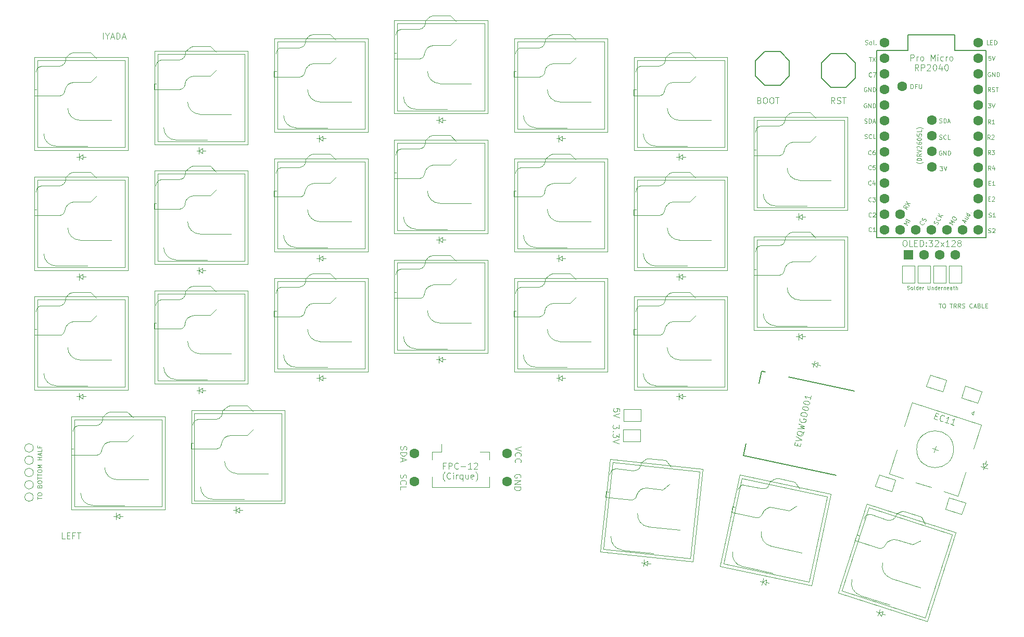
<source format=gbr>
%TF.GenerationSoftware,KiCad,Pcbnew,8.0.3+1*%
%TF.CreationDate,2024-08-06T22:55:28-04:00*%
%TF.ProjectId,iyada_flip,69796164-615f-4666-9c69-702e6b696361,rev?*%
%TF.SameCoordinates,Original*%
%TF.FileFunction,Legend,Top*%
%TF.FilePolarity,Positive*%
%FSLAX46Y46*%
G04 Gerber Fmt 4.6, Leading zero omitted, Abs format (unit mm)*
G04 Created by KiCad (PCBNEW 8.0.3+1) date 2024-08-06 22:55:28*
%MOMM*%
%LPD*%
G01*
G04 APERTURE LIST*
%ADD10C,0.100000*%
%ADD11C,0.125000*%
%ADD12C,0.120000*%
%ADD13C,0.150000*%
%ADD14C,0.200000*%
%ADD15C,1.600000*%
%ADD16R,1.600000X1.600000*%
G04 APERTURE END LIST*
D10*
X230273537Y-71944738D02*
X230040204Y-71611405D01*
X229873537Y-71944738D02*
X229873537Y-71244738D01*
X229873537Y-71244738D02*
X230140204Y-71244738D01*
X230140204Y-71244738D02*
X230206871Y-71278071D01*
X230206871Y-71278071D02*
X230240204Y-71311405D01*
X230240204Y-71311405D02*
X230273537Y-71378071D01*
X230273537Y-71378071D02*
X230273537Y-71478071D01*
X230273537Y-71478071D02*
X230240204Y-71544738D01*
X230240204Y-71544738D02*
X230206871Y-71578071D01*
X230206871Y-71578071D02*
X230140204Y-71611405D01*
X230140204Y-71611405D02*
X229873537Y-71611405D01*
X230873537Y-71478071D02*
X230873537Y-71944738D01*
X230706871Y-71211405D02*
X230540204Y-71711405D01*
X230540204Y-71711405D02*
X230973537Y-71711405D01*
X230276868Y-53369736D02*
X229943534Y-53369736D01*
X229943534Y-53369736D02*
X229910201Y-53703069D01*
X229910201Y-53703069D02*
X229943534Y-53669736D01*
X229943534Y-53669736D02*
X230010201Y-53636403D01*
X230010201Y-53636403D02*
X230176868Y-53636403D01*
X230176868Y-53636403D02*
X230243534Y-53669736D01*
X230243534Y-53669736D02*
X230276868Y-53703069D01*
X230276868Y-53703069D02*
X230310201Y-53769736D01*
X230310201Y-53769736D02*
X230310201Y-53936403D01*
X230310201Y-53936403D02*
X230276868Y-54003069D01*
X230276868Y-54003069D02*
X230243534Y-54036403D01*
X230243534Y-54036403D02*
X230176868Y-54069736D01*
X230176868Y-54069736D02*
X230010201Y-54069736D01*
X230010201Y-54069736D02*
X229943534Y-54036403D01*
X229943534Y-54036403D02*
X229910201Y-54003069D01*
X230510201Y-53369736D02*
X230743535Y-54069736D01*
X230743535Y-54069736D02*
X230976868Y-53369736D01*
X230233531Y-59184738D02*
X230000198Y-58851405D01*
X229833531Y-59184738D02*
X229833531Y-58484738D01*
X229833531Y-58484738D02*
X230100198Y-58484738D01*
X230100198Y-58484738D02*
X230166865Y-58518071D01*
X230166865Y-58518071D02*
X230200198Y-58551405D01*
X230200198Y-58551405D02*
X230233531Y-58618071D01*
X230233531Y-58618071D02*
X230233531Y-58718071D01*
X230233531Y-58718071D02*
X230200198Y-58784738D01*
X230200198Y-58784738D02*
X230166865Y-58818071D01*
X230166865Y-58818071D02*
X230100198Y-58851405D01*
X230100198Y-58851405D02*
X229833531Y-58851405D01*
X230500198Y-59151405D02*
X230600198Y-59184738D01*
X230600198Y-59184738D02*
X230766865Y-59184738D01*
X230766865Y-59184738D02*
X230833531Y-59151405D01*
X230833531Y-59151405D02*
X230866865Y-59118071D01*
X230866865Y-59118071D02*
X230900198Y-59051405D01*
X230900198Y-59051405D02*
X230900198Y-58984738D01*
X230900198Y-58984738D02*
X230866865Y-58918071D01*
X230866865Y-58918071D02*
X230833531Y-58884738D01*
X230833531Y-58884738D02*
X230766865Y-58851405D01*
X230766865Y-58851405D02*
X230633531Y-58818071D01*
X230633531Y-58818071D02*
X230566865Y-58784738D01*
X230566865Y-58784738D02*
X230533531Y-58751405D01*
X230533531Y-58751405D02*
X230500198Y-58684738D01*
X230500198Y-58684738D02*
X230500198Y-58618071D01*
X230500198Y-58618071D02*
X230533531Y-58551405D01*
X230533531Y-58551405D02*
X230566865Y-58518071D01*
X230566865Y-58518071D02*
X230633531Y-58484738D01*
X230633531Y-58484738D02*
X230800198Y-58484738D01*
X230800198Y-58484738D02*
X230900198Y-58518071D01*
X231100198Y-58484738D02*
X231500198Y-58484738D01*
X231300198Y-59184738D02*
X231300198Y-58484738D01*
X230163535Y-66914738D02*
X229930202Y-66581405D01*
X229763535Y-66914738D02*
X229763535Y-66214738D01*
X229763535Y-66214738D02*
X230030202Y-66214738D01*
X230030202Y-66214738D02*
X230096869Y-66248071D01*
X230096869Y-66248071D02*
X230130202Y-66281405D01*
X230130202Y-66281405D02*
X230163535Y-66348071D01*
X230163535Y-66348071D02*
X230163535Y-66448071D01*
X230163535Y-66448071D02*
X230130202Y-66514738D01*
X230130202Y-66514738D02*
X230096869Y-66548071D01*
X230096869Y-66548071D02*
X230030202Y-66581405D01*
X230030202Y-66581405D02*
X229763535Y-66581405D01*
X230430202Y-66281405D02*
X230463535Y-66248071D01*
X230463535Y-66248071D02*
X230530202Y-66214738D01*
X230530202Y-66214738D02*
X230696869Y-66214738D01*
X230696869Y-66214738D02*
X230763535Y-66248071D01*
X230763535Y-66248071D02*
X230796869Y-66281405D01*
X230796869Y-66281405D02*
X230830202Y-66348071D01*
X230830202Y-66348071D02*
X230830202Y-66414738D01*
X230830202Y-66414738D02*
X230796869Y-66514738D01*
X230796869Y-66514738D02*
X230396869Y-66914738D01*
X230396869Y-66914738D02*
X230830202Y-66914738D01*
D11*
X141577439Y-120083367D02*
X141244106Y-120083367D01*
X141244106Y-120607177D02*
X141244106Y-119607177D01*
X141244106Y-119607177D02*
X141720296Y-119607177D01*
X142101249Y-120607177D02*
X142101249Y-119607177D01*
X142101249Y-119607177D02*
X142482201Y-119607177D01*
X142482201Y-119607177D02*
X142577439Y-119654796D01*
X142577439Y-119654796D02*
X142625058Y-119702415D01*
X142625058Y-119702415D02*
X142672677Y-119797653D01*
X142672677Y-119797653D02*
X142672677Y-119940510D01*
X142672677Y-119940510D02*
X142625058Y-120035748D01*
X142625058Y-120035748D02*
X142577439Y-120083367D01*
X142577439Y-120083367D02*
X142482201Y-120130986D01*
X142482201Y-120130986D02*
X142101249Y-120130986D01*
X143672677Y-120511938D02*
X143625058Y-120559558D01*
X143625058Y-120559558D02*
X143482201Y-120607177D01*
X143482201Y-120607177D02*
X143386963Y-120607177D01*
X143386963Y-120607177D02*
X143244106Y-120559558D01*
X143244106Y-120559558D02*
X143148868Y-120464319D01*
X143148868Y-120464319D02*
X143101249Y-120369081D01*
X143101249Y-120369081D02*
X143053630Y-120178605D01*
X143053630Y-120178605D02*
X143053630Y-120035748D01*
X143053630Y-120035748D02*
X143101249Y-119845272D01*
X143101249Y-119845272D02*
X143148868Y-119750034D01*
X143148868Y-119750034D02*
X143244106Y-119654796D01*
X143244106Y-119654796D02*
X143386963Y-119607177D01*
X143386963Y-119607177D02*
X143482201Y-119607177D01*
X143482201Y-119607177D02*
X143625058Y-119654796D01*
X143625058Y-119654796D02*
X143672677Y-119702415D01*
X144101249Y-120226224D02*
X144863154Y-120226224D01*
X145863153Y-120607177D02*
X145291725Y-120607177D01*
X145577439Y-120607177D02*
X145577439Y-119607177D01*
X145577439Y-119607177D02*
X145482201Y-119750034D01*
X145482201Y-119750034D02*
X145386963Y-119845272D01*
X145386963Y-119845272D02*
X145291725Y-119892891D01*
X146244106Y-119702415D02*
X146291725Y-119654796D01*
X146291725Y-119654796D02*
X146386963Y-119607177D01*
X146386963Y-119607177D02*
X146625058Y-119607177D01*
X146625058Y-119607177D02*
X146720296Y-119654796D01*
X146720296Y-119654796D02*
X146767915Y-119702415D01*
X146767915Y-119702415D02*
X146815534Y-119797653D01*
X146815534Y-119797653D02*
X146815534Y-119892891D01*
X146815534Y-119892891D02*
X146767915Y-120035748D01*
X146767915Y-120035748D02*
X146196487Y-120607177D01*
X146196487Y-120607177D02*
X146815534Y-120607177D01*
X141482201Y-122598073D02*
X141434582Y-122550454D01*
X141434582Y-122550454D02*
X141339344Y-122407597D01*
X141339344Y-122407597D02*
X141291725Y-122312359D01*
X141291725Y-122312359D02*
X141244106Y-122169502D01*
X141244106Y-122169502D02*
X141196487Y-121931406D01*
X141196487Y-121931406D02*
X141196487Y-121740930D01*
X141196487Y-121740930D02*
X141244106Y-121502835D01*
X141244106Y-121502835D02*
X141291725Y-121359978D01*
X141291725Y-121359978D02*
X141339344Y-121264740D01*
X141339344Y-121264740D02*
X141434582Y-121121882D01*
X141434582Y-121121882D02*
X141482201Y-121074263D01*
X142434582Y-122121882D02*
X142386963Y-122169502D01*
X142386963Y-122169502D02*
X142244106Y-122217121D01*
X142244106Y-122217121D02*
X142148868Y-122217121D01*
X142148868Y-122217121D02*
X142006011Y-122169502D01*
X142006011Y-122169502D02*
X141910773Y-122074263D01*
X141910773Y-122074263D02*
X141863154Y-121979025D01*
X141863154Y-121979025D02*
X141815535Y-121788549D01*
X141815535Y-121788549D02*
X141815535Y-121645692D01*
X141815535Y-121645692D02*
X141863154Y-121455216D01*
X141863154Y-121455216D02*
X141910773Y-121359978D01*
X141910773Y-121359978D02*
X142006011Y-121264740D01*
X142006011Y-121264740D02*
X142148868Y-121217121D01*
X142148868Y-121217121D02*
X142244106Y-121217121D01*
X142244106Y-121217121D02*
X142386963Y-121264740D01*
X142386963Y-121264740D02*
X142434582Y-121312359D01*
X142863154Y-122217121D02*
X142863154Y-121550454D01*
X142863154Y-121217121D02*
X142815535Y-121264740D01*
X142815535Y-121264740D02*
X142863154Y-121312359D01*
X142863154Y-121312359D02*
X142910773Y-121264740D01*
X142910773Y-121264740D02*
X142863154Y-121217121D01*
X142863154Y-121217121D02*
X142863154Y-121312359D01*
X143339344Y-122217121D02*
X143339344Y-121550454D01*
X143339344Y-121740930D02*
X143386963Y-121645692D01*
X143386963Y-121645692D02*
X143434582Y-121598073D01*
X143434582Y-121598073D02*
X143529820Y-121550454D01*
X143529820Y-121550454D02*
X143625058Y-121550454D01*
X144386963Y-121550454D02*
X144386963Y-122550454D01*
X144386963Y-122169502D02*
X144291725Y-122217121D01*
X144291725Y-122217121D02*
X144101249Y-122217121D01*
X144101249Y-122217121D02*
X144006011Y-122169502D01*
X144006011Y-122169502D02*
X143958392Y-122121882D01*
X143958392Y-122121882D02*
X143910773Y-122026644D01*
X143910773Y-122026644D02*
X143910773Y-121740930D01*
X143910773Y-121740930D02*
X143958392Y-121645692D01*
X143958392Y-121645692D02*
X144006011Y-121598073D01*
X144006011Y-121598073D02*
X144101249Y-121550454D01*
X144101249Y-121550454D02*
X144291725Y-121550454D01*
X144291725Y-121550454D02*
X144386963Y-121598073D01*
X145291725Y-121550454D02*
X145291725Y-122217121D01*
X144863154Y-121550454D02*
X144863154Y-122074263D01*
X144863154Y-122074263D02*
X144910773Y-122169502D01*
X144910773Y-122169502D02*
X145006011Y-122217121D01*
X145006011Y-122217121D02*
X145148868Y-122217121D01*
X145148868Y-122217121D02*
X145244106Y-122169502D01*
X145244106Y-122169502D02*
X145291725Y-122121882D01*
X146148868Y-122169502D02*
X146053630Y-122217121D01*
X146053630Y-122217121D02*
X145863154Y-122217121D01*
X145863154Y-122217121D02*
X145767916Y-122169502D01*
X145767916Y-122169502D02*
X145720297Y-122074263D01*
X145720297Y-122074263D02*
X145720297Y-121693311D01*
X145720297Y-121693311D02*
X145767916Y-121598073D01*
X145767916Y-121598073D02*
X145863154Y-121550454D01*
X145863154Y-121550454D02*
X146053630Y-121550454D01*
X146053630Y-121550454D02*
X146148868Y-121598073D01*
X146148868Y-121598073D02*
X146196487Y-121693311D01*
X146196487Y-121693311D02*
X146196487Y-121788549D01*
X146196487Y-121788549D02*
X145720297Y-121883787D01*
X146529821Y-122598073D02*
X146577440Y-122550454D01*
X146577440Y-122550454D02*
X146672678Y-122407597D01*
X146672678Y-122407597D02*
X146720297Y-122312359D01*
X146720297Y-122312359D02*
X146767916Y-122169502D01*
X146767916Y-122169502D02*
X146815535Y-121931406D01*
X146815535Y-121931406D02*
X146815535Y-121740930D01*
X146815535Y-121740930D02*
X146767916Y-121502835D01*
X146767916Y-121502835D02*
X146720297Y-121359978D01*
X146720297Y-121359978D02*
X146672678Y-121264740D01*
X146672678Y-121264740D02*
X146577440Y-121121882D01*
X146577440Y-121121882D02*
X146529821Y-121074263D01*
D10*
X229890135Y-82111798D02*
X229990135Y-82145131D01*
X229990135Y-82145131D02*
X230156802Y-82145131D01*
X230156802Y-82145131D02*
X230223468Y-82111798D01*
X230223468Y-82111798D02*
X230256802Y-82078464D01*
X230256802Y-82078464D02*
X230290135Y-82011798D01*
X230290135Y-82011798D02*
X230290135Y-81945131D01*
X230290135Y-81945131D02*
X230256802Y-81878464D01*
X230256802Y-81878464D02*
X230223468Y-81845131D01*
X230223468Y-81845131D02*
X230156802Y-81811798D01*
X230156802Y-81811798D02*
X230023468Y-81778464D01*
X230023468Y-81778464D02*
X229956802Y-81745131D01*
X229956802Y-81745131D02*
X229923468Y-81711798D01*
X229923468Y-81711798D02*
X229890135Y-81645131D01*
X229890135Y-81645131D02*
X229890135Y-81578464D01*
X229890135Y-81578464D02*
X229923468Y-81511798D01*
X229923468Y-81511798D02*
X229956802Y-81478464D01*
X229956802Y-81478464D02*
X230023468Y-81445131D01*
X230023468Y-81445131D02*
X230190135Y-81445131D01*
X230190135Y-81445131D02*
X230290135Y-81478464D01*
X230556802Y-81511798D02*
X230590135Y-81478464D01*
X230590135Y-81478464D02*
X230656802Y-81445131D01*
X230656802Y-81445131D02*
X230823469Y-81445131D01*
X230823469Y-81445131D02*
X230890135Y-81478464D01*
X230890135Y-81478464D02*
X230923469Y-81511798D01*
X230923469Y-81511798D02*
X230956802Y-81578464D01*
X230956802Y-81578464D02*
X230956802Y-81645131D01*
X230956802Y-81645131D02*
X230923469Y-81745131D01*
X230923469Y-81745131D02*
X230523469Y-82145131D01*
X230523469Y-82145131D02*
X230956802Y-82145131D01*
X209885199Y-51471403D02*
X209985199Y-51504736D01*
X209985199Y-51504736D02*
X210151866Y-51504736D01*
X210151866Y-51504736D02*
X210218532Y-51471403D01*
X210218532Y-51471403D02*
X210251866Y-51438069D01*
X210251866Y-51438069D02*
X210285199Y-51371403D01*
X210285199Y-51371403D02*
X210285199Y-51304736D01*
X210285199Y-51304736D02*
X210251866Y-51238069D01*
X210251866Y-51238069D02*
X210218532Y-51204736D01*
X210218532Y-51204736D02*
X210151866Y-51171403D01*
X210151866Y-51171403D02*
X210018532Y-51138069D01*
X210018532Y-51138069D02*
X209951866Y-51104736D01*
X209951866Y-51104736D02*
X209918532Y-51071403D01*
X209918532Y-51071403D02*
X209885199Y-51004736D01*
X209885199Y-51004736D02*
X209885199Y-50938069D01*
X209885199Y-50938069D02*
X209918532Y-50871403D01*
X209918532Y-50871403D02*
X209951866Y-50838069D01*
X209951866Y-50838069D02*
X210018532Y-50804736D01*
X210018532Y-50804736D02*
X210185199Y-50804736D01*
X210185199Y-50804736D02*
X210285199Y-50838069D01*
X210685199Y-51504736D02*
X210618533Y-51471403D01*
X210618533Y-51471403D02*
X210585199Y-51438069D01*
X210585199Y-51438069D02*
X210551866Y-51371403D01*
X210551866Y-51371403D02*
X210551866Y-51171403D01*
X210551866Y-51171403D02*
X210585199Y-51104736D01*
X210585199Y-51104736D02*
X210618533Y-51071403D01*
X210618533Y-51071403D02*
X210685199Y-51038069D01*
X210685199Y-51038069D02*
X210785199Y-51038069D01*
X210785199Y-51038069D02*
X210851866Y-51071403D01*
X210851866Y-51071403D02*
X210885199Y-51104736D01*
X210885199Y-51104736D02*
X210918533Y-51171403D01*
X210918533Y-51171403D02*
X210918533Y-51371403D01*
X210918533Y-51371403D02*
X210885199Y-51438069D01*
X210885199Y-51438069D02*
X210851866Y-51471403D01*
X210851866Y-51471403D02*
X210785199Y-51504736D01*
X210785199Y-51504736D02*
X210685199Y-51504736D01*
X211318532Y-51504736D02*
X211251866Y-51471403D01*
X211251866Y-51471403D02*
X211218532Y-51404736D01*
X211218532Y-51404736D02*
X211218532Y-50804736D01*
X211585199Y-51438069D02*
X211618533Y-51471403D01*
X211618533Y-51471403D02*
X211585199Y-51504736D01*
X211585199Y-51504736D02*
X211551866Y-51471403D01*
X211551866Y-51471403D02*
X211585199Y-51438069D01*
X211585199Y-51438069D02*
X211585199Y-51504736D01*
X210483464Y-53555143D02*
X210883464Y-53555143D01*
X210683464Y-54255143D02*
X210683464Y-53555143D01*
X211050131Y-53555143D02*
X211516797Y-54255143D01*
X211516797Y-53555143D02*
X211050131Y-54255143D01*
D11*
X192650664Y-60565311D02*
X192793521Y-60612930D01*
X192793521Y-60612930D02*
X192841140Y-60660549D01*
X192841140Y-60660549D02*
X192888759Y-60755787D01*
X192888759Y-60755787D02*
X192888759Y-60898644D01*
X192888759Y-60898644D02*
X192841140Y-60993882D01*
X192841140Y-60993882D02*
X192793521Y-61041502D01*
X192793521Y-61041502D02*
X192698283Y-61089121D01*
X192698283Y-61089121D02*
X192317331Y-61089121D01*
X192317331Y-61089121D02*
X192317331Y-60089121D01*
X192317331Y-60089121D02*
X192650664Y-60089121D01*
X192650664Y-60089121D02*
X192745902Y-60136740D01*
X192745902Y-60136740D02*
X192793521Y-60184359D01*
X192793521Y-60184359D02*
X192841140Y-60279597D01*
X192841140Y-60279597D02*
X192841140Y-60374835D01*
X192841140Y-60374835D02*
X192793521Y-60470073D01*
X192793521Y-60470073D02*
X192745902Y-60517692D01*
X192745902Y-60517692D02*
X192650664Y-60565311D01*
X192650664Y-60565311D02*
X192317331Y-60565311D01*
X193507807Y-60089121D02*
X193698283Y-60089121D01*
X193698283Y-60089121D02*
X193793521Y-60136740D01*
X193793521Y-60136740D02*
X193888759Y-60231978D01*
X193888759Y-60231978D02*
X193936378Y-60422454D01*
X193936378Y-60422454D02*
X193936378Y-60755787D01*
X193936378Y-60755787D02*
X193888759Y-60946263D01*
X193888759Y-60946263D02*
X193793521Y-61041502D01*
X193793521Y-61041502D02*
X193698283Y-61089121D01*
X193698283Y-61089121D02*
X193507807Y-61089121D01*
X193507807Y-61089121D02*
X193412569Y-61041502D01*
X193412569Y-61041502D02*
X193317331Y-60946263D01*
X193317331Y-60946263D02*
X193269712Y-60755787D01*
X193269712Y-60755787D02*
X193269712Y-60422454D01*
X193269712Y-60422454D02*
X193317331Y-60231978D01*
X193317331Y-60231978D02*
X193412569Y-60136740D01*
X193412569Y-60136740D02*
X193507807Y-60089121D01*
X194555426Y-60089121D02*
X194745902Y-60089121D01*
X194745902Y-60089121D02*
X194841140Y-60136740D01*
X194841140Y-60136740D02*
X194936378Y-60231978D01*
X194936378Y-60231978D02*
X194983997Y-60422454D01*
X194983997Y-60422454D02*
X194983997Y-60755787D01*
X194983997Y-60755787D02*
X194936378Y-60946263D01*
X194936378Y-60946263D02*
X194841140Y-61041502D01*
X194841140Y-61041502D02*
X194745902Y-61089121D01*
X194745902Y-61089121D02*
X194555426Y-61089121D01*
X194555426Y-61089121D02*
X194460188Y-61041502D01*
X194460188Y-61041502D02*
X194364950Y-60946263D01*
X194364950Y-60946263D02*
X194317331Y-60755787D01*
X194317331Y-60755787D02*
X194317331Y-60422454D01*
X194317331Y-60422454D02*
X194364950Y-60231978D01*
X194364950Y-60231978D02*
X194460188Y-60136740D01*
X194460188Y-60136740D02*
X194555426Y-60089121D01*
X195269712Y-60089121D02*
X195841140Y-60089121D01*
X195555426Y-61089121D02*
X195555426Y-60089121D01*
X198804282Y-116812967D02*
X198873586Y-116486918D01*
X199415651Y-116456089D02*
X199316646Y-116921873D01*
X199316646Y-116921873D02*
X198338498Y-116713962D01*
X198338498Y-116713962D02*
X198437503Y-116248177D01*
X198496907Y-115968706D02*
X199544358Y-115850569D01*
X199544358Y-115850569D02*
X198635515Y-115316608D01*
X199914731Y-114566173D02*
X199848351Y-114649429D01*
X199848351Y-114649429D02*
X199735393Y-114722785D01*
X199735393Y-114722785D02*
X199565956Y-114832819D01*
X199565956Y-114832819D02*
X199499577Y-114916075D01*
X199499577Y-114916075D02*
X199479776Y-115009232D01*
X199722568Y-115012156D02*
X199656189Y-115095413D01*
X199656189Y-115095413D02*
X199543231Y-115168769D01*
X199543231Y-115168769D02*
X199347016Y-115175745D01*
X199347016Y-115175745D02*
X199020967Y-115106441D01*
X199020967Y-115106441D02*
X198844554Y-115020260D01*
X198844554Y-115020260D02*
X198771198Y-114907302D01*
X198771198Y-114907302D02*
X198744421Y-114804245D01*
X198744421Y-114804245D02*
X198784023Y-114617931D01*
X198784023Y-114617931D02*
X198850403Y-114534675D01*
X198850403Y-114534675D02*
X198963361Y-114461319D01*
X198963361Y-114461319D02*
X199159575Y-114454343D01*
X199159575Y-114454343D02*
X199485624Y-114523646D01*
X199485624Y-114523646D02*
X199662037Y-114609827D01*
X199662037Y-114609827D02*
X199735393Y-114722785D01*
X199735393Y-114722785D02*
X199762171Y-114825843D01*
X199762171Y-114825843D02*
X199722568Y-115012156D01*
X198902830Y-114058989D02*
X199930480Y-114034009D01*
X199930480Y-114034009D02*
X199271405Y-113699187D01*
X199271405Y-113699187D02*
X200009685Y-113661381D01*
X200009685Y-113661381D02*
X199081040Y-113220577D01*
X199315729Y-112345487D02*
X199249349Y-112428744D01*
X199249349Y-112428744D02*
X199219647Y-112568479D01*
X199219647Y-112568479D02*
X199236524Y-112718115D01*
X199236524Y-112718115D02*
X199309880Y-112831073D01*
X199309880Y-112831073D02*
X199393136Y-112897453D01*
X199393136Y-112897453D02*
X199569550Y-112983633D01*
X199569550Y-112983633D02*
X199709285Y-113013335D01*
X199709285Y-113013335D02*
X199905499Y-113006359D01*
X199905499Y-113006359D02*
X200008557Y-112979581D01*
X200008557Y-112979581D02*
X200121515Y-112906225D01*
X200121515Y-112906225D02*
X200197795Y-112776391D01*
X200197795Y-112776391D02*
X200217596Y-112683234D01*
X200217596Y-112683234D02*
X200200719Y-112533598D01*
X200200719Y-112533598D02*
X200164041Y-112477119D01*
X200164041Y-112477119D02*
X199837992Y-112407815D01*
X199837992Y-112407815D02*
X199798390Y-112594129D01*
X200346303Y-112077714D02*
X199368156Y-111869802D01*
X199368156Y-111869802D02*
X199417659Y-111636910D01*
X199417659Y-111636910D02*
X199493939Y-111507075D01*
X199493939Y-111507075D02*
X199606897Y-111433719D01*
X199606897Y-111433719D02*
X199709954Y-111406942D01*
X199709954Y-111406942D02*
X199906169Y-111399966D01*
X199906169Y-111399966D02*
X200045904Y-111429667D01*
X200045904Y-111429667D02*
X200222317Y-111515848D01*
X200222317Y-111515848D02*
X200305574Y-111582228D01*
X200305574Y-111582228D02*
X200378929Y-111695186D01*
X200378929Y-111695186D02*
X200395806Y-111844822D01*
X200395806Y-111844822D02*
X200346303Y-112077714D01*
X199615670Y-110705341D02*
X199635471Y-110612184D01*
X199635471Y-110612184D02*
X199701850Y-110528927D01*
X199701850Y-110528927D02*
X199758329Y-110492250D01*
X199758329Y-110492250D02*
X199861387Y-110465472D01*
X199861387Y-110465472D02*
X200057601Y-110458496D01*
X200057601Y-110458496D02*
X200290494Y-110507999D01*
X200290494Y-110507999D02*
X200466907Y-110594179D01*
X200466907Y-110594179D02*
X200550163Y-110660559D01*
X200550163Y-110660559D02*
X200586841Y-110717038D01*
X200586841Y-110717038D02*
X200613618Y-110820095D01*
X200613618Y-110820095D02*
X200593817Y-110913252D01*
X200593817Y-110913252D02*
X200527438Y-110996509D01*
X200527438Y-110996509D02*
X200470959Y-111033187D01*
X200470959Y-111033187D02*
X200367901Y-111059964D01*
X200367901Y-111059964D02*
X200171687Y-111066940D01*
X200171687Y-111066940D02*
X199938795Y-111017437D01*
X199938795Y-111017437D02*
X199762381Y-110931257D01*
X199762381Y-110931257D02*
X199679125Y-110864877D01*
X199679125Y-110864877D02*
X199642447Y-110808398D01*
X199642447Y-110808398D02*
X199615670Y-110705341D01*
X199813681Y-109773772D02*
X199833482Y-109680615D01*
X199833482Y-109680615D02*
X199899862Y-109597358D01*
X199899862Y-109597358D02*
X199956341Y-109560680D01*
X199956341Y-109560680D02*
X200059398Y-109533903D01*
X200059398Y-109533903D02*
X200255612Y-109526927D01*
X200255612Y-109526927D02*
X200488505Y-109576430D01*
X200488505Y-109576430D02*
X200664918Y-109662610D01*
X200664918Y-109662610D02*
X200748174Y-109728990D01*
X200748174Y-109728990D02*
X200784852Y-109785469D01*
X200784852Y-109785469D02*
X200811630Y-109888526D01*
X200811630Y-109888526D02*
X200791828Y-109981683D01*
X200791828Y-109981683D02*
X200725449Y-110064940D01*
X200725449Y-110064940D02*
X200668970Y-110101617D01*
X200668970Y-110101617D02*
X200565912Y-110128395D01*
X200565912Y-110128395D02*
X200369698Y-110135371D01*
X200369698Y-110135371D02*
X200136806Y-110085868D01*
X200136806Y-110085868D02*
X199960392Y-109999688D01*
X199960392Y-109999688D02*
X199877136Y-109933308D01*
X199877136Y-109933308D02*
X199840458Y-109876829D01*
X199840458Y-109876829D02*
X199813681Y-109773772D01*
X201059144Y-108724065D02*
X200940337Y-109283006D01*
X200999740Y-109003536D02*
X200021593Y-108795624D01*
X200021593Y-108795624D02*
X200141527Y-108918482D01*
X200141527Y-108918482D02*
X200214883Y-109031440D01*
X200214883Y-109031440D02*
X200241660Y-109134498D01*
X85913349Y-50597117D02*
X85913349Y-49597117D01*
X86580015Y-50120926D02*
X86580015Y-50597117D01*
X86246682Y-49597117D02*
X86580015Y-50120926D01*
X86580015Y-50120926D02*
X86913348Y-49597117D01*
X87199063Y-50311402D02*
X87675253Y-50311402D01*
X87103825Y-50597117D02*
X87437158Y-49597117D01*
X87437158Y-49597117D02*
X87770491Y-50597117D01*
X88103825Y-50597117D02*
X88103825Y-49597117D01*
X88103825Y-49597117D02*
X88341920Y-49597117D01*
X88341920Y-49597117D02*
X88484777Y-49644736D01*
X88484777Y-49644736D02*
X88580015Y-49739974D01*
X88580015Y-49739974D02*
X88627634Y-49835212D01*
X88627634Y-49835212D02*
X88675253Y-50025688D01*
X88675253Y-50025688D02*
X88675253Y-50168545D01*
X88675253Y-50168545D02*
X88627634Y-50359021D01*
X88627634Y-50359021D02*
X88580015Y-50454259D01*
X88580015Y-50454259D02*
X88484777Y-50549498D01*
X88484777Y-50549498D02*
X88341920Y-50597117D01*
X88341920Y-50597117D02*
X88103825Y-50597117D01*
X89056206Y-50311402D02*
X89532396Y-50311402D01*
X88960968Y-50597117D02*
X89294301Y-49597117D01*
X89294301Y-49597117D02*
X89627634Y-50597117D01*
X79727516Y-131977122D02*
X79251326Y-131977122D01*
X79251326Y-131977122D02*
X79251326Y-130977122D01*
X80060850Y-131453312D02*
X80394183Y-131453312D01*
X80537040Y-131977122D02*
X80060850Y-131977122D01*
X80060850Y-131977122D02*
X80060850Y-130977122D01*
X80060850Y-130977122D02*
X80537040Y-130977122D01*
X81298945Y-131453312D02*
X80965612Y-131453312D01*
X80965612Y-131977122D02*
X80965612Y-130977122D01*
X80965612Y-130977122D02*
X81441802Y-130977122D01*
X81679898Y-130977122D02*
X82251326Y-130977122D01*
X81965612Y-131977122D02*
X81965612Y-130977122D01*
X217239748Y-54124185D02*
X217239748Y-53124185D01*
X217239748Y-53124185D02*
X217620700Y-53124185D01*
X217620700Y-53124185D02*
X217715938Y-53171804D01*
X217715938Y-53171804D02*
X217763557Y-53219423D01*
X217763557Y-53219423D02*
X217811176Y-53314661D01*
X217811176Y-53314661D02*
X217811176Y-53457518D01*
X217811176Y-53457518D02*
X217763557Y-53552756D01*
X217763557Y-53552756D02*
X217715938Y-53600375D01*
X217715938Y-53600375D02*
X217620700Y-53647994D01*
X217620700Y-53647994D02*
X217239748Y-53647994D01*
X218239748Y-54124185D02*
X218239748Y-53457518D01*
X218239748Y-53647994D02*
X218287367Y-53552756D01*
X218287367Y-53552756D02*
X218334986Y-53505137D01*
X218334986Y-53505137D02*
X218430224Y-53457518D01*
X218430224Y-53457518D02*
X218525462Y-53457518D01*
X219001653Y-54124185D02*
X218906415Y-54076566D01*
X218906415Y-54076566D02*
X218858796Y-54028946D01*
X218858796Y-54028946D02*
X218811177Y-53933708D01*
X218811177Y-53933708D02*
X218811177Y-53647994D01*
X218811177Y-53647994D02*
X218858796Y-53552756D01*
X218858796Y-53552756D02*
X218906415Y-53505137D01*
X218906415Y-53505137D02*
X219001653Y-53457518D01*
X219001653Y-53457518D02*
X219144510Y-53457518D01*
X219144510Y-53457518D02*
X219239748Y-53505137D01*
X219239748Y-53505137D02*
X219287367Y-53552756D01*
X219287367Y-53552756D02*
X219334986Y-53647994D01*
X219334986Y-53647994D02*
X219334986Y-53933708D01*
X219334986Y-53933708D02*
X219287367Y-54028946D01*
X219287367Y-54028946D02*
X219239748Y-54076566D01*
X219239748Y-54076566D02*
X219144510Y-54124185D01*
X219144510Y-54124185D02*
X219001653Y-54124185D01*
X220525463Y-54124185D02*
X220525463Y-53124185D01*
X220525463Y-53124185D02*
X220858796Y-53838470D01*
X220858796Y-53838470D02*
X221192129Y-53124185D01*
X221192129Y-53124185D02*
X221192129Y-54124185D01*
X221668320Y-54124185D02*
X221668320Y-53457518D01*
X221668320Y-53124185D02*
X221620701Y-53171804D01*
X221620701Y-53171804D02*
X221668320Y-53219423D01*
X221668320Y-53219423D02*
X221715939Y-53171804D01*
X221715939Y-53171804D02*
X221668320Y-53124185D01*
X221668320Y-53124185D02*
X221668320Y-53219423D01*
X222573081Y-54076566D02*
X222477843Y-54124185D01*
X222477843Y-54124185D02*
X222287367Y-54124185D01*
X222287367Y-54124185D02*
X222192129Y-54076566D01*
X222192129Y-54076566D02*
X222144510Y-54028946D01*
X222144510Y-54028946D02*
X222096891Y-53933708D01*
X222096891Y-53933708D02*
X222096891Y-53647994D01*
X222096891Y-53647994D02*
X222144510Y-53552756D01*
X222144510Y-53552756D02*
X222192129Y-53505137D01*
X222192129Y-53505137D02*
X222287367Y-53457518D01*
X222287367Y-53457518D02*
X222477843Y-53457518D01*
X222477843Y-53457518D02*
X222573081Y-53505137D01*
X223001653Y-54124185D02*
X223001653Y-53457518D01*
X223001653Y-53647994D02*
X223049272Y-53552756D01*
X223049272Y-53552756D02*
X223096891Y-53505137D01*
X223096891Y-53505137D02*
X223192129Y-53457518D01*
X223192129Y-53457518D02*
X223287367Y-53457518D01*
X223763558Y-54124185D02*
X223668320Y-54076566D01*
X223668320Y-54076566D02*
X223620701Y-54028946D01*
X223620701Y-54028946D02*
X223573082Y-53933708D01*
X223573082Y-53933708D02*
X223573082Y-53647994D01*
X223573082Y-53647994D02*
X223620701Y-53552756D01*
X223620701Y-53552756D02*
X223668320Y-53505137D01*
X223668320Y-53505137D02*
X223763558Y-53457518D01*
X223763558Y-53457518D02*
X223906415Y-53457518D01*
X223906415Y-53457518D02*
X224001653Y-53505137D01*
X224001653Y-53505137D02*
X224049272Y-53552756D01*
X224049272Y-53552756D02*
X224096891Y-53647994D01*
X224096891Y-53647994D02*
X224096891Y-53933708D01*
X224096891Y-53933708D02*
X224049272Y-54028946D01*
X224049272Y-54028946D02*
X224001653Y-54076566D01*
X224001653Y-54076566D02*
X223906415Y-54124185D01*
X223906415Y-54124185D02*
X223763558Y-54124185D01*
X218549271Y-55734129D02*
X218215938Y-55257938D01*
X217977843Y-55734129D02*
X217977843Y-54734129D01*
X217977843Y-54734129D02*
X218358795Y-54734129D01*
X218358795Y-54734129D02*
X218454033Y-54781748D01*
X218454033Y-54781748D02*
X218501652Y-54829367D01*
X218501652Y-54829367D02*
X218549271Y-54924605D01*
X218549271Y-54924605D02*
X218549271Y-55067462D01*
X218549271Y-55067462D02*
X218501652Y-55162700D01*
X218501652Y-55162700D02*
X218454033Y-55210319D01*
X218454033Y-55210319D02*
X218358795Y-55257938D01*
X218358795Y-55257938D02*
X217977843Y-55257938D01*
X218977843Y-55734129D02*
X218977843Y-54734129D01*
X218977843Y-54734129D02*
X219358795Y-54734129D01*
X219358795Y-54734129D02*
X219454033Y-54781748D01*
X219454033Y-54781748D02*
X219501652Y-54829367D01*
X219501652Y-54829367D02*
X219549271Y-54924605D01*
X219549271Y-54924605D02*
X219549271Y-55067462D01*
X219549271Y-55067462D02*
X219501652Y-55162700D01*
X219501652Y-55162700D02*
X219454033Y-55210319D01*
X219454033Y-55210319D02*
X219358795Y-55257938D01*
X219358795Y-55257938D02*
X218977843Y-55257938D01*
X219930224Y-54829367D02*
X219977843Y-54781748D01*
X219977843Y-54781748D02*
X220073081Y-54734129D01*
X220073081Y-54734129D02*
X220311176Y-54734129D01*
X220311176Y-54734129D02*
X220406414Y-54781748D01*
X220406414Y-54781748D02*
X220454033Y-54829367D01*
X220454033Y-54829367D02*
X220501652Y-54924605D01*
X220501652Y-54924605D02*
X220501652Y-55019843D01*
X220501652Y-55019843D02*
X220454033Y-55162700D01*
X220454033Y-55162700D02*
X219882605Y-55734129D01*
X219882605Y-55734129D02*
X220501652Y-55734129D01*
X221120700Y-54734129D02*
X221215938Y-54734129D01*
X221215938Y-54734129D02*
X221311176Y-54781748D01*
X221311176Y-54781748D02*
X221358795Y-54829367D01*
X221358795Y-54829367D02*
X221406414Y-54924605D01*
X221406414Y-54924605D02*
X221454033Y-55115081D01*
X221454033Y-55115081D02*
X221454033Y-55353176D01*
X221454033Y-55353176D02*
X221406414Y-55543652D01*
X221406414Y-55543652D02*
X221358795Y-55638890D01*
X221358795Y-55638890D02*
X221311176Y-55686510D01*
X221311176Y-55686510D02*
X221215938Y-55734129D01*
X221215938Y-55734129D02*
X221120700Y-55734129D01*
X221120700Y-55734129D02*
X221025462Y-55686510D01*
X221025462Y-55686510D02*
X220977843Y-55638890D01*
X220977843Y-55638890D02*
X220930224Y-55543652D01*
X220930224Y-55543652D02*
X220882605Y-55353176D01*
X220882605Y-55353176D02*
X220882605Y-55115081D01*
X220882605Y-55115081D02*
X220930224Y-54924605D01*
X220930224Y-54924605D02*
X220977843Y-54829367D01*
X220977843Y-54829367D02*
X221025462Y-54781748D01*
X221025462Y-54781748D02*
X221120700Y-54734129D01*
X222311176Y-55067462D02*
X222311176Y-55734129D01*
X222073081Y-54686510D02*
X221834986Y-55400795D01*
X221834986Y-55400795D02*
X222454033Y-55400795D01*
X223025462Y-54734129D02*
X223120700Y-54734129D01*
X223120700Y-54734129D02*
X223215938Y-54781748D01*
X223215938Y-54781748D02*
X223263557Y-54829367D01*
X223263557Y-54829367D02*
X223311176Y-54924605D01*
X223311176Y-54924605D02*
X223358795Y-55115081D01*
X223358795Y-55115081D02*
X223358795Y-55353176D01*
X223358795Y-55353176D02*
X223311176Y-55543652D01*
X223311176Y-55543652D02*
X223263557Y-55638890D01*
X223263557Y-55638890D02*
X223215938Y-55686510D01*
X223215938Y-55686510D02*
X223120700Y-55734129D01*
X223120700Y-55734129D02*
X223025462Y-55734129D01*
X223025462Y-55734129D02*
X222930224Y-55686510D01*
X222930224Y-55686510D02*
X222882605Y-55638890D01*
X222882605Y-55638890D02*
X222834986Y-55543652D01*
X222834986Y-55543652D02*
X222787367Y-55353176D01*
X222787367Y-55353176D02*
X222787367Y-55115081D01*
X222787367Y-55115081D02*
X222834986Y-54924605D01*
X222834986Y-54924605D02*
X222882605Y-54829367D01*
X222882605Y-54829367D02*
X222930224Y-54781748D01*
X222930224Y-54781748D02*
X223025462Y-54734129D01*
D10*
X221930135Y-64201808D02*
X222030135Y-64235141D01*
X222030135Y-64235141D02*
X222196802Y-64235141D01*
X222196802Y-64235141D02*
X222263468Y-64201808D01*
X222263468Y-64201808D02*
X222296802Y-64168474D01*
X222296802Y-64168474D02*
X222330135Y-64101808D01*
X222330135Y-64101808D02*
X222330135Y-64035141D01*
X222330135Y-64035141D02*
X222296802Y-63968474D01*
X222296802Y-63968474D02*
X222263468Y-63935141D01*
X222263468Y-63935141D02*
X222196802Y-63901808D01*
X222196802Y-63901808D02*
X222063468Y-63868474D01*
X222063468Y-63868474D02*
X221996802Y-63835141D01*
X221996802Y-63835141D02*
X221963468Y-63801808D01*
X221963468Y-63801808D02*
X221930135Y-63735141D01*
X221930135Y-63735141D02*
X221930135Y-63668474D01*
X221930135Y-63668474D02*
X221963468Y-63601808D01*
X221963468Y-63601808D02*
X221996802Y-63568474D01*
X221996802Y-63568474D02*
X222063468Y-63535141D01*
X222063468Y-63535141D02*
X222230135Y-63535141D01*
X222230135Y-63535141D02*
X222330135Y-63568474D01*
X222630135Y-64235141D02*
X222630135Y-63535141D01*
X222630135Y-63535141D02*
X222796802Y-63535141D01*
X222796802Y-63535141D02*
X222896802Y-63568474D01*
X222896802Y-63568474D02*
X222963469Y-63635141D01*
X222963469Y-63635141D02*
X222996802Y-63701808D01*
X222996802Y-63701808D02*
X223030135Y-63835141D01*
X223030135Y-63835141D02*
X223030135Y-63935141D01*
X223030135Y-63935141D02*
X222996802Y-64068474D01*
X222996802Y-64068474D02*
X222963469Y-64135141D01*
X222963469Y-64135141D02*
X222896802Y-64201808D01*
X222896802Y-64201808D02*
X222796802Y-64235141D01*
X222796802Y-64235141D02*
X222630135Y-64235141D01*
X223296802Y-64035141D02*
X223630135Y-64035141D01*
X223230135Y-64235141D02*
X223463469Y-63535141D01*
X223463469Y-63535141D02*
X223696802Y-64235141D01*
D11*
X216209316Y-83357125D02*
X216399792Y-83357125D01*
X216399792Y-83357125D02*
X216495030Y-83404744D01*
X216495030Y-83404744D02*
X216590268Y-83499982D01*
X216590268Y-83499982D02*
X216637887Y-83690458D01*
X216637887Y-83690458D02*
X216637887Y-84023791D01*
X216637887Y-84023791D02*
X216590268Y-84214267D01*
X216590268Y-84214267D02*
X216495030Y-84309506D01*
X216495030Y-84309506D02*
X216399792Y-84357125D01*
X216399792Y-84357125D02*
X216209316Y-84357125D01*
X216209316Y-84357125D02*
X216114078Y-84309506D01*
X216114078Y-84309506D02*
X216018840Y-84214267D01*
X216018840Y-84214267D02*
X215971221Y-84023791D01*
X215971221Y-84023791D02*
X215971221Y-83690458D01*
X215971221Y-83690458D02*
X216018840Y-83499982D01*
X216018840Y-83499982D02*
X216114078Y-83404744D01*
X216114078Y-83404744D02*
X216209316Y-83357125D01*
X217542649Y-84357125D02*
X217066459Y-84357125D01*
X217066459Y-84357125D02*
X217066459Y-83357125D01*
X217875983Y-83833315D02*
X218209316Y-83833315D01*
X218352173Y-84357125D02*
X217875983Y-84357125D01*
X217875983Y-84357125D02*
X217875983Y-83357125D01*
X217875983Y-83357125D02*
X218352173Y-83357125D01*
X218780745Y-84357125D02*
X218780745Y-83357125D01*
X218780745Y-83357125D02*
X219018840Y-83357125D01*
X219018840Y-83357125D02*
X219161697Y-83404744D01*
X219161697Y-83404744D02*
X219256935Y-83499982D01*
X219256935Y-83499982D02*
X219304554Y-83595220D01*
X219304554Y-83595220D02*
X219352173Y-83785696D01*
X219352173Y-83785696D02*
X219352173Y-83928553D01*
X219352173Y-83928553D02*
X219304554Y-84119029D01*
X219304554Y-84119029D02*
X219256935Y-84214267D01*
X219256935Y-84214267D02*
X219161697Y-84309506D01*
X219161697Y-84309506D02*
X219018840Y-84357125D01*
X219018840Y-84357125D02*
X218780745Y-84357125D01*
X219780745Y-84261886D02*
X219828364Y-84309506D01*
X219828364Y-84309506D02*
X219780745Y-84357125D01*
X219780745Y-84357125D02*
X219733126Y-84309506D01*
X219733126Y-84309506D02*
X219780745Y-84261886D01*
X219780745Y-84261886D02*
X219780745Y-84357125D01*
X219780745Y-83738077D02*
X219828364Y-83785696D01*
X219828364Y-83785696D02*
X219780745Y-83833315D01*
X219780745Y-83833315D02*
X219733126Y-83785696D01*
X219733126Y-83785696D02*
X219780745Y-83738077D01*
X219780745Y-83738077D02*
X219780745Y-83833315D01*
D10*
X229933534Y-74068067D02*
X230166868Y-74068067D01*
X230266868Y-74434734D02*
X229933534Y-74434734D01*
X229933534Y-74434734D02*
X229933534Y-73734734D01*
X229933534Y-73734734D02*
X230266868Y-73734734D01*
X230933534Y-74434734D02*
X230533534Y-74434734D01*
X230733534Y-74434734D02*
X230733534Y-73734734D01*
X230733534Y-73734734D02*
X230666867Y-73834734D01*
X230666867Y-73834734D02*
X230600201Y-73901401D01*
X230600201Y-73901401D02*
X230533534Y-73934734D01*
X210813467Y-74308468D02*
X210780134Y-74341802D01*
X210780134Y-74341802D02*
X210680134Y-74375135D01*
X210680134Y-74375135D02*
X210613467Y-74375135D01*
X210613467Y-74375135D02*
X210513467Y-74341802D01*
X210513467Y-74341802D02*
X210446801Y-74275135D01*
X210446801Y-74275135D02*
X210413467Y-74208468D01*
X210413467Y-74208468D02*
X210380134Y-74075135D01*
X210380134Y-74075135D02*
X210380134Y-73975135D01*
X210380134Y-73975135D02*
X210413467Y-73841802D01*
X210413467Y-73841802D02*
X210446801Y-73775135D01*
X210446801Y-73775135D02*
X210513467Y-73708468D01*
X210513467Y-73708468D02*
X210613467Y-73675135D01*
X210613467Y-73675135D02*
X210680134Y-73675135D01*
X210680134Y-73675135D02*
X210780134Y-73708468D01*
X210780134Y-73708468D02*
X210813467Y-73741802D01*
X211413467Y-73908468D02*
X211413467Y-74375135D01*
X211246801Y-73641802D02*
X211080134Y-74141802D01*
X211080134Y-74141802D02*
X211513467Y-74141802D01*
X219420800Y-80539503D02*
X219433001Y-80585037D01*
X219433001Y-80585037D02*
X219411869Y-80688307D01*
X219411869Y-80688307D02*
X219378535Y-80746042D01*
X219378535Y-80746042D02*
X219299668Y-80815977D01*
X219299668Y-80815977D02*
X219208600Y-80840379D01*
X219208600Y-80840379D02*
X219134198Y-80835913D01*
X219134198Y-80835913D02*
X219002061Y-80798114D01*
X219002061Y-80798114D02*
X218915459Y-80748114D01*
X218915459Y-80748114D02*
X218816655Y-80652580D01*
X218816655Y-80652580D02*
X218775587Y-80590379D01*
X218775587Y-80590379D02*
X218751185Y-80499311D01*
X218751185Y-80499311D02*
X218772318Y-80396042D01*
X218772318Y-80396042D02*
X218805651Y-80338307D01*
X218805651Y-80338307D02*
X218884519Y-80268371D01*
X218884519Y-80268371D02*
X218930053Y-80256170D01*
X219583001Y-80325230D02*
X219661869Y-80255294D01*
X219661869Y-80255294D02*
X219745202Y-80110956D01*
X219745202Y-80110956D02*
X219749668Y-80036555D01*
X219749668Y-80036555D02*
X219737467Y-79991020D01*
X219737467Y-79991020D02*
X219696399Y-79928820D01*
X219696399Y-79928820D02*
X219638664Y-79895486D01*
X219638664Y-79895486D02*
X219564262Y-79891020D01*
X219564262Y-79891020D02*
X219518728Y-79903221D01*
X219518728Y-79903221D02*
X219456527Y-79944290D01*
X219456527Y-79944290D02*
X219360993Y-80043093D01*
X219360993Y-80043093D02*
X219298792Y-80084161D01*
X219298792Y-80084161D02*
X219253258Y-80096362D01*
X219253258Y-80096362D02*
X219178856Y-80091896D01*
X219178856Y-80091896D02*
X219121121Y-80058563D01*
X219121121Y-80058563D02*
X219080053Y-79996362D01*
X219080053Y-79996362D02*
X219067852Y-79950828D01*
X219067852Y-79950828D02*
X219072318Y-79876426D01*
X219072318Y-79876426D02*
X219155651Y-79732089D01*
X219155651Y-79732089D02*
X219234519Y-79662153D01*
X230223534Y-69404739D02*
X229990201Y-69071406D01*
X229823534Y-69404739D02*
X229823534Y-68704739D01*
X229823534Y-68704739D02*
X230090201Y-68704739D01*
X230090201Y-68704739D02*
X230156868Y-68738072D01*
X230156868Y-68738072D02*
X230190201Y-68771406D01*
X230190201Y-68771406D02*
X230223534Y-68838072D01*
X230223534Y-68838072D02*
X230223534Y-68938072D01*
X230223534Y-68938072D02*
X230190201Y-69004739D01*
X230190201Y-69004739D02*
X230156868Y-69038072D01*
X230156868Y-69038072D02*
X230090201Y-69071406D01*
X230090201Y-69071406D02*
X229823534Y-69071406D01*
X230456868Y-68704739D02*
X230890201Y-68704739D01*
X230890201Y-68704739D02*
X230656868Y-68971406D01*
X230656868Y-68971406D02*
X230756868Y-68971406D01*
X230756868Y-68971406D02*
X230823534Y-69004739D01*
X230823534Y-69004739D02*
X230856868Y-69038072D01*
X230856868Y-69038072D02*
X230890201Y-69104739D01*
X230890201Y-69104739D02*
X230890201Y-69271406D01*
X230890201Y-69271406D02*
X230856868Y-69338072D01*
X230856868Y-69338072D02*
X230823534Y-69371406D01*
X230823534Y-69371406D02*
X230756868Y-69404739D01*
X230756868Y-69404739D02*
X230556868Y-69404739D01*
X230556868Y-69404739D02*
X230490201Y-69371406D01*
X230490201Y-69371406D02*
X230456868Y-69338072D01*
X229821871Y-61079731D02*
X230255204Y-61079731D01*
X230255204Y-61079731D02*
X230021871Y-61346398D01*
X230021871Y-61346398D02*
X230121871Y-61346398D01*
X230121871Y-61346398D02*
X230188537Y-61379731D01*
X230188537Y-61379731D02*
X230221871Y-61413064D01*
X230221871Y-61413064D02*
X230255204Y-61479731D01*
X230255204Y-61479731D02*
X230255204Y-61646398D01*
X230255204Y-61646398D02*
X230221871Y-61713064D01*
X230221871Y-61713064D02*
X230188537Y-61746398D01*
X230188537Y-61746398D02*
X230121871Y-61779731D01*
X230121871Y-61779731D02*
X229921871Y-61779731D01*
X229921871Y-61779731D02*
X229855204Y-61746398D01*
X229855204Y-61746398D02*
X229821871Y-61713064D01*
X230455204Y-61079731D02*
X230688538Y-61779731D01*
X230688538Y-61779731D02*
X230921871Y-61079731D01*
X217283461Y-58675137D02*
X217283461Y-57975137D01*
X217283461Y-57975137D02*
X217450128Y-57975137D01*
X217450128Y-57975137D02*
X217550128Y-58008470D01*
X217550128Y-58008470D02*
X217616795Y-58075137D01*
X217616795Y-58075137D02*
X217650128Y-58141804D01*
X217650128Y-58141804D02*
X217683461Y-58275137D01*
X217683461Y-58275137D02*
X217683461Y-58375137D01*
X217683461Y-58375137D02*
X217650128Y-58508470D01*
X217650128Y-58508470D02*
X217616795Y-58575137D01*
X217616795Y-58575137D02*
X217550128Y-58641804D01*
X217550128Y-58641804D02*
X217450128Y-58675137D01*
X217450128Y-58675137D02*
X217283461Y-58675137D01*
X218216795Y-58308470D02*
X217983461Y-58308470D01*
X217983461Y-58675137D02*
X217983461Y-57975137D01*
X217983461Y-57975137D02*
X218316795Y-57975137D01*
X218583461Y-57975137D02*
X218583461Y-58541804D01*
X218583461Y-58541804D02*
X218616795Y-58608470D01*
X218616795Y-58608470D02*
X218650128Y-58641804D01*
X218650128Y-58641804D02*
X218716795Y-58675137D01*
X218716795Y-58675137D02*
X218850128Y-58675137D01*
X218850128Y-58675137D02*
X218916795Y-58641804D01*
X218916795Y-58641804D02*
X218950128Y-58608470D01*
X218950128Y-58608470D02*
X218983461Y-58541804D01*
X218983461Y-58541804D02*
X218983461Y-57975137D01*
X229960127Y-79571809D02*
X230060127Y-79605142D01*
X230060127Y-79605142D02*
X230226794Y-79605142D01*
X230226794Y-79605142D02*
X230293460Y-79571809D01*
X230293460Y-79571809D02*
X230326794Y-79538475D01*
X230326794Y-79538475D02*
X230360127Y-79471809D01*
X230360127Y-79471809D02*
X230360127Y-79405142D01*
X230360127Y-79405142D02*
X230326794Y-79338475D01*
X230326794Y-79338475D02*
X230293460Y-79305142D01*
X230293460Y-79305142D02*
X230226794Y-79271809D01*
X230226794Y-79271809D02*
X230093460Y-79238475D01*
X230093460Y-79238475D02*
X230026794Y-79205142D01*
X230026794Y-79205142D02*
X229993460Y-79171809D01*
X229993460Y-79171809D02*
X229960127Y-79105142D01*
X229960127Y-79105142D02*
X229960127Y-79038475D01*
X229960127Y-79038475D02*
X229993460Y-78971809D01*
X229993460Y-78971809D02*
X230026794Y-78938475D01*
X230026794Y-78938475D02*
X230093460Y-78905142D01*
X230093460Y-78905142D02*
X230260127Y-78905142D01*
X230260127Y-78905142D02*
X230360127Y-78938475D01*
X231026794Y-79605142D02*
X230626794Y-79605142D01*
X230826794Y-79605142D02*
X230826794Y-78905142D01*
X230826794Y-78905142D02*
X230760127Y-79005142D01*
X230760127Y-79005142D02*
X230693461Y-79071809D01*
X230693461Y-79071809D02*
X230626794Y-79105142D01*
D11*
X204913776Y-61107118D02*
X204580443Y-60630927D01*
X204342348Y-61107118D02*
X204342348Y-60107118D01*
X204342348Y-60107118D02*
X204723300Y-60107118D01*
X204723300Y-60107118D02*
X204818538Y-60154737D01*
X204818538Y-60154737D02*
X204866157Y-60202356D01*
X204866157Y-60202356D02*
X204913776Y-60297594D01*
X204913776Y-60297594D02*
X204913776Y-60440451D01*
X204913776Y-60440451D02*
X204866157Y-60535689D01*
X204866157Y-60535689D02*
X204818538Y-60583308D01*
X204818538Y-60583308D02*
X204723300Y-60630927D01*
X204723300Y-60630927D02*
X204342348Y-60630927D01*
X205294729Y-61059499D02*
X205437586Y-61107118D01*
X205437586Y-61107118D02*
X205675681Y-61107118D01*
X205675681Y-61107118D02*
X205770919Y-61059499D01*
X205770919Y-61059499D02*
X205818538Y-61011879D01*
X205818538Y-61011879D02*
X205866157Y-60916641D01*
X205866157Y-60916641D02*
X205866157Y-60821403D01*
X205866157Y-60821403D02*
X205818538Y-60726165D01*
X205818538Y-60726165D02*
X205770919Y-60678546D01*
X205770919Y-60678546D02*
X205675681Y-60630927D01*
X205675681Y-60630927D02*
X205485205Y-60583308D01*
X205485205Y-60583308D02*
X205389967Y-60535689D01*
X205389967Y-60535689D02*
X205342348Y-60488070D01*
X205342348Y-60488070D02*
X205294729Y-60392832D01*
X205294729Y-60392832D02*
X205294729Y-60297594D01*
X205294729Y-60297594D02*
X205342348Y-60202356D01*
X205342348Y-60202356D02*
X205389967Y-60154737D01*
X205389967Y-60154737D02*
X205485205Y-60107118D01*
X205485205Y-60107118D02*
X205723300Y-60107118D01*
X205723300Y-60107118D02*
X205866157Y-60154737D01*
X206151872Y-60107118D02*
X206723300Y-60107118D01*
X206437586Y-61107118D02*
X206437586Y-60107118D01*
D10*
X216838541Y-77972852D02*
X216433200Y-78008258D01*
X216638541Y-78319263D02*
X216032324Y-77969263D01*
X216032324Y-77969263D02*
X216165657Y-77738323D01*
X216165657Y-77738323D02*
X216227858Y-77697254D01*
X216227858Y-77697254D02*
X216273392Y-77685053D01*
X216273392Y-77685053D02*
X216347794Y-77689519D01*
X216347794Y-77689519D02*
X216434396Y-77739519D01*
X216434396Y-77739519D02*
X216475465Y-77801720D01*
X216475465Y-77801720D02*
X216487666Y-77847254D01*
X216487666Y-77847254D02*
X216483200Y-77921656D01*
X216483200Y-77921656D02*
X216349866Y-78152596D01*
X216348990Y-77420780D02*
X217188541Y-77366635D01*
X216582324Y-77016635D02*
X216955208Y-77770780D01*
D11*
X169918887Y-111240521D02*
X169918887Y-110764331D01*
X169918887Y-110764331D02*
X169442697Y-110716712D01*
X169442697Y-110716712D02*
X169490316Y-110764331D01*
X169490316Y-110764331D02*
X169537935Y-110859569D01*
X169537935Y-110859569D02*
X169537935Y-111097664D01*
X169537935Y-111097664D02*
X169490316Y-111192902D01*
X169490316Y-111192902D02*
X169442697Y-111240521D01*
X169442697Y-111240521D02*
X169347459Y-111288140D01*
X169347459Y-111288140D02*
X169109364Y-111288140D01*
X169109364Y-111288140D02*
X169014126Y-111240521D01*
X169014126Y-111240521D02*
X168966507Y-111192902D01*
X168966507Y-111192902D02*
X168918887Y-111097664D01*
X168918887Y-111097664D02*
X168918887Y-110859569D01*
X168918887Y-110859569D02*
X168966507Y-110764331D01*
X168966507Y-110764331D02*
X169014126Y-110716712D01*
X169918887Y-111573855D02*
X168918887Y-111907188D01*
X168918887Y-111907188D02*
X169918887Y-112240521D01*
D10*
X230210210Y-56043063D02*
X230143543Y-56009730D01*
X230143543Y-56009730D02*
X230043543Y-56009730D01*
X230043543Y-56009730D02*
X229943543Y-56043063D01*
X229943543Y-56043063D02*
X229876877Y-56109730D01*
X229876877Y-56109730D02*
X229843543Y-56176397D01*
X229843543Y-56176397D02*
X229810210Y-56309730D01*
X229810210Y-56309730D02*
X229810210Y-56409730D01*
X229810210Y-56409730D02*
X229843543Y-56543063D01*
X229843543Y-56543063D02*
X229876877Y-56609730D01*
X229876877Y-56609730D02*
X229943543Y-56676397D01*
X229943543Y-56676397D02*
X230043543Y-56709730D01*
X230043543Y-56709730D02*
X230110210Y-56709730D01*
X230110210Y-56709730D02*
X230210210Y-56676397D01*
X230210210Y-56676397D02*
X230243543Y-56643063D01*
X230243543Y-56643063D02*
X230243543Y-56409730D01*
X230243543Y-56409730D02*
X230110210Y-56409730D01*
X230543543Y-56709730D02*
X230543543Y-56009730D01*
X230543543Y-56009730D02*
X230943543Y-56709730D01*
X230943543Y-56709730D02*
X230943543Y-56009730D01*
X231276876Y-56709730D02*
X231276876Y-56009730D01*
X231276876Y-56009730D02*
X231443543Y-56009730D01*
X231443543Y-56009730D02*
X231543543Y-56043063D01*
X231543543Y-56043063D02*
X231610210Y-56109730D01*
X231610210Y-56109730D02*
X231643543Y-56176397D01*
X231643543Y-56176397D02*
X231676876Y-56309730D01*
X231676876Y-56309730D02*
X231676876Y-56409730D01*
X231676876Y-56409730D02*
X231643543Y-56543063D01*
X231643543Y-56543063D02*
X231610210Y-56609730D01*
X231610210Y-56609730D02*
X231543543Y-56676397D01*
X231543543Y-56676397D02*
X231443543Y-56709730D01*
X231443543Y-56709730D02*
X231276876Y-56709730D01*
X210843461Y-77028472D02*
X210810128Y-77061806D01*
X210810128Y-77061806D02*
X210710128Y-77095139D01*
X210710128Y-77095139D02*
X210643461Y-77095139D01*
X210643461Y-77095139D02*
X210543461Y-77061806D01*
X210543461Y-77061806D02*
X210476795Y-76995139D01*
X210476795Y-76995139D02*
X210443461Y-76928472D01*
X210443461Y-76928472D02*
X210410128Y-76795139D01*
X210410128Y-76795139D02*
X210410128Y-76695139D01*
X210410128Y-76695139D02*
X210443461Y-76561806D01*
X210443461Y-76561806D02*
X210476795Y-76495139D01*
X210476795Y-76495139D02*
X210543461Y-76428472D01*
X210543461Y-76428472D02*
X210643461Y-76395139D01*
X210643461Y-76395139D02*
X210710128Y-76395139D01*
X210710128Y-76395139D02*
X210810128Y-76428472D01*
X210810128Y-76428472D02*
X210843461Y-76461806D01*
X211076795Y-76395139D02*
X211510128Y-76395139D01*
X211510128Y-76395139D02*
X211276795Y-76661806D01*
X211276795Y-76661806D02*
X211376795Y-76661806D01*
X211376795Y-76661806D02*
X211443461Y-76695139D01*
X211443461Y-76695139D02*
X211476795Y-76728472D01*
X211476795Y-76728472D02*
X211510128Y-76795139D01*
X211510128Y-76795139D02*
X211510128Y-76961806D01*
X211510128Y-76961806D02*
X211476795Y-77028472D01*
X211476795Y-77028472D02*
X211443461Y-77061806D01*
X211443461Y-77061806D02*
X211376795Y-77095139D01*
X211376795Y-77095139D02*
X211176795Y-77095139D01*
X211176795Y-77095139D02*
X211110128Y-77061806D01*
X211110128Y-77061806D02*
X211076795Y-77028472D01*
X209790131Y-66781805D02*
X209890131Y-66815138D01*
X209890131Y-66815138D02*
X210056798Y-66815138D01*
X210056798Y-66815138D02*
X210123464Y-66781805D01*
X210123464Y-66781805D02*
X210156798Y-66748471D01*
X210156798Y-66748471D02*
X210190131Y-66681805D01*
X210190131Y-66681805D02*
X210190131Y-66615138D01*
X210190131Y-66615138D02*
X210156798Y-66548471D01*
X210156798Y-66548471D02*
X210123464Y-66515138D01*
X210123464Y-66515138D02*
X210056798Y-66481805D01*
X210056798Y-66481805D02*
X209923464Y-66448471D01*
X209923464Y-66448471D02*
X209856798Y-66415138D01*
X209856798Y-66415138D02*
X209823464Y-66381805D01*
X209823464Y-66381805D02*
X209790131Y-66315138D01*
X209790131Y-66315138D02*
X209790131Y-66248471D01*
X209790131Y-66248471D02*
X209823464Y-66181805D01*
X209823464Y-66181805D02*
X209856798Y-66148471D01*
X209856798Y-66148471D02*
X209923464Y-66115138D01*
X209923464Y-66115138D02*
X210090131Y-66115138D01*
X210090131Y-66115138D02*
X210190131Y-66148471D01*
X210890131Y-66748471D02*
X210856798Y-66781805D01*
X210856798Y-66781805D02*
X210756798Y-66815138D01*
X210756798Y-66815138D02*
X210690131Y-66815138D01*
X210690131Y-66815138D02*
X210590131Y-66781805D01*
X210590131Y-66781805D02*
X210523465Y-66715138D01*
X210523465Y-66715138D02*
X210490131Y-66648471D01*
X210490131Y-66648471D02*
X210456798Y-66515138D01*
X210456798Y-66515138D02*
X210456798Y-66415138D01*
X210456798Y-66415138D02*
X210490131Y-66281805D01*
X210490131Y-66281805D02*
X210523465Y-66215138D01*
X210523465Y-66215138D02*
X210590131Y-66148471D01*
X210590131Y-66148471D02*
X210690131Y-66115138D01*
X210690131Y-66115138D02*
X210756798Y-66115138D01*
X210756798Y-66115138D02*
X210856798Y-66148471D01*
X210856798Y-66148471D02*
X210890131Y-66181805D01*
X211523465Y-66815138D02*
X211190131Y-66815138D01*
X211190131Y-66815138D02*
X211190131Y-66115138D01*
X221834175Y-93675347D02*
X222234175Y-93675347D01*
X222034175Y-94375347D02*
X222034175Y-93675347D01*
X222600842Y-93675347D02*
X222734175Y-93675347D01*
X222734175Y-93675347D02*
X222800842Y-93708680D01*
X222800842Y-93708680D02*
X222867508Y-93775347D01*
X222867508Y-93775347D02*
X222900842Y-93908680D01*
X222900842Y-93908680D02*
X222900842Y-94142014D01*
X222900842Y-94142014D02*
X222867508Y-94275347D01*
X222867508Y-94275347D02*
X222800842Y-94342014D01*
X222800842Y-94342014D02*
X222734175Y-94375347D01*
X222734175Y-94375347D02*
X222600842Y-94375347D01*
X222600842Y-94375347D02*
X222534175Y-94342014D01*
X222534175Y-94342014D02*
X222467508Y-94275347D01*
X222467508Y-94275347D02*
X222434175Y-94142014D01*
X222434175Y-94142014D02*
X222434175Y-93908680D01*
X222434175Y-93908680D02*
X222467508Y-93775347D01*
X222467508Y-93775347D02*
X222534175Y-93708680D01*
X222534175Y-93708680D02*
X222600842Y-93675347D01*
X223634174Y-93675347D02*
X224034174Y-93675347D01*
X223834174Y-94375347D02*
X223834174Y-93675347D01*
X224667507Y-94375347D02*
X224434174Y-94042014D01*
X224267507Y-94375347D02*
X224267507Y-93675347D01*
X224267507Y-93675347D02*
X224534174Y-93675347D01*
X224534174Y-93675347D02*
X224600841Y-93708680D01*
X224600841Y-93708680D02*
X224634174Y-93742014D01*
X224634174Y-93742014D02*
X224667507Y-93808680D01*
X224667507Y-93808680D02*
X224667507Y-93908680D01*
X224667507Y-93908680D02*
X224634174Y-93975347D01*
X224634174Y-93975347D02*
X224600841Y-94008680D01*
X224600841Y-94008680D02*
X224534174Y-94042014D01*
X224534174Y-94042014D02*
X224267507Y-94042014D01*
X225367507Y-94375347D02*
X225134174Y-94042014D01*
X224967507Y-94375347D02*
X224967507Y-93675347D01*
X224967507Y-93675347D02*
X225234174Y-93675347D01*
X225234174Y-93675347D02*
X225300841Y-93708680D01*
X225300841Y-93708680D02*
X225334174Y-93742014D01*
X225334174Y-93742014D02*
X225367507Y-93808680D01*
X225367507Y-93808680D02*
X225367507Y-93908680D01*
X225367507Y-93908680D02*
X225334174Y-93975347D01*
X225334174Y-93975347D02*
X225300841Y-94008680D01*
X225300841Y-94008680D02*
X225234174Y-94042014D01*
X225234174Y-94042014D02*
X224967507Y-94042014D01*
X225634174Y-94342014D02*
X225734174Y-94375347D01*
X225734174Y-94375347D02*
X225900841Y-94375347D01*
X225900841Y-94375347D02*
X225967507Y-94342014D01*
X225967507Y-94342014D02*
X226000841Y-94308680D01*
X226000841Y-94308680D02*
X226034174Y-94242014D01*
X226034174Y-94242014D02*
X226034174Y-94175347D01*
X226034174Y-94175347D02*
X226000841Y-94108680D01*
X226000841Y-94108680D02*
X225967507Y-94075347D01*
X225967507Y-94075347D02*
X225900841Y-94042014D01*
X225900841Y-94042014D02*
X225767507Y-94008680D01*
X225767507Y-94008680D02*
X225700841Y-93975347D01*
X225700841Y-93975347D02*
X225667507Y-93942014D01*
X225667507Y-93942014D02*
X225634174Y-93875347D01*
X225634174Y-93875347D02*
X225634174Y-93808680D01*
X225634174Y-93808680D02*
X225667507Y-93742014D01*
X225667507Y-93742014D02*
X225700841Y-93708680D01*
X225700841Y-93708680D02*
X225767507Y-93675347D01*
X225767507Y-93675347D02*
X225934174Y-93675347D01*
X225934174Y-93675347D02*
X226034174Y-93708680D01*
X227267507Y-94308680D02*
X227234174Y-94342014D01*
X227234174Y-94342014D02*
X227134174Y-94375347D01*
X227134174Y-94375347D02*
X227067507Y-94375347D01*
X227067507Y-94375347D02*
X226967507Y-94342014D01*
X226967507Y-94342014D02*
X226900841Y-94275347D01*
X226900841Y-94275347D02*
X226867507Y-94208680D01*
X226867507Y-94208680D02*
X226834174Y-94075347D01*
X226834174Y-94075347D02*
X226834174Y-93975347D01*
X226834174Y-93975347D02*
X226867507Y-93842014D01*
X226867507Y-93842014D02*
X226900841Y-93775347D01*
X226900841Y-93775347D02*
X226967507Y-93708680D01*
X226967507Y-93708680D02*
X227067507Y-93675347D01*
X227067507Y-93675347D02*
X227134174Y-93675347D01*
X227134174Y-93675347D02*
X227234174Y-93708680D01*
X227234174Y-93708680D02*
X227267507Y-93742014D01*
X227534174Y-94175347D02*
X227867507Y-94175347D01*
X227467507Y-94375347D02*
X227700841Y-93675347D01*
X227700841Y-93675347D02*
X227934174Y-94375347D01*
X228400841Y-94008680D02*
X228500841Y-94042014D01*
X228500841Y-94042014D02*
X228534174Y-94075347D01*
X228534174Y-94075347D02*
X228567507Y-94142014D01*
X228567507Y-94142014D02*
X228567507Y-94242014D01*
X228567507Y-94242014D02*
X228534174Y-94308680D01*
X228534174Y-94308680D02*
X228500841Y-94342014D01*
X228500841Y-94342014D02*
X228434174Y-94375347D01*
X228434174Y-94375347D02*
X228167507Y-94375347D01*
X228167507Y-94375347D02*
X228167507Y-93675347D01*
X228167507Y-93675347D02*
X228400841Y-93675347D01*
X228400841Y-93675347D02*
X228467507Y-93708680D01*
X228467507Y-93708680D02*
X228500841Y-93742014D01*
X228500841Y-93742014D02*
X228534174Y-93808680D01*
X228534174Y-93808680D02*
X228534174Y-93875347D01*
X228534174Y-93875347D02*
X228500841Y-93942014D01*
X228500841Y-93942014D02*
X228467507Y-93975347D01*
X228467507Y-93975347D02*
X228400841Y-94008680D01*
X228400841Y-94008680D02*
X228167507Y-94008680D01*
X229200841Y-94375347D02*
X228867507Y-94375347D01*
X228867507Y-94375347D02*
X228867507Y-93675347D01*
X229434174Y-94008680D02*
X229667508Y-94008680D01*
X229767508Y-94375347D02*
X229434174Y-94375347D01*
X229434174Y-94375347D02*
X229434174Y-93675347D01*
X229434174Y-93675347D02*
X229767508Y-93675347D01*
X219256808Y-70643548D02*
X219223474Y-70676881D01*
X219223474Y-70676881D02*
X219123474Y-70743548D01*
X219123474Y-70743548D02*
X219056808Y-70776881D01*
X219056808Y-70776881D02*
X218956808Y-70810215D01*
X218956808Y-70810215D02*
X218790141Y-70843548D01*
X218790141Y-70843548D02*
X218656808Y-70843548D01*
X218656808Y-70843548D02*
X218490141Y-70810215D01*
X218490141Y-70810215D02*
X218390141Y-70776881D01*
X218390141Y-70776881D02*
X218323474Y-70743548D01*
X218323474Y-70743548D02*
X218223474Y-70676881D01*
X218223474Y-70676881D02*
X218190141Y-70643548D01*
X218990141Y-70376881D02*
X218290141Y-70376881D01*
X218290141Y-70376881D02*
X218290141Y-70210214D01*
X218290141Y-70210214D02*
X218323474Y-70110214D01*
X218323474Y-70110214D02*
X218390141Y-70043548D01*
X218390141Y-70043548D02*
X218456808Y-70010214D01*
X218456808Y-70010214D02*
X218590141Y-69976881D01*
X218590141Y-69976881D02*
X218690141Y-69976881D01*
X218690141Y-69976881D02*
X218823474Y-70010214D01*
X218823474Y-70010214D02*
X218890141Y-70043548D01*
X218890141Y-70043548D02*
X218956808Y-70110214D01*
X218956808Y-70110214D02*
X218990141Y-70210214D01*
X218990141Y-70210214D02*
X218990141Y-70376881D01*
X218990141Y-69276881D02*
X218656808Y-69510214D01*
X218990141Y-69676881D02*
X218290141Y-69676881D01*
X218290141Y-69676881D02*
X218290141Y-69410214D01*
X218290141Y-69410214D02*
X218323474Y-69343548D01*
X218323474Y-69343548D02*
X218356808Y-69310214D01*
X218356808Y-69310214D02*
X218423474Y-69276881D01*
X218423474Y-69276881D02*
X218523474Y-69276881D01*
X218523474Y-69276881D02*
X218590141Y-69310214D01*
X218590141Y-69310214D02*
X218623474Y-69343548D01*
X218623474Y-69343548D02*
X218656808Y-69410214D01*
X218656808Y-69410214D02*
X218656808Y-69676881D01*
X218290141Y-69076881D02*
X218990141Y-68843548D01*
X218990141Y-68843548D02*
X218290141Y-68610214D01*
X218356808Y-68410214D02*
X218323474Y-68376881D01*
X218323474Y-68376881D02*
X218290141Y-68310214D01*
X218290141Y-68310214D02*
X218290141Y-68143548D01*
X218290141Y-68143548D02*
X218323474Y-68076881D01*
X218323474Y-68076881D02*
X218356808Y-68043548D01*
X218356808Y-68043548D02*
X218423474Y-68010214D01*
X218423474Y-68010214D02*
X218490141Y-68010214D01*
X218490141Y-68010214D02*
X218590141Y-68043548D01*
X218590141Y-68043548D02*
X218990141Y-68443548D01*
X218990141Y-68443548D02*
X218990141Y-68010214D01*
X218290141Y-67410214D02*
X218290141Y-67543547D01*
X218290141Y-67543547D02*
X218323474Y-67610214D01*
X218323474Y-67610214D02*
X218356808Y-67643547D01*
X218356808Y-67643547D02*
X218456808Y-67710214D01*
X218456808Y-67710214D02*
X218590141Y-67743547D01*
X218590141Y-67743547D02*
X218856808Y-67743547D01*
X218856808Y-67743547D02*
X218923474Y-67710214D01*
X218923474Y-67710214D02*
X218956808Y-67676881D01*
X218956808Y-67676881D02*
X218990141Y-67610214D01*
X218990141Y-67610214D02*
X218990141Y-67476881D01*
X218990141Y-67476881D02*
X218956808Y-67410214D01*
X218956808Y-67410214D02*
X218923474Y-67376881D01*
X218923474Y-67376881D02*
X218856808Y-67343547D01*
X218856808Y-67343547D02*
X218690141Y-67343547D01*
X218690141Y-67343547D02*
X218623474Y-67376881D01*
X218623474Y-67376881D02*
X218590141Y-67410214D01*
X218590141Y-67410214D02*
X218556808Y-67476881D01*
X218556808Y-67476881D02*
X218556808Y-67610214D01*
X218556808Y-67610214D02*
X218590141Y-67676881D01*
X218590141Y-67676881D02*
X218623474Y-67710214D01*
X218623474Y-67710214D02*
X218690141Y-67743547D01*
X218290141Y-66910214D02*
X218290141Y-66843547D01*
X218290141Y-66843547D02*
X218323474Y-66776880D01*
X218323474Y-66776880D02*
X218356808Y-66743547D01*
X218356808Y-66743547D02*
X218423474Y-66710214D01*
X218423474Y-66710214D02*
X218556808Y-66676880D01*
X218556808Y-66676880D02*
X218723474Y-66676880D01*
X218723474Y-66676880D02*
X218856808Y-66710214D01*
X218856808Y-66710214D02*
X218923474Y-66743547D01*
X218923474Y-66743547D02*
X218956808Y-66776880D01*
X218956808Y-66776880D02*
X218990141Y-66843547D01*
X218990141Y-66843547D02*
X218990141Y-66910214D01*
X218990141Y-66910214D02*
X218956808Y-66976880D01*
X218956808Y-66976880D02*
X218923474Y-67010214D01*
X218923474Y-67010214D02*
X218856808Y-67043547D01*
X218856808Y-67043547D02*
X218723474Y-67076880D01*
X218723474Y-67076880D02*
X218556808Y-67076880D01*
X218556808Y-67076880D02*
X218423474Y-67043547D01*
X218423474Y-67043547D02*
X218356808Y-67010214D01*
X218356808Y-67010214D02*
X218323474Y-66976880D01*
X218323474Y-66976880D02*
X218290141Y-66910214D01*
X218290141Y-66043547D02*
X218290141Y-66376880D01*
X218290141Y-66376880D02*
X218623474Y-66410213D01*
X218623474Y-66410213D02*
X218590141Y-66376880D01*
X218590141Y-66376880D02*
X218556808Y-66310213D01*
X218556808Y-66310213D02*
X218556808Y-66143547D01*
X218556808Y-66143547D02*
X218590141Y-66076880D01*
X218590141Y-66076880D02*
X218623474Y-66043547D01*
X218623474Y-66043547D02*
X218690141Y-66010213D01*
X218690141Y-66010213D02*
X218856808Y-66010213D01*
X218856808Y-66010213D02*
X218923474Y-66043547D01*
X218923474Y-66043547D02*
X218956808Y-66076880D01*
X218956808Y-66076880D02*
X218990141Y-66143547D01*
X218990141Y-66143547D02*
X218990141Y-66310213D01*
X218990141Y-66310213D02*
X218956808Y-66376880D01*
X218956808Y-66376880D02*
X218923474Y-66410213D01*
X218990141Y-65376880D02*
X218990141Y-65710213D01*
X218990141Y-65710213D02*
X218290141Y-65710213D01*
X219256808Y-65210213D02*
X219223474Y-65176879D01*
X219223474Y-65176879D02*
X219123474Y-65110213D01*
X219123474Y-65110213D02*
X219056808Y-65076879D01*
X219056808Y-65076879D02*
X218956808Y-65043546D01*
X218956808Y-65043546D02*
X218790141Y-65010213D01*
X218790141Y-65010213D02*
X218656808Y-65010213D01*
X218656808Y-65010213D02*
X218490141Y-65043546D01*
X218490141Y-65043546D02*
X218390141Y-65076879D01*
X218390141Y-65076879D02*
X218323474Y-65110213D01*
X218323474Y-65110213D02*
X218223474Y-65176879D01*
X218223474Y-65176879D02*
X218190141Y-65210213D01*
X230223537Y-64404738D02*
X229990204Y-64071405D01*
X229823537Y-64404738D02*
X229823537Y-63704738D01*
X229823537Y-63704738D02*
X230090204Y-63704738D01*
X230090204Y-63704738D02*
X230156871Y-63738071D01*
X230156871Y-63738071D02*
X230190204Y-63771405D01*
X230190204Y-63771405D02*
X230223537Y-63838071D01*
X230223537Y-63838071D02*
X230223537Y-63938071D01*
X230223537Y-63938071D02*
X230190204Y-64004738D01*
X230190204Y-64004738D02*
X230156871Y-64038071D01*
X230156871Y-64038071D02*
X230090204Y-64071405D01*
X230090204Y-64071405D02*
X229823537Y-64071405D01*
X230890204Y-64404738D02*
X230490204Y-64404738D01*
X230690204Y-64404738D02*
X230690204Y-63704738D01*
X230690204Y-63704738D02*
X230623537Y-63804738D01*
X230623537Y-63804738D02*
X230556871Y-63871405D01*
X230556871Y-63871405D02*
X230490204Y-63904738D01*
D11*
X134278509Y-121517720D02*
X134230889Y-121660577D01*
X134230889Y-121660577D02*
X134230889Y-121898672D01*
X134230889Y-121898672D02*
X134278509Y-121993910D01*
X134278509Y-121993910D02*
X134326128Y-122041529D01*
X134326128Y-122041529D02*
X134421366Y-122089148D01*
X134421366Y-122089148D02*
X134516604Y-122089148D01*
X134516604Y-122089148D02*
X134611842Y-122041529D01*
X134611842Y-122041529D02*
X134659461Y-121993910D01*
X134659461Y-121993910D02*
X134707080Y-121898672D01*
X134707080Y-121898672D02*
X134754699Y-121708196D01*
X134754699Y-121708196D02*
X134802318Y-121612958D01*
X134802318Y-121612958D02*
X134849937Y-121565339D01*
X134849937Y-121565339D02*
X134945175Y-121517720D01*
X134945175Y-121517720D02*
X135040413Y-121517720D01*
X135040413Y-121517720D02*
X135135651Y-121565339D01*
X135135651Y-121565339D02*
X135183270Y-121612958D01*
X135183270Y-121612958D02*
X135230889Y-121708196D01*
X135230889Y-121708196D02*
X135230889Y-121946291D01*
X135230889Y-121946291D02*
X135183270Y-122089148D01*
X134326128Y-123089148D02*
X134278509Y-123041529D01*
X134278509Y-123041529D02*
X134230889Y-122898672D01*
X134230889Y-122898672D02*
X134230889Y-122803434D01*
X134230889Y-122803434D02*
X134278509Y-122660577D01*
X134278509Y-122660577D02*
X134373747Y-122565339D01*
X134373747Y-122565339D02*
X134468985Y-122517720D01*
X134468985Y-122517720D02*
X134659461Y-122470101D01*
X134659461Y-122470101D02*
X134802318Y-122470101D01*
X134802318Y-122470101D02*
X134992794Y-122517720D01*
X134992794Y-122517720D02*
X135088032Y-122565339D01*
X135088032Y-122565339D02*
X135183270Y-122660577D01*
X135183270Y-122660577D02*
X135230889Y-122803434D01*
X135230889Y-122803434D02*
X135230889Y-122898672D01*
X135230889Y-122898672D02*
X135183270Y-123041529D01*
X135183270Y-123041529D02*
X135135651Y-123089148D01*
X134230889Y-123993910D02*
X134230889Y-123517720D01*
X134230889Y-123517720D02*
X135230889Y-123517720D01*
D10*
X224128533Y-80839252D02*
X223522316Y-80489252D01*
X223522316Y-80489252D02*
X224071995Y-80537179D01*
X224071995Y-80537179D02*
X223755649Y-80085106D01*
X223755649Y-80085106D02*
X224361867Y-80435106D01*
X223988982Y-79680961D02*
X224055649Y-79565491D01*
X224055649Y-79565491D02*
X224117850Y-79524423D01*
X224117850Y-79524423D02*
X224208918Y-79500021D01*
X224208918Y-79500021D02*
X224341055Y-79537820D01*
X224341055Y-79537820D02*
X224543128Y-79654487D01*
X224543128Y-79654487D02*
X224641931Y-79750021D01*
X224641931Y-79750021D02*
X224666333Y-79841090D01*
X224666333Y-79841090D02*
X224661867Y-79915491D01*
X224661867Y-79915491D02*
X224595200Y-80030961D01*
X224595200Y-80030961D02*
X224532999Y-80072030D01*
X224532999Y-80072030D02*
X224441931Y-80096431D01*
X224441931Y-80096431D02*
X224309794Y-80058632D01*
X224309794Y-80058632D02*
X224107722Y-79941966D01*
X224107722Y-79941966D02*
X224008918Y-79846431D01*
X224008918Y-79846431D02*
X223984517Y-79755363D01*
X223984517Y-79755363D02*
X223988982Y-79680961D01*
X209750131Y-64251808D02*
X209850131Y-64285141D01*
X209850131Y-64285141D02*
X210016798Y-64285141D01*
X210016798Y-64285141D02*
X210083464Y-64251808D01*
X210083464Y-64251808D02*
X210116798Y-64218474D01*
X210116798Y-64218474D02*
X210150131Y-64151808D01*
X210150131Y-64151808D02*
X210150131Y-64085141D01*
X210150131Y-64085141D02*
X210116798Y-64018474D01*
X210116798Y-64018474D02*
X210083464Y-63985141D01*
X210083464Y-63985141D02*
X210016798Y-63951808D01*
X210016798Y-63951808D02*
X209883464Y-63918474D01*
X209883464Y-63918474D02*
X209816798Y-63885141D01*
X209816798Y-63885141D02*
X209783464Y-63851808D01*
X209783464Y-63851808D02*
X209750131Y-63785141D01*
X209750131Y-63785141D02*
X209750131Y-63718474D01*
X209750131Y-63718474D02*
X209783464Y-63651808D01*
X209783464Y-63651808D02*
X209816798Y-63618474D01*
X209816798Y-63618474D02*
X209883464Y-63585141D01*
X209883464Y-63585141D02*
X210050131Y-63585141D01*
X210050131Y-63585141D02*
X210150131Y-63618474D01*
X210450131Y-64285141D02*
X210450131Y-63585141D01*
X210450131Y-63585141D02*
X210616798Y-63585141D01*
X210616798Y-63585141D02*
X210716798Y-63618474D01*
X210716798Y-63618474D02*
X210783465Y-63685141D01*
X210783465Y-63685141D02*
X210816798Y-63751808D01*
X210816798Y-63751808D02*
X210850131Y-63885141D01*
X210850131Y-63885141D02*
X210850131Y-63985141D01*
X210850131Y-63985141D02*
X210816798Y-64118474D01*
X210816798Y-64118474D02*
X210783465Y-64185141D01*
X210783465Y-64185141D02*
X210716798Y-64251808D01*
X210716798Y-64251808D02*
X210616798Y-64285141D01*
X210616798Y-64285141D02*
X210450131Y-64285141D01*
X211116798Y-64085141D02*
X211450131Y-64085141D01*
X211050131Y-64285141D02*
X211283465Y-63585141D01*
X211283465Y-63585141D02*
X211516798Y-64285141D01*
X221930129Y-66891798D02*
X222030129Y-66925131D01*
X222030129Y-66925131D02*
X222196796Y-66925131D01*
X222196796Y-66925131D02*
X222263462Y-66891798D01*
X222263462Y-66891798D02*
X222296796Y-66858464D01*
X222296796Y-66858464D02*
X222330129Y-66791798D01*
X222330129Y-66791798D02*
X222330129Y-66725131D01*
X222330129Y-66725131D02*
X222296796Y-66658464D01*
X222296796Y-66658464D02*
X222263462Y-66625131D01*
X222263462Y-66625131D02*
X222196796Y-66591798D01*
X222196796Y-66591798D02*
X222063462Y-66558464D01*
X222063462Y-66558464D02*
X221996796Y-66525131D01*
X221996796Y-66525131D02*
X221963462Y-66491798D01*
X221963462Y-66491798D02*
X221930129Y-66425131D01*
X221930129Y-66425131D02*
X221930129Y-66358464D01*
X221930129Y-66358464D02*
X221963462Y-66291798D01*
X221963462Y-66291798D02*
X221996796Y-66258464D01*
X221996796Y-66258464D02*
X222063462Y-66225131D01*
X222063462Y-66225131D02*
X222230129Y-66225131D01*
X222230129Y-66225131D02*
X222330129Y-66258464D01*
X223030129Y-66858464D02*
X222996796Y-66891798D01*
X222996796Y-66891798D02*
X222896796Y-66925131D01*
X222896796Y-66925131D02*
X222830129Y-66925131D01*
X222830129Y-66925131D02*
X222730129Y-66891798D01*
X222730129Y-66891798D02*
X222663463Y-66825131D01*
X222663463Y-66825131D02*
X222630129Y-66758464D01*
X222630129Y-66758464D02*
X222596796Y-66625131D01*
X222596796Y-66625131D02*
X222596796Y-66525131D01*
X222596796Y-66525131D02*
X222630129Y-66391798D01*
X222630129Y-66391798D02*
X222663463Y-66325131D01*
X222663463Y-66325131D02*
X222730129Y-66258464D01*
X222730129Y-66258464D02*
X222830129Y-66225131D01*
X222830129Y-66225131D02*
X222896796Y-66225131D01*
X222896796Y-66225131D02*
X222996796Y-66258464D01*
X222996796Y-66258464D02*
X223030129Y-66291798D01*
X223663463Y-66925131D02*
X223330129Y-66925131D01*
X223330129Y-66925131D02*
X223330129Y-66225131D01*
X222270131Y-68818464D02*
X222203464Y-68785131D01*
X222203464Y-68785131D02*
X222103464Y-68785131D01*
X222103464Y-68785131D02*
X222003464Y-68818464D01*
X222003464Y-68818464D02*
X221936798Y-68885131D01*
X221936798Y-68885131D02*
X221903464Y-68951798D01*
X221903464Y-68951798D02*
X221870131Y-69085131D01*
X221870131Y-69085131D02*
X221870131Y-69185131D01*
X221870131Y-69185131D02*
X221903464Y-69318464D01*
X221903464Y-69318464D02*
X221936798Y-69385131D01*
X221936798Y-69385131D02*
X222003464Y-69451798D01*
X222003464Y-69451798D02*
X222103464Y-69485131D01*
X222103464Y-69485131D02*
X222170131Y-69485131D01*
X222170131Y-69485131D02*
X222270131Y-69451798D01*
X222270131Y-69451798D02*
X222303464Y-69418464D01*
X222303464Y-69418464D02*
X222303464Y-69185131D01*
X222303464Y-69185131D02*
X222170131Y-69185131D01*
X222603464Y-69485131D02*
X222603464Y-68785131D01*
X222603464Y-68785131D02*
X223003464Y-69485131D01*
X223003464Y-69485131D02*
X223003464Y-68785131D01*
X223336797Y-69485131D02*
X223336797Y-68785131D01*
X223336797Y-68785131D02*
X223503464Y-68785131D01*
X223503464Y-68785131D02*
X223603464Y-68818464D01*
X223603464Y-68818464D02*
X223670131Y-68885131D01*
X223670131Y-68885131D02*
X223703464Y-68951798D01*
X223703464Y-68951798D02*
X223736797Y-69085131D01*
X223736797Y-69085131D02*
X223736797Y-69185131D01*
X223736797Y-69185131D02*
X223703464Y-69318464D01*
X223703464Y-69318464D02*
X223670131Y-69385131D01*
X223670131Y-69385131D02*
X223603464Y-69451798D01*
X223603464Y-69451798D02*
X223503464Y-69485131D01*
X223503464Y-69485131D02*
X223336797Y-69485131D01*
D11*
X153901882Y-116973483D02*
X152901882Y-117306816D01*
X152901882Y-117306816D02*
X153901882Y-117640149D01*
X152997121Y-118544911D02*
X152949502Y-118497292D01*
X152949502Y-118497292D02*
X152901882Y-118354435D01*
X152901882Y-118354435D02*
X152901882Y-118259197D01*
X152901882Y-118259197D02*
X152949502Y-118116340D01*
X152949502Y-118116340D02*
X153044740Y-118021102D01*
X153044740Y-118021102D02*
X153139978Y-117973483D01*
X153139978Y-117973483D02*
X153330454Y-117925864D01*
X153330454Y-117925864D02*
X153473311Y-117925864D01*
X153473311Y-117925864D02*
X153663787Y-117973483D01*
X153663787Y-117973483D02*
X153759025Y-118021102D01*
X153759025Y-118021102D02*
X153854263Y-118116340D01*
X153854263Y-118116340D02*
X153901882Y-118259197D01*
X153901882Y-118259197D02*
X153901882Y-118354435D01*
X153901882Y-118354435D02*
X153854263Y-118497292D01*
X153854263Y-118497292D02*
X153806644Y-118544911D01*
X152997121Y-119544911D02*
X152949502Y-119497292D01*
X152949502Y-119497292D02*
X152901882Y-119354435D01*
X152901882Y-119354435D02*
X152901882Y-119259197D01*
X152901882Y-119259197D02*
X152949502Y-119116340D01*
X152949502Y-119116340D02*
X153044740Y-119021102D01*
X153044740Y-119021102D02*
X153139978Y-118973483D01*
X153139978Y-118973483D02*
X153330454Y-118925864D01*
X153330454Y-118925864D02*
X153473311Y-118925864D01*
X153473311Y-118925864D02*
X153663787Y-118973483D01*
X153663787Y-118973483D02*
X153759025Y-119021102D01*
X153759025Y-119021102D02*
X153854263Y-119116340D01*
X153854263Y-119116340D02*
X153901882Y-119259197D01*
X153901882Y-119259197D02*
X153901882Y-119354435D01*
X153901882Y-119354435D02*
X153854263Y-119497292D01*
X153854263Y-119497292D02*
X153806644Y-119544911D01*
D10*
X210863461Y-79518472D02*
X210830128Y-79551806D01*
X210830128Y-79551806D02*
X210730128Y-79585139D01*
X210730128Y-79585139D02*
X210663461Y-79585139D01*
X210663461Y-79585139D02*
X210563461Y-79551806D01*
X210563461Y-79551806D02*
X210496795Y-79485139D01*
X210496795Y-79485139D02*
X210463461Y-79418472D01*
X210463461Y-79418472D02*
X210430128Y-79285139D01*
X210430128Y-79285139D02*
X210430128Y-79185139D01*
X210430128Y-79185139D02*
X210463461Y-79051806D01*
X210463461Y-79051806D02*
X210496795Y-78985139D01*
X210496795Y-78985139D02*
X210563461Y-78918472D01*
X210563461Y-78918472D02*
X210663461Y-78885139D01*
X210663461Y-78885139D02*
X210730128Y-78885139D01*
X210730128Y-78885139D02*
X210830128Y-78918472D01*
X210830128Y-78918472D02*
X210863461Y-78951806D01*
X211130128Y-78951806D02*
X211163461Y-78918472D01*
X211163461Y-78918472D02*
X211230128Y-78885139D01*
X211230128Y-78885139D02*
X211396795Y-78885139D01*
X211396795Y-78885139D02*
X211463461Y-78918472D01*
X211463461Y-78918472D02*
X211496795Y-78951806D01*
X211496795Y-78951806D02*
X211530128Y-79018472D01*
X211530128Y-79018472D02*
X211530128Y-79085139D01*
X211530128Y-79085139D02*
X211496795Y-79185139D01*
X211496795Y-79185139D02*
X211096795Y-79585139D01*
X211096795Y-79585139D02*
X211530128Y-79585139D01*
X210813461Y-71798465D02*
X210780128Y-71831799D01*
X210780128Y-71831799D02*
X210680128Y-71865132D01*
X210680128Y-71865132D02*
X210613461Y-71865132D01*
X210613461Y-71865132D02*
X210513461Y-71831799D01*
X210513461Y-71831799D02*
X210446795Y-71765132D01*
X210446795Y-71765132D02*
X210413461Y-71698465D01*
X210413461Y-71698465D02*
X210380128Y-71565132D01*
X210380128Y-71565132D02*
X210380128Y-71465132D01*
X210380128Y-71465132D02*
X210413461Y-71331799D01*
X210413461Y-71331799D02*
X210446795Y-71265132D01*
X210446795Y-71265132D02*
X210513461Y-71198465D01*
X210513461Y-71198465D02*
X210613461Y-71165132D01*
X210613461Y-71165132D02*
X210680128Y-71165132D01*
X210680128Y-71165132D02*
X210780128Y-71198465D01*
X210780128Y-71198465D02*
X210813461Y-71231799D01*
X211446795Y-71165132D02*
X211113461Y-71165132D01*
X211113461Y-71165132D02*
X211080128Y-71498465D01*
X211080128Y-71498465D02*
X211113461Y-71465132D01*
X211113461Y-71465132D02*
X211180128Y-71431799D01*
X211180128Y-71431799D02*
X211346795Y-71431799D01*
X211346795Y-71431799D02*
X211413461Y-71465132D01*
X211413461Y-71465132D02*
X211446795Y-71498465D01*
X211446795Y-71498465D02*
X211480128Y-71565132D01*
X211480128Y-71565132D02*
X211480128Y-71731799D01*
X211480128Y-71731799D02*
X211446795Y-71798465D01*
X211446795Y-71798465D02*
X211413461Y-71831799D01*
X211413461Y-71831799D02*
X211346795Y-71865132D01*
X211346795Y-71865132D02*
X211180128Y-71865132D01*
X211180128Y-71865132D02*
X211113461Y-71831799D01*
X211113461Y-71831799D02*
X211080128Y-71798465D01*
X221533005Y-80851462D02*
X221611873Y-80781526D01*
X221611873Y-80781526D02*
X221695206Y-80637188D01*
X221695206Y-80637188D02*
X221699672Y-80562786D01*
X221699672Y-80562786D02*
X221687471Y-80517252D01*
X221687471Y-80517252D02*
X221646403Y-80455051D01*
X221646403Y-80455051D02*
X221588668Y-80421718D01*
X221588668Y-80421718D02*
X221514266Y-80417252D01*
X221514266Y-80417252D02*
X221468732Y-80429453D01*
X221468732Y-80429453D02*
X221406531Y-80470521D01*
X221406531Y-80470521D02*
X221310997Y-80569325D01*
X221310997Y-80569325D02*
X221248796Y-80610393D01*
X221248796Y-80610393D02*
X221203262Y-80622594D01*
X221203262Y-80622594D02*
X221128860Y-80618128D01*
X221128860Y-80618128D02*
X221071125Y-80584795D01*
X221071125Y-80584795D02*
X221030057Y-80522594D01*
X221030057Y-80522594D02*
X221017856Y-80477060D01*
X221017856Y-80477060D02*
X221022322Y-80402658D01*
X221022322Y-80402658D02*
X221105655Y-80258321D01*
X221105655Y-80258321D02*
X221184523Y-80188385D01*
X222054138Y-79882167D02*
X222066339Y-79927701D01*
X222066339Y-79927701D02*
X222045206Y-80030970D01*
X222045206Y-80030970D02*
X222011873Y-80088705D01*
X222011873Y-80088705D02*
X221933005Y-80158641D01*
X221933005Y-80158641D02*
X221841937Y-80183043D01*
X221841937Y-80183043D02*
X221767535Y-80178577D01*
X221767535Y-80178577D02*
X221635399Y-80140778D01*
X221635399Y-80140778D02*
X221548796Y-80090778D01*
X221548796Y-80090778D02*
X221449993Y-79995243D01*
X221449993Y-79995243D02*
X221408924Y-79933043D01*
X221408924Y-79933043D02*
X221384523Y-79841974D01*
X221384523Y-79841974D02*
X221405655Y-79738705D01*
X221405655Y-79738705D02*
X221438989Y-79680970D01*
X221438989Y-79680970D02*
X221517856Y-79611034D01*
X221517856Y-79611034D02*
X221563390Y-79598833D01*
X222261873Y-79655692D02*
X221655655Y-79305692D01*
X222461873Y-79309282D02*
X221965463Y-79369090D01*
X221855655Y-78959282D02*
X222002065Y-79505692D01*
X222006798Y-71325135D02*
X222440131Y-71325135D01*
X222440131Y-71325135D02*
X222206798Y-71591802D01*
X222206798Y-71591802D02*
X222306798Y-71591802D01*
X222306798Y-71591802D02*
X222373464Y-71625135D01*
X222373464Y-71625135D02*
X222406798Y-71658468D01*
X222406798Y-71658468D02*
X222440131Y-71725135D01*
X222440131Y-71725135D02*
X222440131Y-71891802D01*
X222440131Y-71891802D02*
X222406798Y-71958468D01*
X222406798Y-71958468D02*
X222373464Y-71991802D01*
X222373464Y-71991802D02*
X222306798Y-72025135D01*
X222306798Y-72025135D02*
X222106798Y-72025135D01*
X222106798Y-72025135D02*
X222040131Y-71991802D01*
X222040131Y-71991802D02*
X222006798Y-71958468D01*
X222640131Y-71325135D02*
X222873465Y-72025135D01*
X222873465Y-72025135D02*
X223106798Y-71325135D01*
X210813457Y-69378468D02*
X210780124Y-69411802D01*
X210780124Y-69411802D02*
X210680124Y-69445135D01*
X210680124Y-69445135D02*
X210613457Y-69445135D01*
X210613457Y-69445135D02*
X210513457Y-69411802D01*
X210513457Y-69411802D02*
X210446791Y-69345135D01*
X210446791Y-69345135D02*
X210413457Y-69278468D01*
X210413457Y-69278468D02*
X210380124Y-69145135D01*
X210380124Y-69145135D02*
X210380124Y-69045135D01*
X210380124Y-69045135D02*
X210413457Y-68911802D01*
X210413457Y-68911802D02*
X210446791Y-68845135D01*
X210446791Y-68845135D02*
X210513457Y-68778468D01*
X210513457Y-68778468D02*
X210613457Y-68745135D01*
X210613457Y-68745135D02*
X210680124Y-68745135D01*
X210680124Y-68745135D02*
X210780124Y-68778468D01*
X210780124Y-68778468D02*
X210813457Y-68811802D01*
X211413457Y-68745135D02*
X211280124Y-68745135D01*
X211280124Y-68745135D02*
X211213457Y-68778468D01*
X211213457Y-68778468D02*
X211180124Y-68811802D01*
X211180124Y-68811802D02*
X211113457Y-68911802D01*
X211113457Y-68911802D02*
X211080124Y-69045135D01*
X211080124Y-69045135D02*
X211080124Y-69311802D01*
X211080124Y-69311802D02*
X211113457Y-69378468D01*
X211113457Y-69378468D02*
X211146791Y-69411802D01*
X211146791Y-69411802D02*
X211213457Y-69445135D01*
X211213457Y-69445135D02*
X211346791Y-69445135D01*
X211346791Y-69445135D02*
X211413457Y-69411802D01*
X211413457Y-69411802D02*
X211446791Y-69378468D01*
X211446791Y-69378468D02*
X211480124Y-69311802D01*
X211480124Y-69311802D02*
X211480124Y-69145135D01*
X211480124Y-69145135D02*
X211446791Y-69078468D01*
X211446791Y-69078468D02*
X211413457Y-69045135D01*
X211413457Y-69045135D02*
X211346791Y-69011802D01*
X211346791Y-69011802D02*
X211213457Y-69011802D01*
X211213457Y-69011802D02*
X211146791Y-69045135D01*
X211146791Y-69045135D02*
X211113457Y-69078468D01*
X211113457Y-69078468D02*
X211080124Y-69145135D01*
X210863468Y-81908468D02*
X210830135Y-81941802D01*
X210830135Y-81941802D02*
X210730135Y-81975135D01*
X210730135Y-81975135D02*
X210663468Y-81975135D01*
X210663468Y-81975135D02*
X210563468Y-81941802D01*
X210563468Y-81941802D02*
X210496802Y-81875135D01*
X210496802Y-81875135D02*
X210463468Y-81808468D01*
X210463468Y-81808468D02*
X210430135Y-81675135D01*
X210430135Y-81675135D02*
X210430135Y-81575135D01*
X210430135Y-81575135D02*
X210463468Y-81441802D01*
X210463468Y-81441802D02*
X210496802Y-81375135D01*
X210496802Y-81375135D02*
X210563468Y-81308468D01*
X210563468Y-81308468D02*
X210663468Y-81275135D01*
X210663468Y-81275135D02*
X210730135Y-81275135D01*
X210730135Y-81275135D02*
X210830135Y-81308468D01*
X210830135Y-81308468D02*
X210863468Y-81341802D01*
X211530135Y-81975135D02*
X211130135Y-81975135D01*
X211330135Y-81975135D02*
X211330135Y-81275135D01*
X211330135Y-81275135D02*
X211263468Y-81375135D01*
X211263468Y-81375135D02*
X211196802Y-81441802D01*
X211196802Y-81441802D02*
X211130135Y-81475135D01*
X210883462Y-56688466D02*
X210850129Y-56721800D01*
X210850129Y-56721800D02*
X210750129Y-56755133D01*
X210750129Y-56755133D02*
X210683462Y-56755133D01*
X210683462Y-56755133D02*
X210583462Y-56721800D01*
X210583462Y-56721800D02*
X210516796Y-56655133D01*
X210516796Y-56655133D02*
X210483462Y-56588466D01*
X210483462Y-56588466D02*
X210450129Y-56455133D01*
X210450129Y-56455133D02*
X210450129Y-56355133D01*
X210450129Y-56355133D02*
X210483462Y-56221800D01*
X210483462Y-56221800D02*
X210516796Y-56155133D01*
X210516796Y-56155133D02*
X210583462Y-56088466D01*
X210583462Y-56088466D02*
X210683462Y-56055133D01*
X210683462Y-56055133D02*
X210750129Y-56055133D01*
X210750129Y-56055133D02*
X210850129Y-56088466D01*
X210850129Y-56088466D02*
X210883462Y-56121800D01*
X211116796Y-56055133D02*
X211583462Y-56055133D01*
X211583462Y-56055133D02*
X211283462Y-56755133D01*
D11*
X134331512Y-116903722D02*
X134283892Y-117046579D01*
X134283892Y-117046579D02*
X134283892Y-117284674D01*
X134283892Y-117284674D02*
X134331512Y-117379912D01*
X134331512Y-117379912D02*
X134379131Y-117427531D01*
X134379131Y-117427531D02*
X134474369Y-117475150D01*
X134474369Y-117475150D02*
X134569607Y-117475150D01*
X134569607Y-117475150D02*
X134664845Y-117427531D01*
X134664845Y-117427531D02*
X134712464Y-117379912D01*
X134712464Y-117379912D02*
X134760083Y-117284674D01*
X134760083Y-117284674D02*
X134807702Y-117094198D01*
X134807702Y-117094198D02*
X134855321Y-116998960D01*
X134855321Y-116998960D02*
X134902940Y-116951341D01*
X134902940Y-116951341D02*
X134998178Y-116903722D01*
X134998178Y-116903722D02*
X135093416Y-116903722D01*
X135093416Y-116903722D02*
X135188654Y-116951341D01*
X135188654Y-116951341D02*
X135236273Y-116998960D01*
X135236273Y-116998960D02*
X135283892Y-117094198D01*
X135283892Y-117094198D02*
X135283892Y-117332293D01*
X135283892Y-117332293D02*
X135236273Y-117475150D01*
X134283892Y-117903722D02*
X135283892Y-117903722D01*
X135283892Y-117903722D02*
X135283892Y-118141817D01*
X135283892Y-118141817D02*
X135236273Y-118284674D01*
X135236273Y-118284674D02*
X135141035Y-118379912D01*
X135141035Y-118379912D02*
X135045797Y-118427531D01*
X135045797Y-118427531D02*
X134855321Y-118475150D01*
X134855321Y-118475150D02*
X134712464Y-118475150D01*
X134712464Y-118475150D02*
X134521988Y-118427531D01*
X134521988Y-118427531D02*
X134426750Y-118379912D01*
X134426750Y-118379912D02*
X134331512Y-118284674D01*
X134331512Y-118284674D02*
X134283892Y-118141817D01*
X134283892Y-118141817D02*
X134283892Y-117903722D01*
X134569607Y-118856103D02*
X134569607Y-119332293D01*
X134283892Y-118760865D02*
X135283892Y-119094198D01*
X135283892Y-119094198D02*
X134283892Y-119427531D01*
D10*
X210060132Y-61108477D02*
X209993465Y-61075144D01*
X209993465Y-61075144D02*
X209893465Y-61075144D01*
X209893465Y-61075144D02*
X209793465Y-61108477D01*
X209793465Y-61108477D02*
X209726799Y-61175144D01*
X209726799Y-61175144D02*
X209693465Y-61241811D01*
X209693465Y-61241811D02*
X209660132Y-61375144D01*
X209660132Y-61375144D02*
X209660132Y-61475144D01*
X209660132Y-61475144D02*
X209693465Y-61608477D01*
X209693465Y-61608477D02*
X209726799Y-61675144D01*
X209726799Y-61675144D02*
X209793465Y-61741811D01*
X209793465Y-61741811D02*
X209893465Y-61775144D01*
X209893465Y-61775144D02*
X209960132Y-61775144D01*
X209960132Y-61775144D02*
X210060132Y-61741811D01*
X210060132Y-61741811D02*
X210093465Y-61708477D01*
X210093465Y-61708477D02*
X210093465Y-61475144D01*
X210093465Y-61475144D02*
X209960132Y-61475144D01*
X210393465Y-61775144D02*
X210393465Y-61075144D01*
X210393465Y-61075144D02*
X210793465Y-61775144D01*
X210793465Y-61775144D02*
X210793465Y-61075144D01*
X211126798Y-61775144D02*
X211126798Y-61075144D01*
X211126798Y-61075144D02*
X211293465Y-61075144D01*
X211293465Y-61075144D02*
X211393465Y-61108477D01*
X211393465Y-61108477D02*
X211460132Y-61175144D01*
X211460132Y-61175144D02*
X211493465Y-61241811D01*
X211493465Y-61241811D02*
X211526798Y-61375144D01*
X211526798Y-61375144D02*
X211526798Y-61475144D01*
X211526798Y-61475144D02*
X211493465Y-61608477D01*
X211493465Y-61608477D02*
X211460132Y-61675144D01*
X211460132Y-61675144D02*
X211393465Y-61741811D01*
X211393465Y-61741811D02*
X211293465Y-61775144D01*
X211293465Y-61775144D02*
X211126798Y-61775144D01*
X216728535Y-80919257D02*
X216122318Y-80569257D01*
X216122318Y-80569257D02*
X216671997Y-80617184D01*
X216671997Y-80617184D02*
X216355651Y-80165111D01*
X216355651Y-80165111D02*
X216961869Y-80515111D01*
X217128535Y-80226436D02*
X216522318Y-79876436D01*
X75260215Y-125537276D02*
X75260215Y-125137276D01*
X75960215Y-125337276D02*
X75260215Y-125337276D01*
X75260215Y-124770610D02*
X75260215Y-124637276D01*
X75260215Y-124637276D02*
X75293548Y-124570610D01*
X75293548Y-124570610D02*
X75360215Y-124503943D01*
X75360215Y-124503943D02*
X75493548Y-124470610D01*
X75493548Y-124470610D02*
X75726882Y-124470610D01*
X75726882Y-124470610D02*
X75860215Y-124503943D01*
X75860215Y-124503943D02*
X75926882Y-124570610D01*
X75926882Y-124570610D02*
X75960215Y-124637276D01*
X75960215Y-124637276D02*
X75960215Y-124770610D01*
X75960215Y-124770610D02*
X75926882Y-124837276D01*
X75926882Y-124837276D02*
X75860215Y-124903943D01*
X75860215Y-124903943D02*
X75726882Y-124937276D01*
X75726882Y-124937276D02*
X75493548Y-124937276D01*
X75493548Y-124937276D02*
X75360215Y-124903943D01*
X75360215Y-124903943D02*
X75293548Y-124837276D01*
X75293548Y-124837276D02*
X75260215Y-124770610D01*
X75593548Y-123403944D02*
X75626882Y-123303944D01*
X75626882Y-123303944D02*
X75660215Y-123270610D01*
X75660215Y-123270610D02*
X75726882Y-123237277D01*
X75726882Y-123237277D02*
X75826882Y-123237277D01*
X75826882Y-123237277D02*
X75893548Y-123270610D01*
X75893548Y-123270610D02*
X75926882Y-123303944D01*
X75926882Y-123303944D02*
X75960215Y-123370610D01*
X75960215Y-123370610D02*
X75960215Y-123637277D01*
X75960215Y-123637277D02*
X75260215Y-123637277D01*
X75260215Y-123637277D02*
X75260215Y-123403944D01*
X75260215Y-123403944D02*
X75293548Y-123337277D01*
X75293548Y-123337277D02*
X75326882Y-123303944D01*
X75326882Y-123303944D02*
X75393548Y-123270610D01*
X75393548Y-123270610D02*
X75460215Y-123270610D01*
X75460215Y-123270610D02*
X75526882Y-123303944D01*
X75526882Y-123303944D02*
X75560215Y-123337277D01*
X75560215Y-123337277D02*
X75593548Y-123403944D01*
X75593548Y-123403944D02*
X75593548Y-123637277D01*
X75260215Y-122803944D02*
X75260215Y-122670610D01*
X75260215Y-122670610D02*
X75293548Y-122603944D01*
X75293548Y-122603944D02*
X75360215Y-122537277D01*
X75360215Y-122537277D02*
X75493548Y-122503944D01*
X75493548Y-122503944D02*
X75726882Y-122503944D01*
X75726882Y-122503944D02*
X75860215Y-122537277D01*
X75860215Y-122537277D02*
X75926882Y-122603944D01*
X75926882Y-122603944D02*
X75960215Y-122670610D01*
X75960215Y-122670610D02*
X75960215Y-122803944D01*
X75960215Y-122803944D02*
X75926882Y-122870610D01*
X75926882Y-122870610D02*
X75860215Y-122937277D01*
X75860215Y-122937277D02*
X75726882Y-122970610D01*
X75726882Y-122970610D02*
X75493548Y-122970610D01*
X75493548Y-122970610D02*
X75360215Y-122937277D01*
X75360215Y-122937277D02*
X75293548Y-122870610D01*
X75293548Y-122870610D02*
X75260215Y-122803944D01*
X75260215Y-122303944D02*
X75260215Y-121903944D01*
X75960215Y-122103944D02*
X75260215Y-122103944D01*
X75260215Y-121770611D02*
X75260215Y-121370611D01*
X75960215Y-121570611D02*
X75260215Y-121570611D01*
X75260215Y-121003945D02*
X75260215Y-120870611D01*
X75260215Y-120870611D02*
X75293548Y-120803945D01*
X75293548Y-120803945D02*
X75360215Y-120737278D01*
X75360215Y-120737278D02*
X75493548Y-120703945D01*
X75493548Y-120703945D02*
X75726882Y-120703945D01*
X75726882Y-120703945D02*
X75860215Y-120737278D01*
X75860215Y-120737278D02*
X75926882Y-120803945D01*
X75926882Y-120803945D02*
X75960215Y-120870611D01*
X75960215Y-120870611D02*
X75960215Y-121003945D01*
X75960215Y-121003945D02*
X75926882Y-121070611D01*
X75926882Y-121070611D02*
X75860215Y-121137278D01*
X75860215Y-121137278D02*
X75726882Y-121170611D01*
X75726882Y-121170611D02*
X75493548Y-121170611D01*
X75493548Y-121170611D02*
X75360215Y-121137278D01*
X75360215Y-121137278D02*
X75293548Y-121070611D01*
X75293548Y-121070611D02*
X75260215Y-121003945D01*
X75960215Y-120403945D02*
X75260215Y-120403945D01*
X75260215Y-120403945D02*
X75760215Y-120170612D01*
X75760215Y-120170612D02*
X75260215Y-119937278D01*
X75260215Y-119937278D02*
X75960215Y-119937278D01*
X75960215Y-119070612D02*
X75260215Y-119070612D01*
X75593548Y-119070612D02*
X75593548Y-118670612D01*
X75960215Y-118670612D02*
X75260215Y-118670612D01*
X75760215Y-118370612D02*
X75760215Y-118037279D01*
X75960215Y-118437279D02*
X75260215Y-118203946D01*
X75260215Y-118203946D02*
X75960215Y-117970612D01*
X75960215Y-117403946D02*
X75960215Y-117737279D01*
X75960215Y-117737279D02*
X75260215Y-117737279D01*
X75593548Y-116937279D02*
X75593548Y-117170612D01*
X75960215Y-117170612D02*
X75260215Y-117170612D01*
X75260215Y-117170612D02*
X75260215Y-116837279D01*
X210080127Y-58498468D02*
X210013460Y-58465135D01*
X210013460Y-58465135D02*
X209913460Y-58465135D01*
X209913460Y-58465135D02*
X209813460Y-58498468D01*
X209813460Y-58498468D02*
X209746794Y-58565135D01*
X209746794Y-58565135D02*
X209713460Y-58631802D01*
X209713460Y-58631802D02*
X209680127Y-58765135D01*
X209680127Y-58765135D02*
X209680127Y-58865135D01*
X209680127Y-58865135D02*
X209713460Y-58998468D01*
X209713460Y-58998468D02*
X209746794Y-59065135D01*
X209746794Y-59065135D02*
X209813460Y-59131802D01*
X209813460Y-59131802D02*
X209913460Y-59165135D01*
X209913460Y-59165135D02*
X209980127Y-59165135D01*
X209980127Y-59165135D02*
X210080127Y-59131802D01*
X210080127Y-59131802D02*
X210113460Y-59098468D01*
X210113460Y-59098468D02*
X210113460Y-58865135D01*
X210113460Y-58865135D02*
X209980127Y-58865135D01*
X210413460Y-59165135D02*
X210413460Y-58465135D01*
X210413460Y-58465135D02*
X210813460Y-59165135D01*
X210813460Y-59165135D02*
X210813460Y-58465135D01*
X211146793Y-59165135D02*
X211146793Y-58465135D01*
X211146793Y-58465135D02*
X211313460Y-58465135D01*
X211313460Y-58465135D02*
X211413460Y-58498468D01*
X211413460Y-58498468D02*
X211480127Y-58565135D01*
X211480127Y-58565135D02*
X211513460Y-58631802D01*
X211513460Y-58631802D02*
X211546793Y-58765135D01*
X211546793Y-58765135D02*
X211546793Y-58865135D01*
X211546793Y-58865135D02*
X211513460Y-58998468D01*
X211513460Y-58998468D02*
X211480127Y-59065135D01*
X211480127Y-59065135D02*
X211413460Y-59131802D01*
X211413460Y-59131802D02*
X211313460Y-59165135D01*
X211313460Y-59165135D02*
X211146793Y-59165135D01*
D11*
X169812890Y-113445092D02*
X169812890Y-114064139D01*
X169812890Y-114064139D02*
X169431938Y-113730806D01*
X169431938Y-113730806D02*
X169431938Y-113873663D01*
X169431938Y-113873663D02*
X169384319Y-113968901D01*
X169384319Y-113968901D02*
X169336700Y-114016520D01*
X169336700Y-114016520D02*
X169241462Y-114064139D01*
X169241462Y-114064139D02*
X169003367Y-114064139D01*
X169003367Y-114064139D02*
X168908129Y-114016520D01*
X168908129Y-114016520D02*
X168860510Y-113968901D01*
X168860510Y-113968901D02*
X168812890Y-113873663D01*
X168812890Y-113873663D02*
X168812890Y-113587949D01*
X168812890Y-113587949D02*
X168860510Y-113492711D01*
X168860510Y-113492711D02*
X168908129Y-113445092D01*
X168908129Y-114492711D02*
X168860510Y-114540330D01*
X168860510Y-114540330D02*
X168812890Y-114492711D01*
X168812890Y-114492711D02*
X168860510Y-114445092D01*
X168860510Y-114445092D02*
X168908129Y-114492711D01*
X168908129Y-114492711D02*
X168812890Y-114492711D01*
X169812890Y-114873663D02*
X169812890Y-115492710D01*
X169812890Y-115492710D02*
X169431938Y-115159377D01*
X169431938Y-115159377D02*
X169431938Y-115302234D01*
X169431938Y-115302234D02*
X169384319Y-115397472D01*
X169384319Y-115397472D02*
X169336700Y-115445091D01*
X169336700Y-115445091D02*
X169241462Y-115492710D01*
X169241462Y-115492710D02*
X169003367Y-115492710D01*
X169003367Y-115492710D02*
X168908129Y-115445091D01*
X168908129Y-115445091D02*
X168860510Y-115397472D01*
X168860510Y-115397472D02*
X168812890Y-115302234D01*
X168812890Y-115302234D02*
X168812890Y-115016520D01*
X168812890Y-115016520D02*
X168860510Y-114921282D01*
X168860510Y-114921282D02*
X168908129Y-114873663D01*
X169812890Y-115778425D02*
X168812890Y-116111758D01*
X168812890Y-116111758D02*
X169812890Y-116445091D01*
X220216028Y-83375124D02*
X220835075Y-83375124D01*
X220835075Y-83375124D02*
X220501742Y-83756076D01*
X220501742Y-83756076D02*
X220644599Y-83756076D01*
X220644599Y-83756076D02*
X220739837Y-83803695D01*
X220739837Y-83803695D02*
X220787456Y-83851314D01*
X220787456Y-83851314D02*
X220835075Y-83946552D01*
X220835075Y-83946552D02*
X220835075Y-84184647D01*
X220835075Y-84184647D02*
X220787456Y-84279885D01*
X220787456Y-84279885D02*
X220739837Y-84327505D01*
X220739837Y-84327505D02*
X220644599Y-84375124D01*
X220644599Y-84375124D02*
X220358885Y-84375124D01*
X220358885Y-84375124D02*
X220263647Y-84327505D01*
X220263647Y-84327505D02*
X220216028Y-84279885D01*
X221216028Y-83470362D02*
X221263647Y-83422743D01*
X221263647Y-83422743D02*
X221358885Y-83375124D01*
X221358885Y-83375124D02*
X221596980Y-83375124D01*
X221596980Y-83375124D02*
X221692218Y-83422743D01*
X221692218Y-83422743D02*
X221739837Y-83470362D01*
X221739837Y-83470362D02*
X221787456Y-83565600D01*
X221787456Y-83565600D02*
X221787456Y-83660838D01*
X221787456Y-83660838D02*
X221739837Y-83803695D01*
X221739837Y-83803695D02*
X221168409Y-84375124D01*
X221168409Y-84375124D02*
X221787456Y-84375124D01*
X222120790Y-84375124D02*
X222644599Y-83708457D01*
X222120790Y-83708457D02*
X222644599Y-84375124D01*
X223549361Y-84375124D02*
X222977933Y-84375124D01*
X223263647Y-84375124D02*
X223263647Y-83375124D01*
X223263647Y-83375124D02*
X223168409Y-83517981D01*
X223168409Y-83517981D02*
X223073171Y-83613219D01*
X223073171Y-83613219D02*
X222977933Y-83660838D01*
X223930314Y-83470362D02*
X223977933Y-83422743D01*
X223977933Y-83422743D02*
X224073171Y-83375124D01*
X224073171Y-83375124D02*
X224311266Y-83375124D01*
X224311266Y-83375124D02*
X224406504Y-83422743D01*
X224406504Y-83422743D02*
X224454123Y-83470362D01*
X224454123Y-83470362D02*
X224501742Y-83565600D01*
X224501742Y-83565600D02*
X224501742Y-83660838D01*
X224501742Y-83660838D02*
X224454123Y-83803695D01*
X224454123Y-83803695D02*
X223882695Y-84375124D01*
X223882695Y-84375124D02*
X224501742Y-84375124D01*
X225073171Y-83803695D02*
X224977933Y-83756076D01*
X224977933Y-83756076D02*
X224930314Y-83708457D01*
X224930314Y-83708457D02*
X224882695Y-83613219D01*
X224882695Y-83613219D02*
X224882695Y-83565600D01*
X224882695Y-83565600D02*
X224930314Y-83470362D01*
X224930314Y-83470362D02*
X224977933Y-83422743D01*
X224977933Y-83422743D02*
X225073171Y-83375124D01*
X225073171Y-83375124D02*
X225263647Y-83375124D01*
X225263647Y-83375124D02*
X225358885Y-83422743D01*
X225358885Y-83422743D02*
X225406504Y-83470362D01*
X225406504Y-83470362D02*
X225454123Y-83565600D01*
X225454123Y-83565600D02*
X225454123Y-83613219D01*
X225454123Y-83613219D02*
X225406504Y-83708457D01*
X225406504Y-83708457D02*
X225358885Y-83756076D01*
X225358885Y-83756076D02*
X225263647Y-83803695D01*
X225263647Y-83803695D02*
X225073171Y-83803695D01*
X225073171Y-83803695D02*
X224977933Y-83851314D01*
X224977933Y-83851314D02*
X224930314Y-83898933D01*
X224930314Y-83898933D02*
X224882695Y-83994171D01*
X224882695Y-83994171D02*
X224882695Y-84184647D01*
X224882695Y-84184647D02*
X224930314Y-84279885D01*
X224930314Y-84279885D02*
X224977933Y-84327505D01*
X224977933Y-84327505D02*
X225073171Y-84375124D01*
X225073171Y-84375124D02*
X225263647Y-84375124D01*
X225263647Y-84375124D02*
X225358885Y-84327505D01*
X225358885Y-84327505D02*
X225406504Y-84279885D01*
X225406504Y-84279885D02*
X225454123Y-84184647D01*
X225454123Y-84184647D02*
X225454123Y-83994171D01*
X225454123Y-83994171D02*
X225406504Y-83898933D01*
X225406504Y-83898933D02*
X225358885Y-83851314D01*
X225358885Y-83851314D02*
X225263647Y-83803695D01*
D10*
X229903535Y-76638068D02*
X230136869Y-76638068D01*
X230236869Y-77004735D02*
X229903535Y-77004735D01*
X229903535Y-77004735D02*
X229903535Y-76304735D01*
X229903535Y-76304735D02*
X230236869Y-76304735D01*
X230503535Y-76371402D02*
X230536868Y-76338068D01*
X230536868Y-76338068D02*
X230603535Y-76304735D01*
X230603535Y-76304735D02*
X230770202Y-76304735D01*
X230770202Y-76304735D02*
X230836868Y-76338068D01*
X230836868Y-76338068D02*
X230870202Y-76371402D01*
X230870202Y-76371402D02*
X230903535Y-76438068D01*
X230903535Y-76438068D02*
X230903535Y-76504735D01*
X230903535Y-76504735D02*
X230870202Y-76604735D01*
X230870202Y-76604735D02*
X230470202Y-77004735D01*
X230470202Y-77004735D02*
X230903535Y-77004735D01*
D11*
X153799275Y-122010156D02*
X153846894Y-121914918D01*
X153846894Y-121914918D02*
X153846894Y-121772061D01*
X153846894Y-121772061D02*
X153799275Y-121629204D01*
X153799275Y-121629204D02*
X153704037Y-121533966D01*
X153704037Y-121533966D02*
X153608799Y-121486347D01*
X153608799Y-121486347D02*
X153418323Y-121438728D01*
X153418323Y-121438728D02*
X153275466Y-121438728D01*
X153275466Y-121438728D02*
X153084990Y-121486347D01*
X153084990Y-121486347D02*
X152989752Y-121533966D01*
X152989752Y-121533966D02*
X152894514Y-121629204D01*
X152894514Y-121629204D02*
X152846894Y-121772061D01*
X152846894Y-121772061D02*
X152846894Y-121867299D01*
X152846894Y-121867299D02*
X152894514Y-122010156D01*
X152894514Y-122010156D02*
X152942133Y-122057775D01*
X152942133Y-122057775D02*
X153275466Y-122057775D01*
X153275466Y-122057775D02*
X153275466Y-121867299D01*
X152846894Y-122486347D02*
X153846894Y-122486347D01*
X153846894Y-122486347D02*
X152846894Y-123057775D01*
X152846894Y-123057775D02*
X153846894Y-123057775D01*
X152846894Y-123533966D02*
X153846894Y-123533966D01*
X153846894Y-123533966D02*
X153846894Y-123772061D01*
X153846894Y-123772061D02*
X153799275Y-123914918D01*
X153799275Y-123914918D02*
X153704037Y-124010156D01*
X153704037Y-124010156D02*
X153608799Y-124057775D01*
X153608799Y-124057775D02*
X153418323Y-124105394D01*
X153418323Y-124105394D02*
X153275466Y-124105394D01*
X153275466Y-124105394D02*
X153084990Y-124057775D01*
X153084990Y-124057775D02*
X152989752Y-124010156D01*
X152989752Y-124010156D02*
X152894514Y-123914918D01*
X152894514Y-123914918D02*
X152846894Y-123772061D01*
X152846894Y-123772061D02*
X152846894Y-123533966D01*
D10*
X230001869Y-51519723D02*
X229668535Y-51519723D01*
X229668535Y-51519723D02*
X229668535Y-50819723D01*
X230235202Y-51153056D02*
X230468536Y-51153056D01*
X230568536Y-51519723D02*
X230235202Y-51519723D01*
X230235202Y-51519723D02*
X230235202Y-50819723D01*
X230235202Y-50819723D02*
X230568536Y-50819723D01*
X230868535Y-51519723D02*
X230868535Y-50819723D01*
X230868535Y-50819723D02*
X231035202Y-50819723D01*
X231035202Y-50819723D02*
X231135202Y-50853056D01*
X231135202Y-50853056D02*
X231201869Y-50919723D01*
X231201869Y-50919723D02*
X231235202Y-50986390D01*
X231235202Y-50986390D02*
X231268535Y-51119723D01*
X231268535Y-51119723D02*
X231268535Y-51219723D01*
X231268535Y-51219723D02*
X231235202Y-51353056D01*
X231235202Y-51353056D02*
X231201869Y-51419723D01*
X231201869Y-51419723D02*
X231135202Y-51486390D01*
X231135202Y-51486390D02*
X231035202Y-51519723D01*
X231035202Y-51519723D02*
X230868535Y-51519723D01*
X216704255Y-91369020D02*
X216789970Y-91397591D01*
X216789970Y-91397591D02*
X216932827Y-91397591D01*
X216932827Y-91397591D02*
X216989970Y-91369020D01*
X216989970Y-91369020D02*
X217018541Y-91340448D01*
X217018541Y-91340448D02*
X217047112Y-91283305D01*
X217047112Y-91283305D02*
X217047112Y-91226162D01*
X217047112Y-91226162D02*
X217018541Y-91169020D01*
X217018541Y-91169020D02*
X216989970Y-91140448D01*
X216989970Y-91140448D02*
X216932827Y-91111877D01*
X216932827Y-91111877D02*
X216818541Y-91083305D01*
X216818541Y-91083305D02*
X216761398Y-91054734D01*
X216761398Y-91054734D02*
X216732827Y-91026162D01*
X216732827Y-91026162D02*
X216704255Y-90969020D01*
X216704255Y-90969020D02*
X216704255Y-90911877D01*
X216704255Y-90911877D02*
X216732827Y-90854734D01*
X216732827Y-90854734D02*
X216761398Y-90826162D01*
X216761398Y-90826162D02*
X216818541Y-90797591D01*
X216818541Y-90797591D02*
X216961398Y-90797591D01*
X216961398Y-90797591D02*
X217047112Y-90826162D01*
X217389970Y-91397591D02*
X217332827Y-91369020D01*
X217332827Y-91369020D02*
X217304256Y-91340448D01*
X217304256Y-91340448D02*
X217275684Y-91283305D01*
X217275684Y-91283305D02*
X217275684Y-91111877D01*
X217275684Y-91111877D02*
X217304256Y-91054734D01*
X217304256Y-91054734D02*
X217332827Y-91026162D01*
X217332827Y-91026162D02*
X217389970Y-90997591D01*
X217389970Y-90997591D02*
X217475684Y-90997591D01*
X217475684Y-90997591D02*
X217532827Y-91026162D01*
X217532827Y-91026162D02*
X217561399Y-91054734D01*
X217561399Y-91054734D02*
X217589970Y-91111877D01*
X217589970Y-91111877D02*
X217589970Y-91283305D01*
X217589970Y-91283305D02*
X217561399Y-91340448D01*
X217561399Y-91340448D02*
X217532827Y-91369020D01*
X217532827Y-91369020D02*
X217475684Y-91397591D01*
X217475684Y-91397591D02*
X217389970Y-91397591D01*
X217932827Y-91397591D02*
X217875684Y-91369020D01*
X217875684Y-91369020D02*
X217847113Y-91311877D01*
X217847113Y-91311877D02*
X217847113Y-90797591D01*
X218418542Y-91397591D02*
X218418542Y-90797591D01*
X218418542Y-91369020D02*
X218361399Y-91397591D01*
X218361399Y-91397591D02*
X218247113Y-91397591D01*
X218247113Y-91397591D02*
X218189970Y-91369020D01*
X218189970Y-91369020D02*
X218161399Y-91340448D01*
X218161399Y-91340448D02*
X218132827Y-91283305D01*
X218132827Y-91283305D02*
X218132827Y-91111877D01*
X218132827Y-91111877D02*
X218161399Y-91054734D01*
X218161399Y-91054734D02*
X218189970Y-91026162D01*
X218189970Y-91026162D02*
X218247113Y-90997591D01*
X218247113Y-90997591D02*
X218361399Y-90997591D01*
X218361399Y-90997591D02*
X218418542Y-91026162D01*
X218932827Y-91369020D02*
X218875684Y-91397591D01*
X218875684Y-91397591D02*
X218761399Y-91397591D01*
X218761399Y-91397591D02*
X218704256Y-91369020D01*
X218704256Y-91369020D02*
X218675684Y-91311877D01*
X218675684Y-91311877D02*
X218675684Y-91083305D01*
X218675684Y-91083305D02*
X218704256Y-91026162D01*
X218704256Y-91026162D02*
X218761399Y-90997591D01*
X218761399Y-90997591D02*
X218875684Y-90997591D01*
X218875684Y-90997591D02*
X218932827Y-91026162D01*
X218932827Y-91026162D02*
X218961399Y-91083305D01*
X218961399Y-91083305D02*
X218961399Y-91140448D01*
X218961399Y-91140448D02*
X218675684Y-91197591D01*
X219218542Y-91397591D02*
X219218542Y-90997591D01*
X219218542Y-91111877D02*
X219247113Y-91054734D01*
X219247113Y-91054734D02*
X219275685Y-91026162D01*
X219275685Y-91026162D02*
X219332827Y-90997591D01*
X219332827Y-90997591D02*
X219389970Y-90997591D01*
X220047114Y-90797591D02*
X220047114Y-91283305D01*
X220047114Y-91283305D02*
X220075685Y-91340448D01*
X220075685Y-91340448D02*
X220104257Y-91369020D01*
X220104257Y-91369020D02*
X220161399Y-91397591D01*
X220161399Y-91397591D02*
X220275685Y-91397591D01*
X220275685Y-91397591D02*
X220332828Y-91369020D01*
X220332828Y-91369020D02*
X220361399Y-91340448D01*
X220361399Y-91340448D02*
X220389971Y-91283305D01*
X220389971Y-91283305D02*
X220389971Y-90797591D01*
X220675685Y-90997591D02*
X220675685Y-91397591D01*
X220675685Y-91054734D02*
X220704256Y-91026162D01*
X220704256Y-91026162D02*
X220761399Y-90997591D01*
X220761399Y-90997591D02*
X220847113Y-90997591D01*
X220847113Y-90997591D02*
X220904256Y-91026162D01*
X220904256Y-91026162D02*
X220932828Y-91083305D01*
X220932828Y-91083305D02*
X220932828Y-91397591D01*
X221475685Y-91397591D02*
X221475685Y-90797591D01*
X221475685Y-91369020D02*
X221418542Y-91397591D01*
X221418542Y-91397591D02*
X221304256Y-91397591D01*
X221304256Y-91397591D02*
X221247113Y-91369020D01*
X221247113Y-91369020D02*
X221218542Y-91340448D01*
X221218542Y-91340448D02*
X221189970Y-91283305D01*
X221189970Y-91283305D02*
X221189970Y-91111877D01*
X221189970Y-91111877D02*
X221218542Y-91054734D01*
X221218542Y-91054734D02*
X221247113Y-91026162D01*
X221247113Y-91026162D02*
X221304256Y-90997591D01*
X221304256Y-90997591D02*
X221418542Y-90997591D01*
X221418542Y-90997591D02*
X221475685Y-91026162D01*
X221989970Y-91369020D02*
X221932827Y-91397591D01*
X221932827Y-91397591D02*
X221818542Y-91397591D01*
X221818542Y-91397591D02*
X221761399Y-91369020D01*
X221761399Y-91369020D02*
X221732827Y-91311877D01*
X221732827Y-91311877D02*
X221732827Y-91083305D01*
X221732827Y-91083305D02*
X221761399Y-91026162D01*
X221761399Y-91026162D02*
X221818542Y-90997591D01*
X221818542Y-90997591D02*
X221932827Y-90997591D01*
X221932827Y-90997591D02*
X221989970Y-91026162D01*
X221989970Y-91026162D02*
X222018542Y-91083305D01*
X222018542Y-91083305D02*
X222018542Y-91140448D01*
X222018542Y-91140448D02*
X221732827Y-91197591D01*
X222275685Y-91397591D02*
X222275685Y-90997591D01*
X222275685Y-91111877D02*
X222304256Y-91054734D01*
X222304256Y-91054734D02*
X222332828Y-91026162D01*
X222332828Y-91026162D02*
X222389970Y-90997591D01*
X222389970Y-90997591D02*
X222447113Y-90997591D01*
X222647114Y-90997591D02*
X222647114Y-91397591D01*
X222647114Y-91054734D02*
X222675685Y-91026162D01*
X222675685Y-91026162D02*
X222732828Y-90997591D01*
X222732828Y-90997591D02*
X222818542Y-90997591D01*
X222818542Y-90997591D02*
X222875685Y-91026162D01*
X222875685Y-91026162D02*
X222904257Y-91083305D01*
X222904257Y-91083305D02*
X222904257Y-91397591D01*
X223418542Y-91369020D02*
X223361399Y-91397591D01*
X223361399Y-91397591D02*
X223247114Y-91397591D01*
X223247114Y-91397591D02*
X223189971Y-91369020D01*
X223189971Y-91369020D02*
X223161399Y-91311877D01*
X223161399Y-91311877D02*
X223161399Y-91083305D01*
X223161399Y-91083305D02*
X223189971Y-91026162D01*
X223189971Y-91026162D02*
X223247114Y-90997591D01*
X223247114Y-90997591D02*
X223361399Y-90997591D01*
X223361399Y-90997591D02*
X223418542Y-91026162D01*
X223418542Y-91026162D02*
X223447114Y-91083305D01*
X223447114Y-91083305D02*
X223447114Y-91140448D01*
X223447114Y-91140448D02*
X223161399Y-91197591D01*
X223961400Y-91397591D02*
X223961400Y-91083305D01*
X223961400Y-91083305D02*
X223932828Y-91026162D01*
X223932828Y-91026162D02*
X223875685Y-90997591D01*
X223875685Y-90997591D02*
X223761400Y-90997591D01*
X223761400Y-90997591D02*
X223704257Y-91026162D01*
X223961400Y-91369020D02*
X223904257Y-91397591D01*
X223904257Y-91397591D02*
X223761400Y-91397591D01*
X223761400Y-91397591D02*
X223704257Y-91369020D01*
X223704257Y-91369020D02*
X223675685Y-91311877D01*
X223675685Y-91311877D02*
X223675685Y-91254734D01*
X223675685Y-91254734D02*
X223704257Y-91197591D01*
X223704257Y-91197591D02*
X223761400Y-91169020D01*
X223761400Y-91169020D02*
X223904257Y-91169020D01*
X223904257Y-91169020D02*
X223961400Y-91140448D01*
X224161399Y-90997591D02*
X224389971Y-90997591D01*
X224247114Y-90797591D02*
X224247114Y-91311877D01*
X224247114Y-91311877D02*
X224275685Y-91369020D01*
X224275685Y-91369020D02*
X224332828Y-91397591D01*
X224332828Y-91397591D02*
X224389971Y-91397591D01*
X224589971Y-91397591D02*
X224589971Y-90797591D01*
X224847114Y-91397591D02*
X224847114Y-91083305D01*
X224847114Y-91083305D02*
X224818542Y-91026162D01*
X224818542Y-91026162D02*
X224761399Y-90997591D01*
X224761399Y-90997591D02*
X224675685Y-90997591D01*
X224675685Y-90997591D02*
X224618542Y-91026162D01*
X224618542Y-91026162D02*
X224589971Y-91054734D01*
X225968676Y-80458128D02*
X226135342Y-80169453D01*
X226108547Y-80615863D02*
X225618996Y-80063791D01*
X225618996Y-80063791D02*
X226341881Y-80211718D01*
X226204402Y-79516504D02*
X226608547Y-79749838D01*
X226054402Y-79776312D02*
X226371945Y-79959645D01*
X226371945Y-79959645D02*
X226446347Y-79964111D01*
X226446347Y-79964111D02*
X226508547Y-79923043D01*
X226508547Y-79923043D02*
X226558547Y-79836440D01*
X226558547Y-79836440D02*
X226563013Y-79762039D01*
X226563013Y-79762039D02*
X226550812Y-79716504D01*
X226925214Y-79201355D02*
X226318996Y-78851355D01*
X226896346Y-79184689D02*
X226891881Y-79259090D01*
X226891881Y-79259090D02*
X226825214Y-79374560D01*
X226825214Y-79374560D02*
X226763013Y-79415629D01*
X226763013Y-79415629D02*
X226717479Y-79427830D01*
X226717479Y-79427830D02*
X226643077Y-79423364D01*
X226643077Y-79423364D02*
X226469872Y-79323364D01*
X226469872Y-79323364D02*
X226428804Y-79261163D01*
X226428804Y-79261163D02*
X226416603Y-79215629D01*
X226416603Y-79215629D02*
X226421069Y-79141227D01*
X226421069Y-79141227D02*
X226487735Y-79025757D01*
X226487735Y-79025757D02*
X226549936Y-78984689D01*
X227034145Y-78879347D02*
X227079680Y-78867146D01*
X227079680Y-78867146D02*
X227091880Y-78912680D01*
X227091880Y-78912680D02*
X227046346Y-78924881D01*
X227046346Y-78924881D02*
X227034145Y-78879347D01*
X227034145Y-78879347D02*
X227091880Y-78912680D01*
D11*
X221243451Y-111935708D02*
X221560470Y-112038713D01*
X221534469Y-112581031D02*
X221081585Y-112433880D01*
X221081585Y-112433880D02*
X221390602Y-111482824D01*
X221390602Y-111482824D02*
X221843486Y-111629975D01*
X222514956Y-112799471D02*
X222454952Y-112830045D01*
X222454952Y-112830045D02*
X222304372Y-112831188D01*
X222304372Y-112831188D02*
X222213795Y-112801758D01*
X222213795Y-112801758D02*
X222092645Y-112712324D01*
X222092645Y-112712324D02*
X222031499Y-112592317D01*
X222031499Y-112592317D02*
X222015640Y-112487025D01*
X222015640Y-112487025D02*
X222029212Y-112291156D01*
X222029212Y-112291156D02*
X222073358Y-112155291D01*
X222073358Y-112155291D02*
X222177506Y-111988853D01*
X222177506Y-111988853D02*
X222252225Y-111912991D01*
X222252225Y-111912991D02*
X222372232Y-111851844D01*
X222372232Y-111851844D02*
X222522812Y-111850701D01*
X222522812Y-111850701D02*
X222613389Y-111880131D01*
X222613389Y-111880131D02*
X222734539Y-111969565D01*
X222734539Y-111969565D02*
X222765112Y-112029568D01*
X223391294Y-113184350D02*
X222847833Y-113007769D01*
X223119563Y-113096060D02*
X223428580Y-112145003D01*
X223428580Y-112145003D02*
X223293858Y-112251438D01*
X223293858Y-112251438D02*
X223173851Y-112312585D01*
X223173851Y-112312585D02*
X223068559Y-112328443D01*
X224297062Y-113478652D02*
X223753601Y-113302071D01*
X224025332Y-113390361D02*
X224334349Y-112439305D01*
X224334349Y-112439305D02*
X224199626Y-112545740D01*
X224199626Y-112545740D02*
X224079619Y-112606887D01*
X224079619Y-112606887D02*
X223974328Y-112622745D01*
D12*
%TO.C,REF\u002A\u002A*%
X152782003Y-89555001D02*
X152782003Y-104755001D01*
X152782003Y-104755001D02*
X167982003Y-104755001D01*
X167982003Y-89555001D02*
X152782003Y-89555001D01*
X167982003Y-104755001D02*
X167982003Y-89555001D01*
X186880524Y-136040313D02*
X200770213Y-138992660D01*
X189832871Y-122150624D02*
X186880524Y-136040313D01*
X200770213Y-138992660D02*
X203722560Y-125102971D01*
X203722560Y-125102971D02*
X189832871Y-122150624D01*
D10*
%TO.C,D14*%
X192769494Y-138876666D02*
X193160745Y-138959839D01*
X193160745Y-138959839D02*
X193046394Y-139497820D01*
X193160745Y-138959839D02*
X193275097Y-138421858D01*
X193160745Y-138959839D02*
X193830799Y-138693327D01*
X193664469Y-139475845D02*
X193160745Y-138959839D01*
X193747632Y-139084585D02*
X194236700Y-139188550D01*
X193830799Y-138693327D02*
X193664469Y-139475845D01*
D12*
%TO.C,REF\u002A\u002A*%
X133782009Y-67555007D02*
X133782009Y-81755007D01*
X133782009Y-81755007D02*
X147982009Y-81755007D01*
X147982009Y-67555007D02*
X133782009Y-67555007D01*
X147982009Y-81755007D02*
X147982009Y-67555007D01*
X75282007Y-73555006D02*
X75282007Y-87755006D01*
X75282007Y-87755006D02*
X89482007Y-87755006D01*
X89482007Y-73555006D02*
X75282007Y-73555006D01*
X89482007Y-87755006D02*
X89482007Y-73555006D01*
X113782008Y-50555008D02*
X113782008Y-65755008D01*
X113782008Y-65755008D02*
X128982008Y-65755008D01*
X128982008Y-50555008D02*
X113782008Y-50555008D01*
X128982008Y-65755008D02*
X128982008Y-50555008D01*
X192282007Y-83305007D02*
X192282007Y-97505007D01*
X192282007Y-97505007D02*
X206482007Y-97505007D01*
X206482007Y-83305007D02*
X192282007Y-83305007D01*
X206482007Y-97505007D02*
X206482007Y-83305007D01*
D10*
%TO.C,D14*%
X229014990Y-119656467D02*
X229775833Y-119903678D01*
X229086395Y-120731127D02*
X229210000Y-120350705D01*
X229210000Y-120350705D02*
X228686919Y-120180745D01*
X229210000Y-120350705D02*
X229014990Y-119656467D01*
X229210000Y-120350705D02*
X229733081Y-120520664D01*
X229395410Y-119780065D02*
X229549917Y-119304543D01*
X229775833Y-119903678D02*
X229210000Y-120350705D01*
D12*
%TO.C,REF\u002A\u002A*%
X75282008Y-54054998D02*
X75282008Y-68254998D01*
X75282008Y-68254998D02*
X89482008Y-68254998D01*
X89482008Y-54054998D02*
X75282008Y-54054998D01*
X89482008Y-68254998D02*
X89482008Y-54054998D01*
X172282009Y-53555004D02*
X172282009Y-68755004D01*
X172282009Y-68755004D02*
X187482009Y-68755004D01*
X187482009Y-53555004D02*
X172282009Y-53555004D01*
X187482009Y-68755004D02*
X187482009Y-53555004D01*
X113782003Y-70054999D02*
X113782003Y-85254999D01*
X113782003Y-85254999D02*
X128982003Y-85254999D01*
X128982003Y-70054999D02*
X113782003Y-70054999D01*
X128982003Y-85254999D02*
X128982003Y-70054999D01*
X213747522Y-121382020D02*
X215014492Y-117482688D01*
X216030059Y-122123675D02*
X213747522Y-121382020D01*
X216250560Y-113678462D02*
X217517531Y-109779131D01*
X220595119Y-123606938D02*
X218122382Y-122803498D01*
X221398268Y-116928247D02*
X221089251Y-117879304D01*
X221719285Y-117558291D02*
X220768231Y-117249267D01*
X224969994Y-125028412D02*
X222687451Y-124286779D01*
X226236959Y-121129089D02*
X224969994Y-125028412D01*
X227175401Y-111445116D02*
X227553424Y-111252504D01*
X227368012Y-111823138D02*
X227175401Y-111445116D01*
X227473026Y-117324865D02*
X228739994Y-113425532D01*
X227553424Y-111252504D02*
X227368012Y-111823138D01*
X228739994Y-113425532D02*
X217517531Y-109779131D01*
X224243762Y-117403776D02*
G75*
G02*
X218243762Y-117403776I-3000000J0D01*
G01*
X218243762Y-117403776D02*
G75*
G02*
X224243762Y-117403776I3000000J0D01*
G01*
D10*
%TO.C,D14*%
X81632009Y-69805016D02*
X82032009Y-69805020D01*
X82032009Y-69805020D02*
X82032009Y-69255020D01*
X82032009Y-69805020D02*
X82032009Y-70355020D01*
X82032009Y-69805020D02*
X82632009Y-69405020D01*
X82631999Y-69805019D02*
X83132009Y-69805024D01*
X82632009Y-69405020D02*
X82632009Y-70205020D01*
X82632009Y-70205020D02*
X82032009Y-69805020D01*
D12*
%TO.C,REF\u002A\u002A*%
X75282000Y-93055009D02*
X75282000Y-107255009D01*
X75282000Y-107255009D02*
X89482000Y-107255009D01*
X89482000Y-93055009D02*
X75282000Y-93055009D01*
X89482000Y-107255009D02*
X89482000Y-93055009D01*
X219812182Y-107163841D02*
X220430213Y-105261730D01*
X220430213Y-105261730D02*
X223093174Y-106126975D01*
X222475143Y-108029086D02*
X219812182Y-107163841D01*
X223093174Y-106126975D02*
X222475143Y-108029086D01*
X74782008Y-53554998D02*
X74782008Y-68754998D01*
X74782008Y-68754998D02*
X89982008Y-68754998D01*
X89982008Y-53554998D02*
X74782008Y-53554998D01*
X89982008Y-68754998D02*
X89982008Y-53554998D01*
X74782000Y-92555009D02*
X74782000Y-107755009D01*
X74782000Y-107755009D02*
X89982000Y-107755009D01*
X89982000Y-92555009D02*
X74782000Y-92555009D01*
X89982000Y-107755009D02*
X89982000Y-92555009D01*
D10*
%TO.C,D14*%
X120632005Y-86305000D02*
X121032005Y-86305004D01*
X121032005Y-86305004D02*
X121032005Y-85755004D01*
X121032005Y-86305004D02*
X121032005Y-86855004D01*
X121032005Y-86305004D02*
X121632005Y-85905004D01*
X121631995Y-86305003D02*
X122132005Y-86305008D01*
X121632005Y-85905004D02*
X121632005Y-86705004D01*
X121632005Y-86705004D02*
X121032005Y-86305004D01*
X87632006Y-128304998D02*
X88032006Y-128305002D01*
X88032006Y-128305002D02*
X88032006Y-127755002D01*
X88032006Y-128305002D02*
X88032006Y-128855002D01*
X88032006Y-128305002D02*
X88632006Y-127905002D01*
X88631996Y-128305001D02*
X89132006Y-128305006D01*
X88632006Y-127905002D02*
X88632006Y-128705002D01*
X88632006Y-128705002D02*
X88032006Y-128305002D01*
D12*
%TO.C,REF\u002A\u002A*%
X205467086Y-140748709D02*
X219923145Y-145445768D01*
X210164145Y-126292650D02*
X205467086Y-140748709D01*
X219923145Y-145445768D02*
X224620204Y-130989709D01*
X224620204Y-130989709D02*
X210164145Y-126292650D01*
D10*
%TO.C,D14*%
X211657359Y-143864080D02*
X212037781Y-143987685D01*
X212037781Y-143987685D02*
X211867822Y-144510766D01*
X212037781Y-143987685D02*
X212207741Y-143464604D01*
X212037781Y-143987685D02*
X212732019Y-143792675D01*
X212484808Y-144553518D02*
X212037781Y-143987685D01*
X212608421Y-144173095D02*
X213083943Y-144327602D01*
X212732019Y-143792675D02*
X212484808Y-144553518D01*
X201138356Y-103441014D02*
X201529607Y-103524187D01*
X201529607Y-103524187D02*
X201415256Y-104062168D01*
X201529607Y-103524187D02*
X201643959Y-102986206D01*
X201529607Y-103524187D02*
X202199661Y-103257675D01*
X202033331Y-104040193D02*
X201529607Y-103524187D01*
X202116494Y-103648933D02*
X202605562Y-103752898D01*
X202199661Y-103257675D02*
X202033331Y-104040193D01*
D12*
%TO.C,REF\u002A\u002A*%
X186287491Y-136425435D02*
X201155335Y-139585693D01*
X189447749Y-121557591D02*
X186287491Y-136425435D01*
X201155335Y-139585693D02*
X204315593Y-124717849D01*
X204315593Y-124717849D02*
X189447749Y-121557591D01*
X223504504Y-87548010D02*
X223504504Y-90348010D01*
X223504504Y-90348010D02*
X225504504Y-90348010D01*
X225504504Y-87548010D02*
X223504504Y-87548010D01*
X225504504Y-90348010D02*
X225504504Y-87548010D01*
D13*
X211773509Y-52483014D02*
X211773505Y-82963022D01*
X211773509Y-52483014D02*
X216853505Y-52483014D01*
X216853505Y-52483014D02*
X216853507Y-49943019D01*
X216853507Y-49943019D02*
X224473506Y-49943017D01*
X224473504Y-52483024D02*
X229553507Y-52483012D01*
X224473506Y-49943017D02*
X224473504Y-52483024D01*
X229553503Y-82963020D02*
X211773505Y-82963022D01*
X229553507Y-52483012D02*
X229553503Y-82963020D01*
D12*
X172282004Y-92555001D02*
X172282004Y-107755001D01*
X172282004Y-107755001D02*
X187482004Y-107755001D01*
X187482004Y-92555001D02*
X172282004Y-92555001D01*
X187482004Y-107755001D02*
X187482004Y-92555001D01*
X191782007Y-82805007D02*
X191782007Y-98005007D01*
X191782007Y-98005007D02*
X206982007Y-98005007D01*
X206982007Y-82805007D02*
X191782007Y-82805007D01*
X206982007Y-98005007D02*
X206982007Y-82805007D01*
X100282009Y-111055000D02*
X100282009Y-126255000D01*
X100282009Y-126255000D02*
X115482009Y-126255000D01*
X115482009Y-111055000D02*
X100282009Y-111055000D01*
X115482009Y-126255000D02*
X115482009Y-111055000D01*
X133282009Y-67055007D02*
X133282009Y-82255007D01*
X133282009Y-82255007D02*
X148482009Y-82255007D01*
X148482009Y-67055007D02*
X133282009Y-67055007D01*
X148482009Y-82255007D02*
X148482009Y-67055007D01*
X225537183Y-109018834D02*
X226155214Y-107116723D01*
X226155214Y-107116723D02*
X228818175Y-107981968D01*
X228200144Y-109884079D02*
X225537183Y-109018834D01*
X228818175Y-107981968D02*
X228200144Y-109884079D01*
X100782009Y-111555000D02*
X100782009Y-125755000D01*
X100782009Y-125755000D02*
X114982009Y-125755000D01*
X114982009Y-111555000D02*
X100782009Y-111555000D01*
X114982009Y-125755000D02*
X114982009Y-111555000D01*
D10*
%TO.C,D14*%
X179132010Y-69805000D02*
X179532010Y-69805004D01*
X179532010Y-69805004D02*
X179532010Y-69255004D01*
X179532010Y-69805004D02*
X179532010Y-70355004D01*
X179532010Y-69805004D02*
X180132010Y-69405004D01*
X180132000Y-69805003D02*
X180632010Y-69805008D01*
X180132010Y-69405004D02*
X180132010Y-70205004D01*
X180132010Y-70205004D02*
X179532010Y-69805004D01*
D12*
%TO.C,REF\u002A\u002A*%
X172782000Y-73554999D02*
X172782000Y-87754999D01*
X172782000Y-87754999D02*
X186982000Y-87754999D01*
X186982000Y-73554999D02*
X172782000Y-73554999D01*
X186982000Y-87754999D02*
X186982000Y-73554999D01*
X114282002Y-90055009D02*
X114282002Y-104255009D01*
X114282002Y-104255009D02*
X128482002Y-104255009D01*
X128482002Y-90055009D02*
X114282002Y-90055009D01*
X128482002Y-104255009D02*
X128482002Y-90055009D01*
X192282012Y-63804997D02*
X192282012Y-78004997D01*
X192282012Y-78004997D02*
X206482012Y-78004997D01*
X206482012Y-63804997D02*
X192282012Y-63804997D01*
X206482012Y-78004997D02*
X206482012Y-63804997D01*
X133282007Y-47555016D02*
X133282007Y-62755016D01*
X133282007Y-62755016D02*
X148482007Y-62755016D01*
X148482007Y-47555016D02*
X133282007Y-47555016D01*
X148482007Y-62755016D02*
X148482007Y-47555016D01*
D10*
%TO.C,D14*%
X81632005Y-89305006D02*
X82032005Y-89305010D01*
X82032005Y-89305010D02*
X82032005Y-88755010D01*
X82032005Y-89305010D02*
X82032005Y-89855010D01*
X82032005Y-89305010D02*
X82632005Y-88905010D01*
X82631995Y-89305009D02*
X83132005Y-89305014D01*
X82632005Y-88905010D02*
X82632005Y-89705010D01*
X82632005Y-89705010D02*
X82032005Y-89305010D01*
D12*
%TO.C,REF\u002A\u002A*%
X222914723Y-127146996D02*
X223532754Y-125244885D01*
X223532754Y-125244885D02*
X226195715Y-126110130D01*
X225577684Y-128012241D02*
X222914723Y-127146996D01*
X226195715Y-126110130D02*
X225577684Y-128012241D01*
D10*
%TO.C,D14*%
X159631997Y-105805001D02*
X160031997Y-105805005D01*
X160031997Y-105805005D02*
X160031997Y-105255005D01*
X160031997Y-105805005D02*
X160031997Y-106355005D01*
X160031997Y-105805005D02*
X160631997Y-105405005D01*
X160631987Y-105805004D02*
X161131997Y-105805009D01*
X160631997Y-105405005D02*
X160631997Y-106205005D01*
X160631997Y-106205005D02*
X160031997Y-105805005D01*
D12*
%TO.C,REF\u002A\u002A*%
X114282003Y-70554999D02*
X114282003Y-84754999D01*
X114282003Y-84754999D02*
X128482003Y-84754999D01*
X128482003Y-70554999D02*
X114282003Y-70554999D01*
X128482003Y-84754999D02*
X128482003Y-70554999D01*
X94782011Y-92055001D02*
X94782011Y-106255001D01*
X94782011Y-106255001D02*
X108982011Y-106255001D01*
X108982011Y-92055001D02*
X94782011Y-92055001D01*
X108982011Y-106255001D02*
X108982011Y-92055001D01*
X153282003Y-90055001D02*
X153282003Y-104255001D01*
X153282003Y-104255001D02*
X167482003Y-104255001D01*
X167482003Y-90055001D02*
X153282003Y-90055001D01*
X167482003Y-104255001D02*
X167482003Y-90055001D01*
X74782007Y-73055006D02*
X74782007Y-88255006D01*
X74782007Y-88255006D02*
X89982007Y-88255006D01*
X89982007Y-73055006D02*
X74782007Y-73055006D01*
X89982007Y-88255006D02*
X89982007Y-73055006D01*
X80782015Y-112055001D02*
X80782015Y-127255001D01*
X80782015Y-127255001D02*
X95982015Y-127255001D01*
X95982015Y-112055001D02*
X80782015Y-112055001D01*
X95982015Y-127255001D02*
X95982015Y-112055001D01*
X172282000Y-73054999D02*
X172282000Y-88254999D01*
X172282000Y-88254999D02*
X187482000Y-88254999D01*
X187482000Y-73054999D02*
X172282000Y-73054999D01*
X187482000Y-88254999D02*
X187482000Y-73054999D01*
X74586003Y-117191007D02*
G75*
G02*
X73186005Y-117191007I-699999J0D01*
G01*
X73186005Y-117191007D02*
G75*
G02*
X74586003Y-117191007I699999J0D01*
G01*
D10*
%TO.C,D14*%
X159632011Y-66805000D02*
X160032011Y-66805004D01*
X160032011Y-66805004D02*
X160032011Y-66255004D01*
X160032011Y-66805004D02*
X160032011Y-67355004D01*
X160032011Y-66805004D02*
X160632011Y-66405004D01*
X160632001Y-66805003D02*
X161132011Y-66805008D01*
X160632011Y-66405004D02*
X160632011Y-67205004D01*
X160632011Y-67205004D02*
X160032011Y-66805004D01*
D12*
%TO.C,REF\u002A\u002A*%
X172782004Y-93055001D02*
X172782004Y-107255001D01*
X172782004Y-107255001D02*
X186982004Y-107255001D01*
X186982004Y-93055001D02*
X172782004Y-93055001D01*
X186982004Y-107255001D02*
X186982004Y-93055001D01*
D10*
%TO.C,D14*%
X140132004Y-63804998D02*
X140532004Y-63805002D01*
X140532004Y-63805002D02*
X140532004Y-63255002D01*
X140532004Y-63805002D02*
X140532004Y-64355002D01*
X140532004Y-63805002D02*
X141132004Y-63405002D01*
X141131994Y-63805001D02*
X141632004Y-63805006D01*
X141132004Y-63405002D02*
X141132004Y-64205002D01*
X141132004Y-64205002D02*
X140532004Y-63805002D01*
D12*
%TO.C,REF\u002A\u002A*%
X133782007Y-48055016D02*
X133782007Y-62255016D01*
X133782007Y-62255016D02*
X147982007Y-62255016D01*
X147982007Y-48055016D02*
X133782007Y-48055016D01*
X147982007Y-62255016D02*
X147982007Y-48055016D01*
X94782010Y-72554997D02*
X94782010Y-86754997D01*
X94782010Y-86754997D02*
X108982010Y-86754997D01*
X108982010Y-72554997D02*
X94782010Y-72554997D01*
X108982010Y-86754997D02*
X108982010Y-72554997D01*
D14*
X190095693Y-118404892D02*
X205159169Y-121606735D01*
X190511519Y-116448599D02*
X190095693Y-118404892D01*
X193006457Y-104710828D02*
X192590645Y-106667124D01*
X193593342Y-104835567D02*
X193006457Y-104710828D01*
X208069932Y-107912668D02*
X197408123Y-105646432D01*
D12*
X153282013Y-51054996D02*
X153282013Y-65254996D01*
X153282013Y-65254996D02*
X167482013Y-65254996D01*
X167482013Y-51054996D02*
X153282013Y-51054996D01*
X167482013Y-65254996D02*
X167482013Y-51054996D01*
X133782004Y-87055009D02*
X133782004Y-101255009D01*
X133782004Y-101255009D02*
X147982004Y-101255009D01*
X147982004Y-87055009D02*
X133782004Y-87055009D01*
X147982004Y-101255009D02*
X147982004Y-87055009D01*
X74586006Y-125191002D02*
G75*
G02*
X73186008Y-125191002I-699999J0D01*
G01*
X73186008Y-125191002D02*
G75*
G02*
X74586006Y-125191002I699999J0D01*
G01*
D10*
%TO.C,D14*%
X120632007Y-105805001D02*
X121032007Y-105805005D01*
X121032007Y-105805005D02*
X121032007Y-105255005D01*
X121032007Y-105805005D02*
X121032007Y-106355005D01*
X121032007Y-105805005D02*
X121632007Y-105405005D01*
X121631997Y-105805004D02*
X122132007Y-105805009D01*
X121632007Y-105405005D02*
X121632007Y-106205005D01*
X121632007Y-106205005D02*
X121032007Y-105805005D01*
D12*
%TO.C,REF\u002A\u002A*%
X139437999Y-123603003D02*
X148738001Y-123603008D01*
X139438001Y-117803007D02*
X139438001Y-119143008D01*
X139438001Y-121863008D02*
X139437999Y-123603003D01*
X140927999Y-117803005D02*
X139438001Y-117803007D01*
X140927999Y-117803005D02*
X140927997Y-116603005D01*
X147248001Y-117803010D02*
X148738000Y-117803016D01*
X148738000Y-117803016D02*
X148737990Y-119143012D01*
X148738001Y-123603008D02*
X148738002Y-121863001D01*
D13*
%TO.C,B1*%
X192041009Y-54161006D02*
X192041014Y-56661002D01*
X193541012Y-58161009D02*
X192041014Y-56661002D01*
X193541016Y-52661008D02*
X192041009Y-54161006D01*
X196041008Y-58161004D02*
X193541012Y-58161009D01*
X196041008Y-58161004D02*
X197541015Y-56661006D01*
X196041012Y-52661003D02*
X193541016Y-52661008D01*
X196041012Y-52661003D02*
X197541010Y-54161010D01*
X197541010Y-54161010D02*
X197541015Y-56661006D01*
D10*
%TO.C,D14*%
X81632005Y-108805002D02*
X82032005Y-108805006D01*
X82032005Y-108805006D02*
X82032005Y-108255006D01*
X82032005Y-108805006D02*
X82032005Y-109355006D01*
X82032005Y-108805006D02*
X82632005Y-108405006D01*
X82631995Y-108805005D02*
X83132005Y-108805010D01*
X82632005Y-108405006D02*
X82632005Y-109205006D01*
X82632005Y-109205006D02*
X82032005Y-108805006D01*
D12*
%TO.C,REF\u002A\u002A*%
X74586010Y-121191003D02*
G75*
G02*
X73186012Y-121191003I-699999J0D01*
G01*
X73186012Y-121191003D02*
G75*
G02*
X74586010Y-121191003I699999J0D01*
G01*
D10*
%TO.C,D14*%
X159632001Y-86305000D02*
X160032001Y-86305004D01*
X160032001Y-86305004D02*
X160032001Y-85755004D01*
X160032001Y-86305004D02*
X160032001Y-86855004D01*
X160032001Y-86305004D02*
X160632001Y-85905004D01*
X160631991Y-86305003D02*
X161132001Y-86305008D01*
X160632001Y-85905004D02*
X160632001Y-86705004D01*
X160632001Y-86705004D02*
X160032001Y-86305004D01*
D12*
%TO.C,REF\u002A\u002A*%
X206097122Y-140427690D02*
X219602126Y-144815732D01*
X210485164Y-126922686D02*
X206097122Y-140427690D01*
X219602126Y-144815732D02*
X223990168Y-131310728D01*
X223990168Y-131310728D02*
X210485164Y-126922686D01*
X94782005Y-53055008D02*
X94782005Y-67255008D01*
X94782005Y-67255008D02*
X108982005Y-67255008D01*
X108982005Y-53055008D02*
X94782005Y-53055008D01*
X108982005Y-67255008D02*
X108982005Y-53055008D01*
D10*
%TO.C,D14*%
X101132003Y-107804997D02*
X101532003Y-107805001D01*
X101532003Y-107805001D02*
X101532003Y-107255001D01*
X101532003Y-107805001D02*
X101532003Y-108355001D01*
X101532003Y-107805001D02*
X102132003Y-107405001D01*
X102131993Y-107805000D02*
X102632003Y-107805005D01*
X102132003Y-107405001D02*
X102132003Y-108205001D01*
X102132003Y-108205001D02*
X101532003Y-107805001D01*
X107132008Y-127304998D02*
X107532008Y-127305002D01*
X107532008Y-127305002D02*
X107532008Y-126755002D01*
X107532008Y-127305002D02*
X107532008Y-127855002D01*
X107532008Y-127305002D02*
X108132008Y-126905002D01*
X108131998Y-127305001D02*
X108632008Y-127305006D01*
X108132008Y-126905002D02*
X108132008Y-127705002D01*
X108132008Y-127705002D02*
X107532008Y-127305002D01*
D12*
%TO.C,REF\u002A\u002A*%
X81282015Y-112555001D02*
X81282015Y-126755001D01*
X81282015Y-126755001D02*
X95482015Y-126755001D01*
X95482015Y-112555001D02*
X81282015Y-112555001D01*
X95482015Y-126755001D02*
X95482015Y-112555001D01*
X94282010Y-72054997D02*
X94282010Y-87254997D01*
X94282010Y-87254997D02*
X109482010Y-87254997D01*
X109482010Y-72054997D02*
X94282010Y-72054997D01*
X109482010Y-87254997D02*
X109482010Y-72054997D01*
X152782005Y-70055007D02*
X152782005Y-85255007D01*
X152782005Y-85255007D02*
X167982005Y-85255007D01*
X167982005Y-70055007D02*
X152782005Y-70055007D01*
X167982005Y-85255007D02*
X167982005Y-70055007D01*
X113782002Y-89555009D02*
X113782002Y-104755009D01*
X113782002Y-104755009D02*
X128982002Y-104755009D01*
X128982002Y-89555009D02*
X113782002Y-89555009D01*
X128982002Y-104755009D02*
X128982002Y-89555009D01*
D10*
%TO.C,D14*%
X173463766Y-135890919D02*
X173861579Y-135932730D01*
X173861579Y-135932730D02*
X173804089Y-136479717D01*
X173861579Y-135932730D02*
X173919070Y-135385743D01*
X173861579Y-135932730D02*
X174500104Y-135597638D01*
X174416482Y-136393256D02*
X173861579Y-135932730D01*
X174458292Y-135995447D02*
X174955558Y-136047711D01*
X174500104Y-135597638D02*
X174416482Y-136393256D01*
D12*
%TO.C,REF\u002A\u002A*%
X220964510Y-87547999D02*
X220964510Y-90347999D01*
X220964510Y-90347999D02*
X222964510Y-90347999D01*
X222964510Y-87547999D02*
X220964510Y-87547999D01*
X222964510Y-90347999D02*
X222964510Y-87547999D01*
D10*
%TO.C,D14*%
X198632013Y-99055008D02*
X199032013Y-99055012D01*
X199032013Y-99055012D02*
X199032013Y-98505012D01*
X199032013Y-99055012D02*
X199032013Y-99605012D01*
X199032013Y-99055012D02*
X199632013Y-98655012D01*
X199632003Y-99055011D02*
X200132013Y-99055016D01*
X199632013Y-98655012D02*
X199632013Y-99455012D01*
X199632013Y-99455012D02*
X199032013Y-99055012D01*
X140132016Y-83305003D02*
X140532016Y-83305007D01*
X140532016Y-83305007D02*
X140532016Y-82755007D01*
X140532016Y-83305007D02*
X140532016Y-83855007D01*
X140532016Y-83305007D02*
X141132016Y-82905007D01*
X141132006Y-83305006D02*
X141632016Y-83305011D01*
X141132016Y-82905007D02*
X141132016Y-83705007D01*
X141132016Y-83705007D02*
X140532016Y-83305007D01*
D12*
%TO.C,REF\u002A\u002A*%
X94282011Y-91555001D02*
X94282011Y-106755001D01*
X94282011Y-106755001D02*
X109482011Y-106755001D01*
X109482011Y-91555001D02*
X94282011Y-91555001D01*
X109482011Y-106755001D02*
X109482011Y-91555001D01*
X114282008Y-51055008D02*
X114282008Y-65255008D01*
X114282008Y-65255008D02*
X128482008Y-65255008D01*
X128482008Y-51055008D02*
X114282008Y-51055008D01*
X128482008Y-65255008D02*
X128482008Y-51055008D01*
X211502051Y-123438787D02*
X212120082Y-121536676D01*
X212120082Y-121536676D02*
X214783043Y-122401921D01*
X214165012Y-124304032D02*
X211502051Y-123438787D01*
X214783043Y-122401921D02*
X214165012Y-124304032D01*
X74585998Y-119190999D02*
G75*
G02*
X73186000Y-119190999I-699999J0D01*
G01*
X73186000Y-119190999D02*
G75*
G02*
X74585998Y-119190999I699999J0D01*
G01*
X74586005Y-123191009D02*
G75*
G02*
X73186007Y-123191009I-699999J0D01*
G01*
X73186007Y-123191009D02*
G75*
G02*
X74586005Y-123191009I699999J0D01*
G01*
D10*
%TO.C,D14*%
X140132008Y-102804995D02*
X140532008Y-102804999D01*
X140532008Y-102804999D02*
X140532008Y-102254999D01*
X140532008Y-102804999D02*
X140532008Y-103354999D01*
X140532008Y-102804999D02*
X141132008Y-102404999D01*
X141131998Y-102804998D02*
X141632008Y-102805003D01*
X141132008Y-102404999D02*
X141132008Y-103204999D01*
X141132008Y-103204999D02*
X140532008Y-102804999D01*
D12*
%TO.C,REF\u002A\u002A*%
X172782009Y-54055004D02*
X172782009Y-68255004D01*
X172782009Y-68255004D02*
X186982009Y-68255004D01*
X186982009Y-54055004D02*
X172782009Y-54055004D01*
X186982009Y-68255004D02*
X186982009Y-54055004D01*
X167310576Y-133685650D02*
X181432787Y-135169957D01*
X168794883Y-119563439D02*
X167310576Y-133685650D01*
X181432787Y-135169957D02*
X182917094Y-121047746D01*
X182917094Y-121047746D02*
X168794883Y-119563439D01*
X170510003Y-114174008D02*
X173310003Y-114174008D01*
X170510003Y-116174008D02*
X170510003Y-114174008D01*
X173310003Y-114174008D02*
X173310003Y-116174008D01*
X173310003Y-116174008D02*
X170510003Y-116174008D01*
X152782013Y-50554996D02*
X152782013Y-65754996D01*
X152782013Y-65754996D02*
X167982013Y-65754996D01*
X167982013Y-50554996D02*
X152782013Y-50554996D01*
X167982013Y-65754996D02*
X167982013Y-50554996D01*
D10*
%TO.C,D14*%
X101132003Y-88305000D02*
X101532003Y-88305004D01*
X101532003Y-88305004D02*
X101532003Y-87755004D01*
X101532003Y-88305004D02*
X101532003Y-88855004D01*
X101532003Y-88305004D02*
X102132003Y-87905004D01*
X102131993Y-88305003D02*
X102632003Y-88305008D01*
X102132003Y-87905004D02*
X102132003Y-88705004D01*
X102132003Y-88705004D02*
X101532003Y-88305004D01*
D12*
%TO.C,REF\u002A\u002A*%
X94282005Y-52555008D02*
X94282005Y-67755008D01*
X94282005Y-67755008D02*
X109482005Y-67755008D01*
X109482005Y-52555008D02*
X94282005Y-52555008D01*
X109482005Y-67755008D02*
X109482005Y-52555008D01*
X218424506Y-87548009D02*
X218424506Y-90348009D01*
X218424506Y-90348009D02*
X220424506Y-90348009D01*
X220424506Y-87548009D02*
X218424506Y-87548009D01*
X220424506Y-90348009D02*
X220424506Y-87548009D01*
D10*
%TO.C,D14*%
X179132007Y-89304999D02*
X179532007Y-89305003D01*
X179532007Y-89305003D02*
X179532007Y-88755003D01*
X179532007Y-89305003D02*
X179532007Y-89855003D01*
X179532007Y-89305003D02*
X180132007Y-88905003D01*
X180131997Y-89305002D02*
X180632007Y-89305007D01*
X180132007Y-88905003D02*
X180132007Y-89705003D01*
X180132007Y-89705003D02*
X179532007Y-89305003D01*
D12*
%TO.C,REF\u002A\u002A*%
X215884510Y-87548010D02*
X215884510Y-90348010D01*
X215884510Y-90348010D02*
X217884510Y-90348010D01*
X217884510Y-87548010D02*
X215884510Y-87548010D01*
X217884510Y-90348010D02*
X217884510Y-87548010D01*
X170570005Y-110863999D02*
X173370005Y-110863999D01*
X170570005Y-112863999D02*
X170570005Y-110863999D01*
X173370005Y-110863999D02*
X173370005Y-112863999D01*
X173370005Y-112863999D02*
X170570005Y-112863999D01*
D13*
%TO.C,B1*%
X202781009Y-54475998D02*
X202781014Y-56975994D01*
X204281012Y-58476001D02*
X202781014Y-56975994D01*
X204281016Y-52976000D02*
X202781009Y-54475998D01*
X206781008Y-58475996D02*
X204281012Y-58476001D01*
X206781008Y-58475996D02*
X208281015Y-56975998D01*
X206781012Y-52975995D02*
X204281016Y-52976000D01*
X206781012Y-52975995D02*
X208281010Y-54476002D01*
X208281010Y-54476002D02*
X208281015Y-56975998D01*
D10*
%TO.C,D14*%
X179132009Y-108804995D02*
X179532009Y-108804999D01*
X179532009Y-108804999D02*
X179532009Y-108254999D01*
X179532009Y-108804999D02*
X179532009Y-109354999D01*
X179532009Y-108804999D02*
X180132009Y-108404999D01*
X180131999Y-108804998D02*
X180632009Y-108805003D01*
X180132009Y-108404999D02*
X180132009Y-109204999D01*
X180132009Y-109204999D02*
X179532009Y-108804999D01*
X198632009Y-79555008D02*
X199032009Y-79555012D01*
X199032009Y-79555012D02*
X199032009Y-79005012D01*
X199032009Y-79555012D02*
X199032009Y-80105012D01*
X199032009Y-79555012D02*
X199632009Y-79155012D01*
X199631999Y-79555011D02*
X200132009Y-79555016D01*
X199632009Y-79155012D02*
X199632009Y-79955012D01*
X199632009Y-79955012D02*
X199032009Y-79555012D01*
D12*
%TO.C,REF\u002A\u002A*%
X191782012Y-63304997D02*
X191782012Y-78504997D01*
X191782012Y-78504997D02*
X206982012Y-78504997D01*
X206982012Y-63304997D02*
X191782012Y-63304997D01*
X206982012Y-78504997D02*
X206982012Y-63304997D01*
D10*
%TO.C,D14*%
X120631999Y-66805005D02*
X121031999Y-66805009D01*
X121031999Y-66805009D02*
X121031999Y-66255009D01*
X121031999Y-66805009D02*
X121031999Y-67355009D01*
X121031999Y-66805009D02*
X121631999Y-66405009D01*
X121631989Y-66805008D02*
X122131999Y-66805013D01*
X121631999Y-66405009D02*
X121631999Y-67205009D01*
X121631999Y-67205009D02*
X121031999Y-66805009D01*
D12*
%TO.C,REF\u002A\u002A*%
X153282005Y-70555007D02*
X153282005Y-84755007D01*
X153282005Y-84755007D02*
X167482005Y-84755007D01*
X167482005Y-70555007D02*
X153282005Y-70555007D01*
X167482005Y-84755007D02*
X167482005Y-70555007D01*
D10*
%TO.C,D14*%
X101132006Y-68804994D02*
X101532006Y-68804998D01*
X101532006Y-68804998D02*
X101532006Y-68254998D01*
X101532006Y-68804998D02*
X101532006Y-69354998D01*
X101532006Y-68804998D02*
X102132006Y-68404998D01*
X102131996Y-68804997D02*
X102632006Y-68805002D01*
X102132006Y-68404998D02*
X102132006Y-69204998D01*
X102132006Y-69204998D02*
X101532006Y-68804998D01*
D12*
%TO.C,REF\u002A\u002A*%
X166761052Y-134130648D02*
X181877785Y-135719481D01*
X168349885Y-119013915D02*
X166761052Y-134130648D01*
X181877785Y-135719481D02*
X183466618Y-120602748D01*
X183466618Y-120602748D02*
X168349885Y-119013915D01*
X133282004Y-86555009D02*
X133282004Y-101755009D01*
X133282004Y-101755009D02*
X148482004Y-101755009D01*
X148482004Y-86555009D02*
X133282004Y-86555009D01*
X148482004Y-101755009D02*
X148482004Y-86555009D01*
X78282001Y-107055009D02*
X83382000Y-107055009D01*
X82182000Y-102855009D02*
X87281993Y-102855006D01*
X78282001Y-107055009D02*
G75*
G02*
X76282000Y-105055010I9J2000010D01*
G01*
X82182000Y-102855009D02*
G75*
G02*
X80181999Y-100855009I-1J2000000D01*
G01*
X78282009Y-68054998D02*
X83382008Y-68054998D01*
X82182008Y-63854998D02*
X87282001Y-63854995D01*
X78282009Y-68054998D02*
G75*
G02*
X76282008Y-66054999I9J2000010D01*
G01*
X82182008Y-63854998D02*
G75*
G02*
X80182007Y-61854998I-1J2000000D01*
G01*
X97782012Y-106055001D02*
X102882011Y-106055001D01*
X101682011Y-101855001D02*
X106782004Y-101854998D01*
X97782012Y-106055001D02*
G75*
G02*
X95782011Y-104055002I9J2000010D01*
G01*
X101682011Y-101855001D02*
G75*
G02*
X99682010Y-99855001I-1J2000000D01*
G01*
X133236004Y-91859009D02*
X133236004Y-92801009D01*
X133236004Y-92801009D02*
X137322018Y-92801012D01*
X133599007Y-91858996D02*
X133236004Y-91859009D01*
X133601010Y-88545994D02*
X133515994Y-88973011D01*
X133790007Y-88263006D02*
X133601010Y-88545994D01*
X134073004Y-88074009D02*
X133790007Y-88263006D01*
X134400005Y-88009006D02*
X134073004Y-88074009D01*
X137200003Y-88009011D02*
X134400005Y-88009006D01*
X137322018Y-92801012D02*
X137632004Y-92742009D01*
X137632004Y-92742009D02*
X137906016Y-92572015D01*
X137638011Y-87922006D02*
X137200003Y-88009011D01*
X137906016Y-92572015D02*
X138098998Y-92314014D01*
X138005008Y-87678019D02*
X137638011Y-87922006D01*
X138098998Y-92314014D02*
X138181004Y-92016009D01*
X138181004Y-92016009D02*
X138335004Y-91458009D01*
X138248995Y-87311020D02*
X138005008Y-87678019D01*
X138335004Y-91458009D02*
X138673005Y-91005011D01*
X138336004Y-86651013D02*
X138336009Y-86873009D01*
X138336009Y-86873009D02*
X138248995Y-87311020D01*
X138673005Y-91005011D02*
X139152011Y-90706005D01*
X138869002Y-86118009D02*
X138336004Y-86651013D01*
X139152011Y-90706005D02*
X139713991Y-90601008D01*
X139211015Y-85889018D02*
X138869002Y-86118009D01*
X139614004Y-85809009D02*
X139211015Y-85889018D01*
X139713991Y-90601008D02*
X142361004Y-90601009D01*
X142361001Y-85809011D02*
X139614004Y-85809009D01*
X142361004Y-90601009D02*
X143382001Y-89580007D01*
X143298004Y-86746010D02*
X142361001Y-85809011D01*
X175782001Y-87554999D02*
X180882000Y-87554999D01*
X179682000Y-83354999D02*
X184781993Y-83354996D01*
X175782001Y-87554999D02*
G75*
G02*
X173782000Y-85555000I9J2000010D01*
G01*
X179682000Y-83354999D02*
G75*
G02*
X177681999Y-81354999I-1J2000000D01*
G01*
X117282009Y-65055008D02*
X122382008Y-65055008D01*
X121182008Y-60855008D02*
X126282001Y-60855005D01*
X117282009Y-65055008D02*
G75*
G02*
X115282008Y-63055009I9J2000010D01*
G01*
X121182008Y-60855008D02*
G75*
G02*
X119182007Y-58855008I-1J2000000D01*
G01*
X172236000Y-78358999D02*
X172236000Y-79300999D01*
X172236000Y-79300999D02*
X176322014Y-79301002D01*
X172599003Y-78358986D02*
X172236000Y-78358999D01*
X172601006Y-75045984D02*
X172515990Y-75473001D01*
X172790003Y-74762996D02*
X172601006Y-75045984D01*
X173073000Y-74573999D02*
X172790003Y-74762996D01*
X173400001Y-74508996D02*
X173073000Y-74573999D01*
X176199999Y-74509001D02*
X173400001Y-74508996D01*
X176322014Y-79301002D02*
X176632000Y-79241999D01*
X176632000Y-79241999D02*
X176906012Y-79072005D01*
X176638007Y-74421996D02*
X176199999Y-74509001D01*
X176906012Y-79072005D02*
X177098994Y-78814004D01*
X177005004Y-74178009D02*
X176638007Y-74421996D01*
X177098994Y-78814004D02*
X177181000Y-78515999D01*
X177181000Y-78515999D02*
X177335000Y-77957999D01*
X177248991Y-73811010D02*
X177005004Y-74178009D01*
X177335000Y-77957999D02*
X177673001Y-77505001D01*
X177336000Y-73151003D02*
X177336005Y-73372999D01*
X177336005Y-73372999D02*
X177248991Y-73811010D01*
X177673001Y-77505001D02*
X178152007Y-77205995D01*
X177868998Y-72617999D02*
X177336000Y-73151003D01*
X178152007Y-77205995D02*
X178713987Y-77100998D01*
X178211011Y-72389008D02*
X177868998Y-72617999D01*
X178614000Y-72308999D02*
X178211011Y-72389008D01*
X178713987Y-77100998D02*
X181361000Y-77100999D01*
X181360997Y-72309001D02*
X178614000Y-72308999D01*
X181361000Y-77100999D02*
X182381997Y-76079997D01*
X182298000Y-73246000D02*
X181360997Y-72309001D01*
X172236004Y-97859001D02*
X172236004Y-98801001D01*
X172236004Y-98801001D02*
X176322018Y-98801004D01*
X172599007Y-97858988D02*
X172236004Y-97859001D01*
X172601010Y-94545986D02*
X172515994Y-94973003D01*
X172790007Y-94262998D02*
X172601010Y-94545986D01*
X173073004Y-94074001D02*
X172790007Y-94262998D01*
X173400005Y-94008998D02*
X173073004Y-94074001D01*
X176200003Y-94009003D02*
X173400005Y-94008998D01*
X176322018Y-98801004D02*
X176632004Y-98742001D01*
X176632004Y-98742001D02*
X176906016Y-98572007D01*
X176638011Y-93921998D02*
X176200003Y-94009003D01*
X176906016Y-98572007D02*
X177098998Y-98314006D01*
X177005008Y-93678011D02*
X176638011Y-93921998D01*
X177098998Y-98314006D02*
X177181004Y-98016001D01*
X177181004Y-98016001D02*
X177335004Y-97458001D01*
X177248995Y-93311012D02*
X177005008Y-93678011D01*
X177335004Y-97458001D02*
X177673005Y-97005003D01*
X177336004Y-92651005D02*
X177336009Y-92873001D01*
X177336009Y-92873001D02*
X177248995Y-93311012D01*
X177673005Y-97005003D02*
X178152011Y-96705997D01*
X177869002Y-92118001D02*
X177336004Y-92651005D01*
X178152011Y-96705997D02*
X178713991Y-96601000D01*
X178211015Y-91889010D02*
X177869002Y-92118001D01*
X178614004Y-91809001D02*
X178211015Y-91889010D01*
X178713991Y-96601000D02*
X181361004Y-96601001D01*
X181361001Y-91809003D02*
X178614004Y-91809001D01*
X181361004Y-96601001D02*
X182382001Y-95579999D01*
X182298004Y-92746002D02*
X181361001Y-91809003D01*
X156282006Y-84555007D02*
X161382005Y-84555007D01*
X160182005Y-80355007D02*
X165281998Y-80355004D01*
X156282006Y-84555007D02*
G75*
G02*
X154282005Y-82555008I9J2000010D01*
G01*
X160182005Y-80355007D02*
G75*
G02*
X158182004Y-78355007I-1J2000000D01*
G01*
X100236009Y-116359000D02*
X100236009Y-117301000D01*
X100236009Y-117301000D02*
X104322023Y-117301003D01*
X100599012Y-116358987D02*
X100236009Y-116359000D01*
X100601015Y-113045985D02*
X100515999Y-113473002D01*
X100790012Y-112762997D02*
X100601015Y-113045985D01*
X101073009Y-112574000D02*
X100790012Y-112762997D01*
X101400010Y-112508997D02*
X101073009Y-112574000D01*
X104200008Y-112509002D02*
X101400010Y-112508997D01*
X104322023Y-117301003D02*
X104632009Y-117242000D01*
X104632009Y-117242000D02*
X104906021Y-117072006D01*
X104638016Y-112421997D02*
X104200008Y-112509002D01*
X104906021Y-117072006D02*
X105099003Y-116814005D01*
X105005013Y-112178010D02*
X104638016Y-112421997D01*
X105099003Y-116814005D02*
X105181009Y-116516000D01*
X105181009Y-116516000D02*
X105335009Y-115958000D01*
X105249000Y-111811011D02*
X105005013Y-112178010D01*
X105335009Y-115958000D02*
X105673010Y-115505002D01*
X105336009Y-111151004D02*
X105336014Y-111373000D01*
X105336014Y-111373000D02*
X105249000Y-111811011D01*
X105673010Y-115505002D02*
X106152016Y-115205996D01*
X105869007Y-110618000D02*
X105336009Y-111151004D01*
X106152016Y-115205996D02*
X106713996Y-115100999D01*
X106211020Y-110389009D02*
X105869007Y-110618000D01*
X106614009Y-110309000D02*
X106211020Y-110389009D01*
X106713996Y-115100999D02*
X109361009Y-115101000D01*
X109361006Y-110309002D02*
X106614009Y-110309000D01*
X109361009Y-115101000D02*
X110382006Y-114079998D01*
X110298009Y-111246001D02*
X109361006Y-110309002D01*
X172236009Y-58859004D02*
X172236009Y-59801004D01*
X172236009Y-59801004D02*
X176322023Y-59801007D01*
X172599012Y-58858991D02*
X172236009Y-58859004D01*
X172601015Y-55545989D02*
X172515999Y-55973006D01*
X172790012Y-55263001D02*
X172601015Y-55545989D01*
X173073009Y-55074004D02*
X172790012Y-55263001D01*
X173400010Y-55009001D02*
X173073009Y-55074004D01*
X176200008Y-55009006D02*
X173400010Y-55009001D01*
X176322023Y-59801007D02*
X176632009Y-59742004D01*
X176632009Y-59742004D02*
X176906021Y-59572010D01*
X176638016Y-54922001D02*
X176200008Y-55009006D01*
X176906021Y-59572010D02*
X177099003Y-59314009D01*
X177005013Y-54678014D02*
X176638016Y-54922001D01*
X177099003Y-59314009D02*
X177181009Y-59016004D01*
X177181009Y-59016004D02*
X177335009Y-58458004D01*
X177249000Y-54311015D02*
X177005013Y-54678014D01*
X177335009Y-58458004D02*
X177673010Y-58005006D01*
X177336009Y-53651008D02*
X177336014Y-53873004D01*
X177336014Y-53873004D02*
X177249000Y-54311015D01*
X177673010Y-58005006D02*
X178152016Y-57706000D01*
X177869007Y-53118004D02*
X177336009Y-53651008D01*
X178152016Y-57706000D02*
X178713996Y-57601003D01*
X178211020Y-52889013D02*
X177869007Y-53118004D01*
X178614009Y-52809004D02*
X178211020Y-52889013D01*
X178713996Y-57601003D02*
X181361009Y-57601004D01*
X181361006Y-52809006D02*
X178614009Y-52809004D01*
X181361009Y-57601004D02*
X182382006Y-56580002D01*
X182298009Y-53746005D02*
X181361006Y-52809006D01*
X133236007Y-52859016D02*
X133236007Y-53801016D01*
X133236007Y-53801016D02*
X137322021Y-53801019D01*
X133599010Y-52859003D02*
X133236007Y-52859016D01*
X133601013Y-49546001D02*
X133515997Y-49973018D01*
X133790010Y-49263013D02*
X133601013Y-49546001D01*
X134073007Y-49074016D02*
X133790010Y-49263013D01*
X134400008Y-49009013D02*
X134073007Y-49074016D01*
X137200006Y-49009018D02*
X134400008Y-49009013D01*
X137322021Y-53801019D02*
X137632007Y-53742016D01*
X137632007Y-53742016D02*
X137906019Y-53572022D01*
X137638014Y-48922013D02*
X137200006Y-49009018D01*
X137906019Y-53572022D02*
X138099001Y-53314021D01*
X138005011Y-48678026D02*
X137638014Y-48922013D01*
X138099001Y-53314021D02*
X138181007Y-53016016D01*
X138181007Y-53016016D02*
X138335007Y-52458016D01*
X138248998Y-48311027D02*
X138005011Y-48678026D01*
X138335007Y-52458016D02*
X138673008Y-52005018D01*
X138336007Y-47651020D02*
X138336012Y-47873016D01*
X138336012Y-47873016D02*
X138248998Y-48311027D01*
X138673008Y-52005018D02*
X139152014Y-51706012D01*
X138869005Y-47118016D02*
X138336007Y-47651020D01*
X139152014Y-51706012D02*
X139713994Y-51601015D01*
X139211018Y-46889025D02*
X138869005Y-47118016D01*
X139614007Y-46809016D02*
X139211018Y-46889025D01*
X139713994Y-51601015D02*
X142361007Y-51601016D01*
X142361004Y-46809018D02*
X139614007Y-46809016D01*
X142361007Y-51601016D02*
X143382004Y-50580014D01*
X143298007Y-47746017D02*
X142361004Y-46809018D01*
X136782010Y-81555007D02*
X141882009Y-81555007D01*
X140682009Y-77355007D02*
X145782002Y-77355004D01*
X136782010Y-81555007D02*
G75*
G02*
X134782009Y-79555008I9J2000010D01*
G01*
X140682009Y-77355007D02*
G75*
G02*
X138682008Y-75355007I-1J2000000D01*
G01*
X152736003Y-94859001D02*
X152736003Y-95801001D01*
X152736003Y-95801001D02*
X156822017Y-95801004D01*
X153099006Y-94858988D02*
X152736003Y-94859001D01*
X153101009Y-91545986D02*
X153015993Y-91973003D01*
X153290006Y-91262998D02*
X153101009Y-91545986D01*
X153573003Y-91074001D02*
X153290006Y-91262998D01*
X153900004Y-91008998D02*
X153573003Y-91074001D01*
X156700002Y-91009003D02*
X153900004Y-91008998D01*
X156822017Y-95801004D02*
X157132003Y-95742001D01*
X157132003Y-95742001D02*
X157406015Y-95572007D01*
X157138010Y-90921998D02*
X156700002Y-91009003D01*
X157406015Y-95572007D02*
X157598997Y-95314006D01*
X157505007Y-90678011D02*
X157138010Y-90921998D01*
X157598997Y-95314006D02*
X157681003Y-95016001D01*
X157681003Y-95016001D02*
X157835003Y-94458001D01*
X157748994Y-90311012D02*
X157505007Y-90678011D01*
X157835003Y-94458001D02*
X158173004Y-94005003D01*
X157836003Y-89651005D02*
X157836008Y-89873001D01*
X157836008Y-89873001D02*
X157748994Y-90311012D01*
X158173004Y-94005003D02*
X158652010Y-93705997D01*
X158369001Y-89118001D02*
X157836003Y-89651005D01*
X158652010Y-93705997D02*
X159213990Y-93601000D01*
X158711014Y-88889010D02*
X158369001Y-89118001D01*
X159114003Y-88809001D02*
X158711014Y-88889010D01*
X159213990Y-93601000D02*
X161861003Y-93601001D01*
X161861000Y-88809003D02*
X159114003Y-88809001D01*
X161861003Y-93601001D02*
X162882000Y-92579999D01*
X162798003Y-89746002D02*
X161861000Y-88809003D01*
X113736008Y-55859008D02*
X113736008Y-56801008D01*
X113736008Y-56801008D02*
X117822022Y-56801011D01*
X114099011Y-55858995D02*
X113736008Y-55859008D01*
X114101014Y-52545993D02*
X114015998Y-52973010D01*
X114290011Y-52263005D02*
X114101014Y-52545993D01*
X114573008Y-52074008D02*
X114290011Y-52263005D01*
X114900009Y-52009005D02*
X114573008Y-52074008D01*
X117700007Y-52009010D02*
X114900009Y-52009005D01*
X117822022Y-56801011D02*
X118132008Y-56742008D01*
X118132008Y-56742008D02*
X118406020Y-56572014D01*
X118138015Y-51922005D02*
X117700007Y-52009010D01*
X118406020Y-56572014D02*
X118599002Y-56314013D01*
X118505012Y-51678018D02*
X118138015Y-51922005D01*
X118599002Y-56314013D02*
X118681008Y-56016008D01*
X118681008Y-56016008D02*
X118835008Y-55458008D01*
X118748999Y-51311019D02*
X118505012Y-51678018D01*
X118835008Y-55458008D02*
X119173009Y-55005010D01*
X118836008Y-50651012D02*
X118836013Y-50873008D01*
X118836013Y-50873008D02*
X118748999Y-51311019D01*
X119173009Y-55005010D02*
X119652015Y-54706004D01*
X119369006Y-50118008D02*
X118836008Y-50651012D01*
X119652015Y-54706004D02*
X120213995Y-54601007D01*
X119711019Y-49889017D02*
X119369006Y-50118008D01*
X120114008Y-49809008D02*
X119711019Y-49889017D01*
X120213995Y-54601007D02*
X122861008Y-54601008D01*
X122861005Y-49809010D02*
X120114008Y-49809008D01*
X122861008Y-54601008D02*
X123882005Y-53580006D01*
X123798008Y-50746009D02*
X122861005Y-49809010D01*
X94236011Y-96859001D02*
X94236011Y-97801001D01*
X94236011Y-97801001D02*
X98322025Y-97801004D01*
X94599014Y-96858988D02*
X94236011Y-96859001D01*
X94601017Y-93545986D02*
X94516001Y-93973003D01*
X94790014Y-93262998D02*
X94601017Y-93545986D01*
X95073011Y-93074001D02*
X94790014Y-93262998D01*
X95400012Y-93008998D02*
X95073011Y-93074001D01*
X98200010Y-93009003D02*
X95400012Y-93008998D01*
X98322025Y-97801004D02*
X98632011Y-97742001D01*
X98632011Y-97742001D02*
X98906023Y-97572007D01*
X98638018Y-92921998D02*
X98200010Y-93009003D01*
X98906023Y-97572007D02*
X99099005Y-97314006D01*
X99005015Y-92678011D02*
X98638018Y-92921998D01*
X99099005Y-97314006D02*
X99181011Y-97016001D01*
X99181011Y-97016001D02*
X99335011Y-96458001D01*
X99249002Y-92311012D02*
X99005015Y-92678011D01*
X99335011Y-96458001D02*
X99673012Y-96005003D01*
X99336011Y-91651005D02*
X99336016Y-91873001D01*
X99336016Y-91873001D02*
X99249002Y-92311012D01*
X99673012Y-96005003D02*
X100152018Y-95705997D01*
X99869009Y-91118001D02*
X99336011Y-91651005D01*
X100152018Y-95705997D02*
X100713998Y-95601000D01*
X100211022Y-90889010D02*
X99869009Y-91118001D01*
X100614011Y-90809001D02*
X100211022Y-90889010D01*
X100713998Y-95601000D02*
X103361011Y-95601001D01*
X103361008Y-90809003D02*
X100614011Y-90809001D01*
X103361011Y-95601001D02*
X104382008Y-94579999D01*
X104298011Y-91746002D02*
X103361008Y-90809003D01*
X195282008Y-97305007D02*
X200382007Y-97305007D01*
X199182007Y-93105007D02*
X204282000Y-93105004D01*
X195282008Y-97305007D02*
G75*
G02*
X193282007Y-95305008I9J2000010D01*
G01*
X199182007Y-93105007D02*
G75*
G02*
X197182006Y-91105007I-1J2000000D01*
G01*
X188104144Y-127657532D02*
X192100849Y-128507065D01*
X188299991Y-126736122D02*
X188104144Y-127657532D01*
X188655057Y-126811599D02*
X188299991Y-126736122D01*
X189345826Y-123571407D02*
X189173906Y-123971401D01*
X189589533Y-123333886D02*
X189345826Y-123571407D01*
X189905646Y-123207856D02*
X189589533Y-123333886D01*
X190239011Y-123212261D02*
X189905646Y-123207856D01*
X192100849Y-128507065D02*
X192416342Y-128513804D01*
X192416342Y-128513804D02*
X192719695Y-128404490D01*
X192719695Y-128404490D02*
X192962122Y-128192256D01*
X192962122Y-128192256D02*
X193104276Y-127917815D01*
X192977826Y-123794410D02*
X190239011Y-123212261D01*
X193104276Y-127917815D02*
X193370939Y-127404022D01*
X193370939Y-127404022D02*
X193795732Y-127031200D01*
X193424347Y-123800385D02*
X192977826Y-123794410D01*
X193795732Y-127031200D02*
X194326436Y-126838317D01*
X193834060Y-123638022D02*
X193424347Y-123800385D01*
X194149023Y-123329768D02*
X193834060Y-123638022D01*
X194325191Y-122919419D02*
X194149023Y-123329768D01*
X194326436Y-126838317D02*
X194897985Y-126852455D01*
X194371348Y-122702279D02*
X194325191Y-122919419D01*
X194897985Y-126852455D02*
X197487149Y-127402807D01*
X195003514Y-122291749D02*
X194371348Y-122702279D01*
X195385656Y-122138860D02*
X195003514Y-122291749D01*
X195796482Y-122144390D02*
X195385656Y-122138860D01*
X197487149Y-127402807D02*
X198698105Y-126616395D01*
X198483453Y-122715525D02*
X195796482Y-122144390D01*
X199205167Y-123826865D02*
X198483453Y-122715525D01*
X94236005Y-57859008D02*
X94236005Y-58801008D01*
X94236005Y-58801008D02*
X98322019Y-58801011D01*
X94599008Y-57858995D02*
X94236005Y-57859008D01*
X94601011Y-54545993D02*
X94515995Y-54973010D01*
X94790008Y-54263005D02*
X94601011Y-54545993D01*
X95073005Y-54074008D02*
X94790008Y-54263005D01*
X95400006Y-54009005D02*
X95073005Y-54074008D01*
X98200004Y-54009010D02*
X95400006Y-54009005D01*
X98322019Y-58801011D02*
X98632005Y-58742008D01*
X98632005Y-58742008D02*
X98906017Y-58572014D01*
X98638012Y-53922005D02*
X98200004Y-54009010D01*
X98906017Y-58572014D02*
X99098999Y-58314013D01*
X99005009Y-53678018D02*
X98638012Y-53922005D01*
X99098999Y-58314013D02*
X99181005Y-58016008D01*
X99181005Y-58016008D02*
X99335005Y-57458008D01*
X99248996Y-53311019D02*
X99005009Y-53678018D01*
X99335005Y-57458008D02*
X99673006Y-57005010D01*
X99336005Y-52651012D02*
X99336010Y-52873008D01*
X99336010Y-52873008D02*
X99248996Y-53311019D01*
X99673006Y-57005010D02*
X100152012Y-56706004D01*
X99869003Y-52118008D02*
X99336005Y-52651012D01*
X100152012Y-56706004D02*
X100713992Y-56601007D01*
X100211016Y-51889017D02*
X99869003Y-52118008D01*
X100614005Y-51809008D02*
X100211016Y-51889017D01*
X100713992Y-56601007D02*
X103361005Y-56601008D01*
X103361002Y-51809010D02*
X100614005Y-51809008D01*
X103361005Y-56601008D02*
X104382002Y-55580006D01*
X104298005Y-52746009D02*
X103361002Y-51809010D01*
X94236010Y-77358997D02*
X94236010Y-78300997D01*
X94236010Y-78300997D02*
X98322024Y-78301000D01*
X94599013Y-77358984D02*
X94236010Y-77358997D01*
X94601016Y-74045982D02*
X94516000Y-74472999D01*
X94790013Y-73762994D02*
X94601016Y-74045982D01*
X95073010Y-73573997D02*
X94790013Y-73762994D01*
X95400011Y-73508994D02*
X95073010Y-73573997D01*
X98200009Y-73508999D02*
X95400011Y-73508994D01*
X98322024Y-78301000D02*
X98632010Y-78241997D01*
X98632010Y-78241997D02*
X98906022Y-78072003D01*
X98638017Y-73421994D02*
X98200009Y-73508999D01*
X98906022Y-78072003D02*
X99099004Y-77814002D01*
X99005014Y-73178007D02*
X98638017Y-73421994D01*
X99099004Y-77814002D02*
X99181010Y-77515997D01*
X99181010Y-77515997D02*
X99335010Y-76957997D01*
X99249001Y-72811008D02*
X99005014Y-73178007D01*
X99335010Y-76957997D02*
X99673011Y-76504999D01*
X99336010Y-72151001D02*
X99336015Y-72372997D01*
X99336015Y-72372997D02*
X99249001Y-72811008D01*
X99673011Y-76504999D02*
X100152017Y-76205993D01*
X99869008Y-71617997D02*
X99336010Y-72151001D01*
X100152017Y-76205993D02*
X100713997Y-76100996D01*
X100211021Y-71389006D02*
X99869008Y-71617997D01*
X100614010Y-71308997D02*
X100211021Y-71389006D01*
X100713997Y-76100996D02*
X103361010Y-76100997D01*
X103361007Y-71308999D02*
X100614010Y-71308997D01*
X103361010Y-76100997D02*
X104382007Y-75079995D01*
X104298010Y-72245998D02*
X103361007Y-71308999D01*
X136782008Y-62055016D02*
X141882007Y-62055016D01*
X140682007Y-57855016D02*
X145782000Y-57855013D01*
X136782008Y-62055016D02*
G75*
G02*
X134782007Y-60055017I9J2000010D01*
G01*
X140682007Y-57855016D02*
G75*
G02*
X138682006Y-55855016I-1J2000000D01*
G01*
X167651252Y-125220891D02*
X171714881Y-125648003D01*
X167749718Y-124284051D02*
X167651252Y-125220891D01*
X168110732Y-124321994D02*
X167749718Y-124284051D01*
X168459034Y-121027354D02*
X168329854Y-121443124D01*
X168676570Y-120765672D02*
X168459034Y-121027354D01*
X168977773Y-120607276D02*
X168676570Y-120765672D01*
X169309776Y-120576813D02*
X168977773Y-120607276D01*
X171714881Y-125648003D02*
X172029337Y-125621723D01*
X172029337Y-125621723D02*
X172319607Y-125481292D01*
X172094437Y-120869494D02*
X169309776Y-120576813D01*
X172319607Y-125481292D02*
X172538514Y-125244880D01*
X172538514Y-125244880D02*
X172651217Y-124957084D01*
X172539136Y-120828754D02*
X172094437Y-120869494D01*
X172651217Y-124957084D02*
X172862701Y-124418238D01*
X172862701Y-124418238D02*
X173246200Y-124003055D01*
X172929618Y-120624455D02*
X172539136Y-120828754D01*
X173210652Y-120284966D02*
X172929618Y-120624455D01*
X173246200Y-124003055D02*
X173753833Y-123755758D01*
X173342956Y-119858458D02*
X173210652Y-120284966D01*
X173366164Y-119637676D02*
X173342956Y-119858458D01*
X173753833Y-123755758D02*
X174323715Y-123710076D01*
X173951955Y-119163315D02*
X173366164Y-119637676D01*
X174316020Y-118971319D02*
X173951955Y-119163315D01*
X174323715Y-123710076D02*
X176956227Y-123986765D01*
X174725176Y-118933876D02*
X174316020Y-118971319D01*
X176956227Y-123986765D02*
X178078356Y-123078080D01*
X177457127Y-119221016D02*
X174725176Y-118933876D01*
X178291050Y-120250828D02*
X177457127Y-119221016D01*
X113736003Y-75358999D02*
X113736003Y-76300999D01*
X113736003Y-76300999D02*
X117822017Y-76301002D01*
X114099006Y-75358986D02*
X113736003Y-75358999D01*
X114101009Y-72045984D02*
X114015993Y-72473001D01*
X114290006Y-71762996D02*
X114101009Y-72045984D01*
X114573003Y-71573999D02*
X114290006Y-71762996D01*
X114900004Y-71508996D02*
X114573003Y-71573999D01*
X117700002Y-71509001D02*
X114900004Y-71508996D01*
X117822017Y-76301002D02*
X118132003Y-76241999D01*
X118132003Y-76241999D02*
X118406015Y-76072005D01*
X118138010Y-71421996D02*
X117700002Y-71509001D01*
X118406015Y-76072005D02*
X118598997Y-75814004D01*
X118505007Y-71178009D02*
X118138010Y-71421996D01*
X118598997Y-75814004D02*
X118681003Y-75515999D01*
X118681003Y-75515999D02*
X118835003Y-74957999D01*
X118748994Y-70811010D02*
X118505007Y-71178009D01*
X118835003Y-74957999D02*
X119173004Y-74505001D01*
X118836003Y-70151003D02*
X118836008Y-70372999D01*
X118836008Y-70372999D02*
X118748994Y-70811010D01*
X119173004Y-74505001D02*
X119652010Y-74205995D01*
X119369001Y-69617999D02*
X118836003Y-70151003D01*
X119652010Y-74205995D02*
X120213990Y-74100998D01*
X119711014Y-69389008D02*
X119369001Y-69617999D01*
X120114003Y-69308999D02*
X119711014Y-69389008D01*
X120213990Y-74100998D02*
X122861003Y-74100999D01*
X122861000Y-69309001D02*
X120114003Y-69308999D01*
X122861003Y-74100999D02*
X123882000Y-73079997D01*
X123798003Y-70246000D02*
X122861000Y-69309001D01*
X97782011Y-86554997D02*
X102882010Y-86554997D01*
X101682010Y-82354997D02*
X106782003Y-82354994D01*
X97782011Y-86554997D02*
G75*
G02*
X95782010Y-84554998I9J2000010D01*
G01*
X101682010Y-82354997D02*
G75*
G02*
X99682009Y-80354997I-1J2000000D01*
G01*
X117282004Y-84554999D02*
X122382003Y-84554999D01*
X121182003Y-80354999D02*
X126281996Y-80354996D01*
X117282004Y-84554999D02*
G75*
G02*
X115282003Y-82555000I9J2000010D01*
G01*
X121182003Y-80354999D02*
G75*
G02*
X119182002Y-78354999I-1J2000000D01*
G01*
X156282004Y-104055001D02*
X161382003Y-104055001D01*
X160182003Y-99855001D02*
X165281996Y-99854998D01*
X156282004Y-104055001D02*
G75*
G02*
X154282003Y-102055002I9J2000010D01*
G01*
X160182003Y-99855001D02*
G75*
G02*
X158182002Y-97855001I-1J2000000D01*
G01*
X156282014Y-65054996D02*
X161382013Y-65054996D01*
X160182013Y-60854996D02*
X165282006Y-60854993D01*
X156282014Y-65054996D02*
G75*
G02*
X154282013Y-63054997I9J2000010D01*
G01*
X160182013Y-60854996D02*
G75*
G02*
X158182012Y-58854996I-1J2000000D01*
G01*
X208190276Y-132218735D02*
X212076293Y-133481378D01*
X208481370Y-131322839D02*
X208190276Y-132218735D01*
X208826602Y-131435012D02*
X208481370Y-131322839D01*
X209852279Y-128284780D02*
X209639489Y-128664615D01*
X210119478Y-128074035D02*
X209852279Y-128284780D01*
X210447036Y-127981739D02*
X210119478Y-128074035D01*
X210778108Y-128020968D02*
X210447036Y-127981739D01*
X212076293Y-133481378D02*
X212389353Y-133521060D01*
X212389353Y-133521060D02*
X212702477Y-133444055D01*
X212702477Y-133444055D02*
X212965753Y-133258321D01*
X212965753Y-133258321D02*
X213135829Y-133000244D01*
X213135829Y-133000244D02*
X213454716Y-132517139D01*
X213441073Y-128886215D02*
X210778108Y-128020968D01*
X213454716Y-132517139D02*
X213916165Y-132190761D01*
X213884521Y-128938822D02*
X213441073Y-128886215D01*
X213916165Y-132190761D02*
X214464117Y-132054416D01*
X214308958Y-128820174D02*
X213884521Y-128938822D01*
X214464117Y-132054416D02*
X215031056Y-132128210D01*
X214654426Y-128546536D02*
X214308958Y-128820174D01*
X214872511Y-128156855D02*
X214654426Y-128546536D01*
X214941117Y-127945725D02*
X214872511Y-128156855D01*
X215031056Y-132128210D02*
X217548504Y-132946190D01*
X215612738Y-127603517D02*
X214941117Y-127945725D01*
X216008764Y-127491408D02*
X215612738Y-127603517D01*
X216416761Y-127539858D02*
X216008764Y-127491408D01*
X217548504Y-132946190D02*
X218835036Y-132290673D01*
X219029309Y-128388724D02*
X216416761Y-127539858D01*
X219630904Y-129569416D02*
X219029309Y-128388724D01*
X191736012Y-68608997D02*
X191736012Y-69550997D01*
X191736012Y-69550997D02*
X195822026Y-69551000D01*
X192099015Y-68608984D02*
X191736012Y-68608997D01*
X192101018Y-65295982D02*
X192016002Y-65722999D01*
X192290015Y-65012994D02*
X192101018Y-65295982D01*
X192573012Y-64823997D02*
X192290015Y-65012994D01*
X192900013Y-64758994D02*
X192573012Y-64823997D01*
X195700011Y-64758999D02*
X192900013Y-64758994D01*
X195822026Y-69551000D02*
X196132012Y-69491997D01*
X196132012Y-69491997D02*
X196406024Y-69322003D01*
X196138019Y-64671994D02*
X195700011Y-64758999D01*
X196406024Y-69322003D02*
X196599006Y-69064002D01*
X196505016Y-64428007D02*
X196138019Y-64671994D01*
X196599006Y-69064002D02*
X196681012Y-68765997D01*
X196681012Y-68765997D02*
X196835012Y-68207997D01*
X196749003Y-64061008D02*
X196505016Y-64428007D01*
X196835012Y-68207997D02*
X197173013Y-67754999D01*
X196836012Y-63401001D02*
X196836017Y-63622997D01*
X196836017Y-63622997D02*
X196749003Y-64061008D01*
X197173013Y-67754999D02*
X197652019Y-67455993D01*
X197369010Y-62867997D02*
X196836012Y-63401001D01*
X197652019Y-67455993D02*
X198213999Y-67350996D01*
X197711023Y-62639006D02*
X197369010Y-62867997D01*
X198114012Y-62558997D02*
X197711023Y-62639006D01*
X198213999Y-67350996D02*
X200861012Y-67350997D01*
X200861009Y-62558999D02*
X198114012Y-62558997D01*
X200861012Y-67350997D02*
X201882009Y-66329995D01*
X201798012Y-63495998D02*
X200861009Y-62558999D01*
X74736007Y-78359006D02*
X74736007Y-79301006D01*
X74736007Y-79301006D02*
X78822021Y-79301009D01*
X75099010Y-78358993D02*
X74736007Y-78359006D01*
X75101013Y-75045991D02*
X75015997Y-75473008D01*
X75290010Y-74763003D02*
X75101013Y-75045991D01*
X75573007Y-74574006D02*
X75290010Y-74763003D01*
X75900008Y-74509003D02*
X75573007Y-74574006D01*
X78700006Y-74509008D02*
X75900008Y-74509003D01*
X78822021Y-79301009D02*
X79132007Y-79242006D01*
X79132007Y-79242006D02*
X79406019Y-79072012D01*
X79138014Y-74422003D02*
X78700006Y-74509008D01*
X79406019Y-79072012D02*
X79599001Y-78814011D01*
X79505011Y-74178016D02*
X79138014Y-74422003D01*
X79599001Y-78814011D02*
X79681007Y-78516006D01*
X79681007Y-78516006D02*
X79835007Y-77958006D01*
X79748998Y-73811017D02*
X79505011Y-74178016D01*
X79835007Y-77958006D02*
X80173008Y-77505008D01*
X79836007Y-73151010D02*
X79836012Y-73373006D01*
X79836012Y-73373006D02*
X79748998Y-73811017D01*
X80173008Y-77505008D02*
X80652014Y-77206002D01*
X80369005Y-72618006D02*
X79836007Y-73151010D01*
X80652014Y-77206002D02*
X81213994Y-77101005D01*
X80711018Y-72389015D02*
X80369005Y-72618006D01*
X81114007Y-72309006D02*
X80711018Y-72389015D01*
X81213994Y-77101005D02*
X83861007Y-77101006D01*
X83861004Y-72309008D02*
X81114007Y-72309006D01*
X83861007Y-77101006D02*
X84882004Y-76080004D01*
X84798007Y-73246007D02*
X83861004Y-72309008D01*
X189856540Y-136468426D02*
X194845098Y-137528774D01*
X194544549Y-133171058D02*
X199533099Y-134231408D01*
X189856540Y-136468426D02*
G75*
G02*
X188316075Y-134096304I415829J1956294D01*
G01*
X194544549Y-133171058D02*
G75*
G02*
X193004080Y-130798940I415834J1956300D01*
G01*
X103782010Y-125555000D02*
X108882009Y-125555000D01*
X107682009Y-121355000D02*
X112782002Y-121354997D01*
X103782010Y-125555000D02*
G75*
G02*
X101782009Y-123555001I9J2000010D01*
G01*
X107682009Y-121355000D02*
G75*
G02*
X105682008Y-119355000I-1J2000000D01*
G01*
X191736007Y-88109007D02*
X191736007Y-89051007D01*
X191736007Y-89051007D02*
X195822021Y-89051010D01*
X192099010Y-88108994D02*
X191736007Y-88109007D01*
X192101013Y-84795992D02*
X192015997Y-85223009D01*
X192290010Y-84513004D02*
X192101013Y-84795992D01*
X192573007Y-84324007D02*
X192290010Y-84513004D01*
X192900008Y-84259004D02*
X192573007Y-84324007D01*
X195700006Y-84259009D02*
X192900008Y-84259004D01*
X195822021Y-89051010D02*
X196132007Y-88992007D01*
X196132007Y-88992007D02*
X196406019Y-88822013D01*
X196138014Y-84172004D02*
X195700006Y-84259009D01*
X196406019Y-88822013D02*
X196599001Y-88564012D01*
X196505011Y-83928017D02*
X196138014Y-84172004D01*
X196599001Y-88564012D02*
X196681007Y-88266007D01*
X196681007Y-88266007D02*
X196835007Y-87708007D01*
X196748998Y-83561018D02*
X196505011Y-83928017D01*
X196835007Y-87708007D02*
X197173008Y-87255009D01*
X196836007Y-82901011D02*
X196836012Y-83123007D01*
X196836012Y-83123007D02*
X196748998Y-83561018D01*
X197173008Y-87255009D02*
X197652014Y-86956003D01*
X197369005Y-82368007D02*
X196836007Y-82901011D01*
X197652014Y-86956003D02*
X198213994Y-86851006D01*
X197711018Y-82139016D02*
X197369005Y-82368007D01*
X198114007Y-82059007D02*
X197711018Y-82139016D01*
X198213994Y-86851006D02*
X200861007Y-86851007D01*
X200861004Y-82059009D02*
X198114007Y-82059007D01*
X200861007Y-86851007D02*
X201882004Y-85830005D01*
X201798007Y-82996008D02*
X200861004Y-82059009D01*
X74736008Y-58858998D02*
X74736008Y-59800998D01*
X74736008Y-59800998D02*
X78822022Y-59801001D01*
X75099011Y-58858985D02*
X74736008Y-58858998D01*
X75101014Y-55545983D02*
X75015998Y-55973000D01*
X75290011Y-55262995D02*
X75101014Y-55545983D01*
X75573008Y-55073998D02*
X75290011Y-55262995D01*
X75900009Y-55008995D02*
X75573008Y-55073998D01*
X78700007Y-55009000D02*
X75900009Y-55008995D01*
X78822022Y-59801001D02*
X79132008Y-59741998D01*
X79132008Y-59741998D02*
X79406020Y-59572004D01*
X79138015Y-54921995D02*
X78700007Y-55009000D01*
X79406020Y-59572004D02*
X79599002Y-59314003D01*
X79505012Y-54678008D02*
X79138015Y-54921995D01*
X79599002Y-59314003D02*
X79681008Y-59015998D01*
X79681008Y-59015998D02*
X79835008Y-58457998D01*
X79748999Y-54311009D02*
X79505012Y-54678008D01*
X79835008Y-58457998D02*
X80173009Y-58005000D01*
X79836008Y-53651002D02*
X79836013Y-53872998D01*
X79836013Y-53872998D02*
X79748999Y-54311009D01*
X80173009Y-58005000D02*
X80652015Y-57705994D01*
X80369006Y-53117998D02*
X79836008Y-53651002D01*
X80652015Y-57705994D02*
X81213995Y-57600997D01*
X80711019Y-52889007D02*
X80369006Y-53117998D01*
X81114008Y-52808998D02*
X80711019Y-52889007D01*
X81213995Y-57600997D02*
X83861008Y-57600998D01*
X83861005Y-52809000D02*
X81114008Y-52808998D01*
X83861008Y-57600998D02*
X84882005Y-56579996D01*
X84798008Y-53745999D02*
X83861005Y-52809000D01*
X113736002Y-94859009D02*
X113736002Y-95801009D01*
X113736002Y-95801009D02*
X117822016Y-95801012D01*
X114099005Y-94858996D02*
X113736002Y-94859009D01*
X114101008Y-91545994D02*
X114015992Y-91973011D01*
X114290005Y-91263006D02*
X114101008Y-91545994D01*
X114573002Y-91074009D02*
X114290005Y-91263006D01*
X114900003Y-91009006D02*
X114573002Y-91074009D01*
X117700001Y-91009011D02*
X114900003Y-91009006D01*
X117822016Y-95801012D02*
X118132002Y-95742009D01*
X118132002Y-95742009D02*
X118406014Y-95572015D01*
X118138009Y-90922006D02*
X117700001Y-91009011D01*
X118406014Y-95572015D02*
X118598996Y-95314014D01*
X118505006Y-90678019D02*
X118138009Y-90922006D01*
X118598996Y-95314014D02*
X118681002Y-95016009D01*
X118681002Y-95016009D02*
X118835002Y-94458009D01*
X118748993Y-90311020D02*
X118505006Y-90678019D01*
X118835002Y-94458009D02*
X119173003Y-94005011D01*
X118836002Y-89651013D02*
X118836007Y-89873009D01*
X118836007Y-89873009D02*
X118748993Y-90311020D01*
X119173003Y-94005011D02*
X119652009Y-93706005D01*
X119369000Y-89118009D02*
X118836002Y-89651013D01*
X119652009Y-93706005D02*
X120213989Y-93601008D01*
X119711013Y-88889018D02*
X119369000Y-89118009D01*
X120114002Y-88809009D02*
X119711013Y-88889018D01*
X120213989Y-93601008D02*
X122861002Y-93601009D01*
X122860999Y-88809011D02*
X120114002Y-88809009D01*
X122861002Y-93601009D02*
X123881999Y-92580007D01*
X123798002Y-89746010D02*
X122860999Y-88809011D01*
X136782005Y-101055009D02*
X141882004Y-101055009D01*
X140682004Y-96855009D02*
X145781997Y-96855006D01*
X136782005Y-101055009D02*
G75*
G02*
X134782004Y-99055010I9J2000010D01*
G01*
X140682004Y-96855009D02*
G75*
G02*
X138682003Y-94855009I-1J2000000D01*
G01*
X152736005Y-75359007D02*
X152736005Y-76301007D01*
X152736005Y-76301007D02*
X156822019Y-76301010D01*
X153099008Y-75358994D02*
X152736005Y-75359007D01*
X153101011Y-72045992D02*
X153015995Y-72473009D01*
X153290008Y-71763004D02*
X153101011Y-72045992D01*
X153573005Y-71574007D02*
X153290008Y-71763004D01*
X153900006Y-71509004D02*
X153573005Y-71574007D01*
X156700004Y-71509009D02*
X153900006Y-71509004D01*
X156822019Y-76301010D02*
X157132005Y-76242007D01*
X157132005Y-76242007D02*
X157406017Y-76072013D01*
X157138012Y-71422004D02*
X156700004Y-71509009D01*
X157406017Y-76072013D02*
X157598999Y-75814012D01*
X157505009Y-71178017D02*
X157138012Y-71422004D01*
X157598999Y-75814012D02*
X157681005Y-75516007D01*
X157681005Y-75516007D02*
X157835005Y-74958007D01*
X157748996Y-70811018D02*
X157505009Y-71178017D01*
X157835005Y-74958007D02*
X158173006Y-74505009D01*
X157836005Y-70151011D02*
X157836010Y-70373007D01*
X157836010Y-70373007D02*
X157748996Y-70811018D01*
X158173006Y-74505009D02*
X158652012Y-74206003D01*
X158369003Y-69618007D02*
X157836005Y-70151011D01*
X158652012Y-74206003D02*
X159213992Y-74101006D01*
X158711016Y-69389016D02*
X158369003Y-69618007D01*
X159114005Y-69309007D02*
X158711016Y-69389016D01*
X159213992Y-74101006D02*
X161861005Y-74101007D01*
X161861002Y-69309009D02*
X159114005Y-69309007D01*
X161861005Y-74101007D02*
X162882002Y-73080005D01*
X162798005Y-70246008D02*
X161861002Y-69309009D01*
X80736015Y-117359001D02*
X80736015Y-118301001D01*
X80736015Y-118301001D02*
X84822029Y-118301004D01*
X81099018Y-117358988D02*
X80736015Y-117359001D01*
X81101021Y-114045986D02*
X81016005Y-114473003D01*
X81290018Y-113762998D02*
X81101021Y-114045986D01*
X81573015Y-113574001D02*
X81290018Y-113762998D01*
X81900016Y-113508998D02*
X81573015Y-113574001D01*
X84700014Y-113509003D02*
X81900016Y-113508998D01*
X84822029Y-118301004D02*
X85132015Y-118242001D01*
X85132015Y-118242001D02*
X85406027Y-118072007D01*
X85138022Y-113421998D02*
X84700014Y-113509003D01*
X85406027Y-118072007D02*
X85599009Y-117814006D01*
X85505019Y-113178011D02*
X85138022Y-113421998D01*
X85599009Y-117814006D02*
X85681015Y-117516001D01*
X85681015Y-117516001D02*
X85835015Y-116958001D01*
X85749006Y-112811012D02*
X85505019Y-113178011D01*
X85835015Y-116958001D02*
X86173016Y-116505003D01*
X85836015Y-112151005D02*
X85836020Y-112373001D01*
X85836020Y-112373001D02*
X85749006Y-112811012D01*
X86173016Y-116505003D02*
X86652022Y-116205997D01*
X86369013Y-111618001D02*
X85836015Y-112151005D01*
X86652022Y-116205997D02*
X87214002Y-116101000D01*
X86711026Y-111389010D02*
X86369013Y-111618001D01*
X87114015Y-111309001D02*
X86711026Y-111389010D01*
X87214002Y-116101000D02*
X89861015Y-116101001D01*
X89861012Y-111309003D02*
X87114015Y-111309001D01*
X89861015Y-116101001D02*
X90882012Y-115079999D01*
X90798015Y-112246002D02*
X89861012Y-111309003D01*
X170315047Y-133800343D02*
X175387111Y-134333429D01*
X174632698Y-130031006D02*
X179704765Y-130564097D01*
X170315047Y-133800343D02*
G75*
G02*
X168535063Y-131602232I209050J1989037D01*
G01*
X174632698Y-130031006D02*
G75*
G02*
X172852717Y-127832901I209073J1989052D01*
G01*
X74736000Y-97859009D02*
X74736000Y-98801009D01*
X74736000Y-98801009D02*
X78822014Y-98801012D01*
X75099003Y-97858996D02*
X74736000Y-97859009D01*
X75101006Y-94545994D02*
X75015990Y-94973011D01*
X75290003Y-94263006D02*
X75101006Y-94545994D01*
X75573000Y-94074009D02*
X75290003Y-94263006D01*
X75900001Y-94009006D02*
X75573000Y-94074009D01*
X78699999Y-94009011D02*
X75900001Y-94009006D01*
X78822014Y-98801012D02*
X79132000Y-98742009D01*
X79132000Y-98742009D02*
X79406012Y-98572015D01*
X79138007Y-93922006D02*
X78699999Y-94009011D01*
X79406012Y-98572015D02*
X79598994Y-98314014D01*
X79505004Y-93678019D02*
X79138007Y-93922006D01*
X79598994Y-98314014D02*
X79681000Y-98016009D01*
X79681000Y-98016009D02*
X79835000Y-97458009D01*
X79748991Y-93311020D02*
X79505004Y-93678019D01*
X79835000Y-97458009D02*
X80173001Y-97005011D01*
X79836000Y-92651013D02*
X79836005Y-92873009D01*
X79836005Y-92873009D02*
X79748991Y-93311020D01*
X80173001Y-97005011D02*
X80652007Y-96706005D01*
X80368998Y-92118009D02*
X79836000Y-92651013D01*
X80652007Y-96706005D02*
X81213987Y-96601008D01*
X80711011Y-91889018D02*
X80368998Y-92118009D01*
X81114000Y-91809009D02*
X80711011Y-91889018D01*
X81213987Y-96601008D02*
X83861000Y-96601009D01*
X83860997Y-91809011D02*
X81114000Y-91809009D01*
X83861000Y-96601009D02*
X84881997Y-95580007D01*
X84798000Y-92746010D02*
X83860997Y-91809011D01*
X209012096Y-141164530D02*
X213862475Y-142740512D01*
X214019088Y-138375258D02*
X218869477Y-139951244D01*
X209012096Y-141164530D02*
G75*
G02*
X207728019Y-138644378I618036J1902114D01*
G01*
X214019088Y-138375258D02*
G75*
G02*
X212735009Y-135855112I618025J1902108D01*
G01*
X175782005Y-107055001D02*
X180882004Y-107055001D01*
X179682004Y-102855001D02*
X184781997Y-102854998D01*
X175782005Y-107055001D02*
G75*
G02*
X173782004Y-105055002I9J2000010D01*
G01*
X179682004Y-102855001D02*
G75*
G02*
X177682003Y-100855001I-1J2000000D01*
G01*
X133236009Y-72359007D02*
X133236009Y-73301007D01*
X133236009Y-73301007D02*
X137322023Y-73301010D01*
X133599012Y-72358994D02*
X133236009Y-72359007D01*
X133601015Y-69045992D02*
X133515999Y-69473009D01*
X133790012Y-68763004D02*
X133601015Y-69045992D01*
X134073009Y-68574007D02*
X133790012Y-68763004D01*
X134400010Y-68509004D02*
X134073009Y-68574007D01*
X137200008Y-68509009D02*
X134400010Y-68509004D01*
X137322023Y-73301010D02*
X137632009Y-73242007D01*
X137632009Y-73242007D02*
X137906021Y-73072013D01*
X137638016Y-68422004D02*
X137200008Y-68509009D01*
X137906021Y-73072013D02*
X138099003Y-72814012D01*
X138005013Y-68178017D02*
X137638016Y-68422004D01*
X138099003Y-72814012D02*
X138181009Y-72516007D01*
X138181009Y-72516007D02*
X138335009Y-71958007D01*
X138249000Y-67811018D02*
X138005013Y-68178017D01*
X138335009Y-71958007D02*
X138673010Y-71505009D01*
X138336009Y-67151011D02*
X138336014Y-67373007D01*
X138336014Y-67373007D02*
X138249000Y-67811018D01*
X138673010Y-71505009D02*
X139152016Y-71206003D01*
X138869007Y-66618007D02*
X138336009Y-67151011D01*
X139152016Y-71206003D02*
X139713996Y-71101006D01*
X139211020Y-66389016D02*
X138869007Y-66618007D01*
X139614009Y-66309007D02*
X139211020Y-66389016D01*
X139713996Y-71101006D02*
X142361009Y-71101007D01*
X142361006Y-66309009D02*
X139614009Y-66309007D01*
X142361009Y-71101007D02*
X143382006Y-70080005D01*
X143298009Y-67246008D02*
X142361006Y-66309009D01*
X152736013Y-55858996D02*
X152736013Y-56800996D01*
X152736013Y-56800996D02*
X156822027Y-56800999D01*
X153099016Y-55858983D02*
X152736013Y-55858996D01*
X153101019Y-52545981D02*
X153016003Y-52972998D01*
X153290016Y-52262993D02*
X153101019Y-52545981D01*
X153573013Y-52073996D02*
X153290016Y-52262993D01*
X153900014Y-52008993D02*
X153573013Y-52073996D01*
X156700012Y-52008998D02*
X153900014Y-52008993D01*
X156822027Y-56800999D02*
X157132013Y-56741996D01*
X157132013Y-56741996D02*
X157406025Y-56572002D01*
X157138020Y-51921993D02*
X156700012Y-52008998D01*
X157406025Y-56572002D02*
X157599007Y-56314001D01*
X157505017Y-51678006D02*
X157138020Y-51921993D01*
X157599007Y-56314001D02*
X157681013Y-56015996D01*
X157681013Y-56015996D02*
X157835013Y-55457996D01*
X157749004Y-51311007D02*
X157505017Y-51678006D01*
X157835013Y-55457996D02*
X158173014Y-55004998D01*
X157836013Y-50651000D02*
X157836018Y-50872996D01*
X157836018Y-50872996D02*
X157749004Y-51311007D01*
X158173014Y-55004998D02*
X158652020Y-54705992D01*
X158369011Y-50117996D02*
X157836013Y-50651000D01*
X158652020Y-54705992D02*
X159214000Y-54600995D01*
X158711024Y-49889005D02*
X158369011Y-50117996D01*
X159114013Y-49808996D02*
X158711024Y-49889005D01*
X159214000Y-54600995D02*
X161861013Y-54600996D01*
X161861010Y-49808998D02*
X159114013Y-49808996D01*
X161861013Y-54600996D02*
X162882010Y-53579994D01*
X162798013Y-50745997D02*
X161861010Y-49808998D01*
X175782010Y-68055004D02*
X180882009Y-68055004D01*
X179682009Y-63855004D02*
X184782002Y-63855001D01*
X175782010Y-68055004D02*
G75*
G02*
X173782009Y-66055005I9J2000010D01*
G01*
X179682009Y-63855004D02*
G75*
G02*
X177682008Y-61855004I-1J2000000D01*
G01*
X84282016Y-126555001D02*
X89382015Y-126555001D01*
X88182015Y-122355001D02*
X93282008Y-122354998D01*
X84282016Y-126555001D02*
G75*
G02*
X82282015Y-124555002I9J2000010D01*
G01*
X88182015Y-122355001D02*
G75*
G02*
X86182014Y-120355001I-1J2000000D01*
G01*
X78282008Y-87555006D02*
X83382007Y-87555006D01*
X82182007Y-83355006D02*
X87282000Y-83355003D01*
X78282008Y-87555006D02*
G75*
G02*
X76282007Y-85555007I9J2000010D01*
G01*
X82182007Y-83355006D02*
G75*
G02*
X80182006Y-81355006I-1J2000000D01*
G01*
X195282013Y-77804997D02*
X200382012Y-77804997D01*
X199182012Y-73604997D02*
X204282005Y-73604994D01*
X195282013Y-77804997D02*
G75*
G02*
X193282012Y-75804998I9J2000010D01*
G01*
X199182012Y-73604997D02*
G75*
G02*
X197182011Y-71604997I-1J2000000D01*
G01*
X117282003Y-104055009D02*
X122382002Y-104055009D01*
X121182002Y-99855009D02*
X126281995Y-99855006D01*
X117282003Y-104055009D02*
G75*
G02*
X115282002Y-102055010I9J2000010D01*
G01*
X121182002Y-99855009D02*
G75*
G02*
X119182001Y-97855009I-1J2000000D01*
G01*
X97782006Y-67055008D02*
X102882005Y-67055008D01*
X101682005Y-62855008D02*
X106781998Y-62855005D01*
X97782006Y-67055008D02*
G75*
G02*
X95782005Y-65055009I9J2000010D01*
G01*
X101682005Y-62855008D02*
G75*
G02*
X99682004Y-60855008I-1J2000000D01*
G01*
%TD*%
D15*
%TO.C,*%
X215921014Y-58285999D03*
%TD*%
%TO.C,*%
X228284507Y-51213002D03*
%TD*%
%TO.C,*%
X225744510Y-81692999D03*
%TD*%
%TO.C,REF\u002A\u002A*%
X213043506Y-53753017D03*
X213043504Y-56293014D03*
X213043506Y-58833017D03*
X213043505Y-61373017D03*
X213043505Y-63913019D03*
X213043500Y-66453007D03*
X213043500Y-68993021D03*
X213043504Y-71533005D03*
X213043512Y-74073017D03*
X213043506Y-76613020D03*
X213043504Y-79153016D03*
X213043506Y-81693017D03*
X228283506Y-81693017D03*
X228283508Y-79153020D03*
X228283506Y-76613017D03*
X228283507Y-74073017D03*
X228283507Y-71533015D03*
X228283512Y-68993027D03*
X228283512Y-66453013D03*
X228283508Y-63913029D03*
X228283500Y-61373017D03*
X228283506Y-58833014D03*
X228283508Y-56293018D03*
X228283506Y-53753017D03*
%TD*%
D16*
%TO.C,*%
X216896508Y-85762001D03*
%TD*%
D15*
%TO.C,*%
X223204508Y-81692999D03*
%TD*%
%TO.C,*%
X224516501Y-85762007D03*
%TD*%
%TO.C,*%
X215584520Y-79153000D03*
%TD*%
%TO.C,*%
X219436512Y-85762004D03*
%TD*%
%TO.C,*%
X220711002Y-63856001D03*
%TD*%
%TO.C,*%
X220711004Y-66396011D03*
%TD*%
%TO.C,*%
X215584512Y-81693007D03*
%TD*%
%TO.C,*%
X151588011Y-122643005D03*
%TD*%
%TO.C,*%
X220711010Y-68935997D03*
%TD*%
%TO.C,*%
X220711007Y-71476005D03*
%TD*%
%TO.C,*%
X221976507Y-85761994D03*
%TD*%
%TO.C,*%
X136588001Y-122643000D03*
%TD*%
%TO.C,*%
X218124506Y-81693004D03*
%TD*%
%TO.C,*%
X213044503Y-51213009D03*
%TD*%
%TO.C,*%
X151588013Y-118103007D03*
%TD*%
%TO.C,*%
X136588002Y-118103009D03*
%TD*%
%TO.C,*%
X220664509Y-81693011D03*
%TD*%
M02*

</source>
